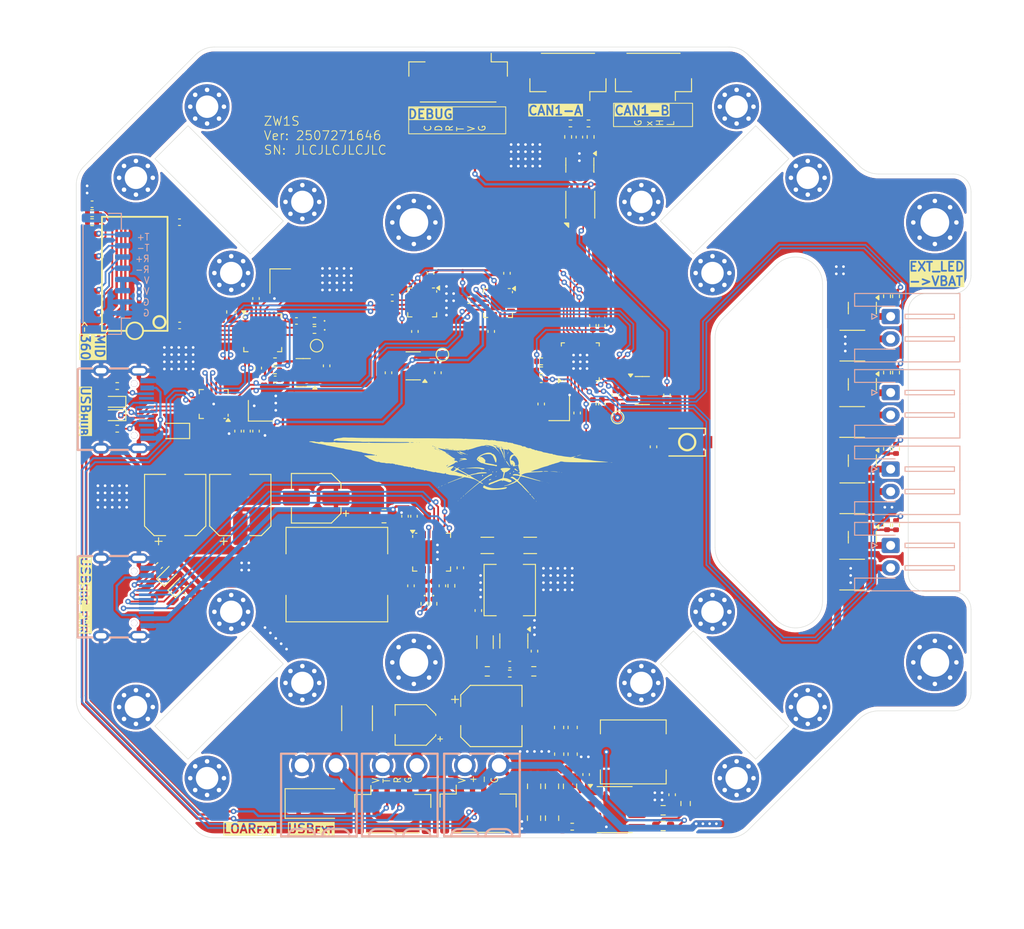
<source format=kicad_pcb>
(kicad_pcb (version 20240108) (generator "pcbnew") (generator_version "8.0")
  (layers (0 "F.Cu" signal) (31 "B.Cu" signal) (34 "B.Paste" user) (35 "F.Paste" user) (36 "B.SilkS" user "B.Silkscreen") (37 "F.SilkS" user "F.Silkscreen") (38 "B.Mask" user) (39 "F.Mask" user) (44 "Edge.Cuts" user))
  (net 0 "")
  (net 1 "5V0_{assist}")
  (net 2 "GND")
  (net 3 "/mcu/3V3")
  (net 4 "/mcu/NRST")
  (net 5 "/mcu/OSC_IN")
  (net 6 "/mcu/OSC_OUT")
  (net 7 "5V0_{device}")
  (net 8 "V_{power}")
  (net 9 "Net-(U4-BOOT)")
  (net 10 "Net-(U4-SW)")
  (net 11 "Net-(U5-SW)")
  (net 12 "Net-(U5-BOOT)")
  (net 13 "Net-(U4-FB)")
  (net 14 "/usb/3V3_CH397A")
  (net 15 "/usb/VBUS")
  (net 16 "/usb/AVDDK")
  (net 17 "/usb/DVDDK")
  (net 18 "/usb/3V3")
  (net 19 "Net-(U9-V3)")
  (net 20 "Net-(U11-V3)")
  (net 21 "/power/VIN-5V0-SBC/CSP")
  (net 22 "Net-(U12-BST)")
  (net 23 "/power/VIN-5V0-SBC/VDRV")
  (net 24 "/power/VIN-5V0-SBC/CSN")
  (net 25 "/power/VIN-5V0-SBC/CC1")
  (net 26 "/power/VIN-5V0-SBC/CC2")
  (net 27 "/mcu/CANL_IN")
  (net 28 "/mcu/CANH_IN")
  (net 29 "Net-(D2-K)")
  (net 30 "Net-(D3-K)")
  (net 31 "/usb/VBUS_IN")
  (net 32 "Net-(D7-K)")
  (net 33 "Net-(D8-K)")
  (net 34 "/power/VIN-5V0-SBC/USB_DN")
  (net 35 "/power/VIN-5V0-SBC/USB_DP")
  (net 36 "Net-(J2-Pin_2)")
  (net 37 "Net-(J3-Pin_2)")
  (net 38 "Net-(J4-Pin_2)")
  (net 39 "Net-(J5-Pin_2)")
  (net 220 "/mcu/UART1_TX")
  (net 221 "/mcu/SWCLK")
  (net 222 "/mcu/SWDIO")
  (net 223 "/mcu/UART1_RX")
  (net 224 "Net-(J2-Pin_1)")
  (net 225 "Net-(J3-Pin_1)")
  (net 226 "Net-(J4-Pin_1)")
  (net 227 "Net-(J5-Pin_1)")
  (net 228 "Lora_RX")
  (net 229 "Lora_TX")
  (net 230 "USB_4_DP")
  (net 231 "USB_4_DN")
  (net 232 "CANH")
  (net 234 "CANL")
  (net 237 "/usb/MDI_TXP")
  (net 238 "/usb/MDI_TXN")
  (net 239 "Net-(L3-Pad10)")
  (net 240 "/usb/MDI_RXN")
  (net 243 "/usb/MDI_RXP")
  (net 245 "Net-(L3-Pad15)")
  (net 246 "Net-(Q1-G)")
  (net 247 "Net-(Q2-G)")
  (net 248 "Net-(Q3-G)")
  (net 249 "Net-(Q4-G)")
  (net 250 "/mcu/BOOT0")
  (net 251 "Net-(U5-COMP)")
  (net 252 "Net-(U5-RT{slash}CLK)")
  (net 253 "Net-(U5-FB)")
  (net 254 "/usb/V5_CH397A")
  (net 255 "/usb/LED0")
  (net 256 "/usb/LED1")
  (net 257 "/usb/CC1")
  (net 258 "/usb/CC2")
  (net 259 "Net-(U12-PSET)")
  (net 260 "/power/VIN-5V0-SBC/FLED")
  (net 261 "EXT_LED_1")
  (net 262 "EXT_LED_3")
  (net 263 "EXT_LED_2")
  (net 264 "EXT_LED_4")
  (net 268 "/mcu/CAN_TX")
  (net 273 "CTRL_TX")
  (net 279 "CTRL_RX")
  (net 280 "/mcu/CAN_RX")
  (net 285 "/usb/USB_3_DP")
  (net 286 "/usb/OSC_IN")
  (net 287 "/usb/USB_3_DN")
  (net 288 "/usb/OSC_OUT")
  (net 298 "/usb/USB_1_DP")
  (net 300 "/usb/USB_1_DN")
  (net 301 "/usb/USB_HUB_DP")
  (net 302 "/usb/USB_2_DN")
  (net 304 "/usb/USB_2_DP")
  (net 305 "/usb/USB_HUB_DN")
  (net 306 "/usb/HUB_OSC_OUT")
  (net 308 "/usb/HUB_OSC_IN")
  (net 325 "Net-(J13-Pin_3)")
  (net 326 "MID360_TXN")
  (net 327 "MID360_RXP")
  (net 328 "MID360_TXP")
  (net 329 "MID360_RXN")
  (net 330 "Net-(C10-Pad1)")
  (net 331 "Net-(C14-Pad1)")
  (net 332 "Net-(C23-Pad2)")
  (net 333 "Net-(C28-Pad1)")
  (net 334 "Net-(C30-Pad1)")
  (net 335 "Net-(C35-Pad1)")
  (net 336 "Net-(C54-Pad2)")
  (footprint "Package_TO_SOT_SMD:SOT-23-3" (layer "F.Cu") (at 166.5 73.25 180)
    (property "Reference" "U8" (hide yes))
    (property "Value" "XC6206PxxxMR")
  )
  (footprint "Resistor_SMD:R_0402_1005Metric" (layer "F.Cu") (at 180.75 72.75)
    (property "Reference" "R1" (hide yes))
    (property "Value" "1K")
  )
  (footprint "Capacitor_SMD:C_0402_1005Metric" (layer "F.Cu") (at 180.75 77.5 90)
    (property "Reference" "C8" (hide yes))
    (property "Value" "22pF")
  )
  (footprint "Capacitor_SMD:C_0402_1005Metric" (layer "F.Cu") (at 151.1325 74.75 180)
    (property "Reference" "C31" (hide yes))
    (property "Value" "1uF")
  )
  (footprint "Diode_SMD:D_SOD-523" (layer "F.Cu") (at 140.494975 97.755025 45)
    (property "Reference" "D9" (hide yes))
    (property "Value" "ESD5Vxx")
  )
  (footprint "Package_DFN_QFN:QFN-24-1EP_4x4mm_P0.5mm_EP2.5x2.5mm" (layer "F.Cu") (at 168.55 94)
    (property "Reference" "U12" (hide yes))
    (property "Value" "SW3526")
  )
  (footprint "Capacitor_SMD:C_0603_1608Metric" (layer "F.Cu") (at 182.74 113.525 90)
    (property "Reference" "C18" (hide yes))
    (property "Value" "4.7uF/10V")
  )
  (footprint "Capacitor_SMD:C_0402_1005Metric" (layer "F.Cu") (at 180 105.025 90)
    (property "Reference" "C20" (hide yes))
    (property "Value" "0.1uF")
  )
  (footprint "Resistor_SMD:R_0402_1005Metric" (layer "F.Cu") (at 151.1125 73.75)
    (property "Reference" "R15" (hide yes))
    (property "Value" "0R")
  )
  (footprint "Capacitor_SMD:C_0402_1005Metric" (layer "F.Cu") (at 187.5 77.5 -90)
    (property "Reference" "C5" (hide yes))
    (property "Value" "0.1uF")
  )
  (footprint "Capacitor_SMD:C_0402_1005Metric" (layer "F.Cu") (at 180.75 74.75 180)
    (property "Reference" "C4" (hide yes))
    (property "Value" "0.1uF")
  )
  (footprint "Resistor_SMD:R_0402_1005Metric" (layer "F.Cu") (at 155.51 69.25 180)
    (property "Reference" "R17" (hide yes))
    (property "Value" "1K")
  )
  (footprint "Capacitor_SMD:C_0402_1005Metric" (layer "F.Cu") (at 169.75 97.75 -90)
    (property "Reference" "C55" (hide yes))
    (property "Value" "1uF")
  )
  (footprint "Capacitor_SMD:C_0402_1005Metric" (layer "F.Cu") (at 176.9375 62.9375 90)
    (property "Reference" "C38" (hide yes))
    (property "Value" "1uF")
  )
  (footprint "Capacitor_SMD:C_0402_1005Metric" (layer "F.Cu") (at 149 80.52 -90)
    (property "Reference" "C42" (hide yes))
    (property "Value" "10uF/10V")
  )
  (footprint "Capacitor_SMD:C_0402_1005Metric" (layer "F.Cu") (at 163.75 74.02 90)
    (property "Reference" "C37" (hide yes))
    (property "Value" "1uF")
  )
  (footprint "Capacitor_SMD:C_0402_1005Metric" (layer "F.Cu") (at 189 76.5 90)
    (property "Reference" "C7" (hide yes))
    (property "Value" "1uF")
  )
  (footprint "MountingHole:MountingHole_2.5mm_Pad_Via" (layer "F.Cu") (at 135.634535 52.304281)
    (property "Reference" "H6" (hide yes))
    (property "Value" "MountingHole_M2.5")
  )
  (footprint "Package_SON:HVSON-8-1EP_3x3mm_P0.65mm_EP1.6x2.4mm" (layer "F.Cu") (at 185.1 55.3 90)
    (property "Reference" "U3" (hide yes))
    (property "Value" "TJA1044GTK/3Z")
  )
  (footprint "Package_TO_SOT_SMD:SOT-23-3" (layer "F.Cu") (at 154.25 74 180)
    (property "Reference" "U6" (hide yes))
    (property "Value" "XC6206PxxxMR")
  )
  (footprint "Inductor_SMD:L_APV_APH0630" (layer "F.Cu") (at 191 116.25 180)
    (property "Reference" "L2" (hide yes))
    (property "Value" "6.8uH")
  )
  (footprint "Capacitor_SMD:C_0805_2012Metric" (layer "F.Cu") (at 183.96 120.08 90)
    (property "Reference" "C27" (hide yes))
    (property "Value" "4.7uF/50V")
  )
  (footprint "Resistor_SMD:R_0402_1005Metric" (layer "F.Cu") (at 219.25 74 90)
    (property "Reference" "R27" (hide yes))
    (property "Value" "10K")
  )
  (footprint "Resistor_SMD:R_0603_1608Metric" (layer "F.Cu") (at 194.325 122.75 180)
    (property "Reference" "R7" (hide yes))
    (property "Value" "33.2K")
  )
  (footprint "Package_TO_SOT_SMD:SOT-23-6" (layer "F.Cu") (at 177.7 103.8875 -90)
    (property "Reference" "U4" (hide yes))
    (property "Value" "TPS54302")
  )
  (footprint "Capacitor_SMD:C_0402_1005Metric" (layer "F.Cu") (at 138.25 95.5 45)
    (property "Reference" "C59" (hide yes))
    (property "Value" "330pF")
  )
  (footprint "Capacitor_SMD:C_1206_3216Metric" (layer "F.Cu") (at 174.5 104.025 -90)
    (property "Reference" "C12" (hide yes))
    (property "Value" "10uF/50V")
  )
  (footprint "easyeda2kicad:XFMR-SMD_HY601680" (layer "F.Cu") (at 135.5 63 180)
    (property "Reference" "L3" (hide yes))
    (property "Value" "HY601680")
  )
  (footprint "Capacitor_SMD:CP_Elec_4x5.4" (layer "F.Cu") (at 166.75 113.25 180)
    (property "Reference" "C50" (hide yes))
    (property "Value" "10uF/35V")
  )
  (footprint "Diode_SMD:D_SOD-523" (layer "F.Cu") (at 133.25 78.75 180)
    (property "Reference" "D5" (hide yes))
    (property "Value" "ESD5Vxx")
  )
  (footprint "Capacitor_SMD:C_0805_2012Metric" (layer "F.Cu") (at 179.96 120.08 90)
    (property "Reference" "C25" (hide yes))
    (property "Value" "4.7uF/50V")
  )
  (footprint "Capacitor_SMD:C_0402_1005Metric" (layer "F.Cu") (at 169.25 74.02 -90)
    (property "Reference" "C41" (hide yes))
    (property "Value" "1uF")
  )
  (footprint "Package_TO_SOT_SMD:SOT-23" (layer "F.Cu") (at 216.5 66.8125 -90)
    (property "Reference" "Q1" (hide yes))
    (property "Value" "SI2306A")
  )
  (footprint "Capacitor_SMD:C_0402_1005Metric" (layer "F.Cu") (at 194.75 76.5 -90)
    (property "Reference" "C1" (hide yes))
    (property "Value" "1uF")
  )
  (footprint "Connector_JST:JST_GH_SM04B-GHS-TB_1x04-1MP_P1.25mm_Horizontal" (layer "F.Cu") (at 193.25 41 180)
    (property "Reference" "J11" (hide yes))
    (property "Value" "Conn_01x04_GH1.25")
  )
  (footprint "Capacitor_SMD:C_0402_1005Metric" (layer "F.Cu") (at 164.1675 65.6875 180)
    (property "Reference" "C44" (hide yes))
    (property "Value" "0.1uF")
  )
  (footprint "Crystal:Crystal_SMD_2016-4Pin_2.0x1.6mm" (layer "F.Cu") (at 151.7 63.8 -90)
    (property "Reference" "Y2" (hide yes))
    (property "Value" "25MHz")
  )
  (footprint "Capacitor_SMD:C_0805_2012Metric" (layer "F.Cu") (at 181.96 123.63 -90)
    (property "Reference" "C22" (hide yes))
    (property "Value" "4.7uF/50V")
  )
  (footprint "MountingHole:MountingHole_2.5mm_Pad_Via" (layer "F.Cu") (at 154.160733 54.991287)
    (property "Reference" "H11" (hide yes))
    (property "Value" "MountingHole_M2.5")
  )
  (footprint "TestPoint:TestPoint_Pad_D1.0mm" (layer "F.Cu") (at 155.75 71)
    (property "Reference" "TP2" (hide yes))
    (property "Value" "TestPoint_Probe")
  )
  (footprint "MountingHole:MountingHole_2.5mm_Pad_Via" (layer "F.Cu") (at 143.554131 44.384685)
    (property "Reference" "H1" (hide yes))
    (property "Value" "MountingHole_M2.5")
  )
  (footprint "Capacitor_SMD:CP_Elec_6.3x7.7" (layer "F.Cu") (at 140 88.75 90)
    (property "Reference" "C49" (hide yes))
    (property "Value" "100uF/35V")
  )
  (footprint "Resistor_SMD:R_0402_1005Metric" (layer "F.Cu") (at 220.25 82.5 90)
    (property "Reference" "R32" (hide yes))
    (property "Value" "100R")
  )
  (footprint "MountingHole:MountingHole_2.5mm_Pad_Via" (layer "F.Cu") (at 143.554131 119.174339)
    (property "Reference" "H18" (hide yes))
    (property "Value" "MountingHole_M2.5")
  )
  (footprint "Capacitor_SMD:C_1206_3216Metric" (layer "F.Cu") (at 179.525 93.25)
    (property "Reference" "C17" (hide yes))
    (property "Value" "22uF/10V")
  )
  (footprint "Capacitor_SMD:C_1206_3216Metric" (layer "F.Cu") (at 174.75 93.25 180)
    (property "Reference" "C13" (hide yes))
    (property "Value" "22uF/10V")
  )
  (footprint "Connector_JST:JST_GH_SM04B-GHS-TB_1x04-1MP_P1.25mm_Horizontal" (layer "F.Cu") (at 173.725 122.65)
    (property "Reference" "J10" (hide yes))
    (property "Value" "Conn_01x04_GH1.25")
  )
  (footprint "Package_DFN_QFN:QFN-32-1EP_4x4mm_P0.4mm_EP2.65x2.65mm" (layer "F.Cu") (at 185.1 72.8 90)
    (property "Reference" "U2" (hide yes))
    (property "Value" "AT32F425K8U7-4")
  )
  (footprint "MountingHole:MountingHole_2.5mm_Pad_Via" (layer "F.Cu") (at 202.504593 119.174339)
    (property "Reference" "H19" (hide yes))
    (property "Value" "MountingHole_M2.5")
  )
  (footprint "Resistor_SMD:R_0603_1608Metric" (layer "F.Cu") (at 196.825 122 -90)
    (property "Reference" "R13" (hide yes))
    (property "Value" "10.2K")
  )
  (footprint "Capacitor_SMD:C_0402_1005Metric" (layer "F.Cu") (at 177.25 106.525)
    (property "Reference" "C23" (hide yes))
    (property "Value" "75pF")
  )
  (footprint "Fuse:Fuse_1812_4532Metric" (layer "F.Cu") (at 215.3625 96.5 180)
    (property "Reference" "F4" (hide yes))
    (property "Value" "24V@0.75A")
  )
  (footprint "Capacitor_SMD:C_0402_1005Metric" (layer "F.Cu") (at 186.5 68.75 90)
    (property "Reference" "C2" (hide yes))
    (property "Value" "0.1uF")
  )
  (footprint "Diode_SMD:D_SOD-323" (layer "F.Cu") (at 140 80.5 180)
    (property "Reference" "D6" (hide yes))
    (property "Value" "1N5819")
  )
  (footprint "Resistor_SMD:R_0402_1005Metric" (layer "F.Cu") (at 167.75 99.75 -90)
    (property "Reference" "R24" (hide yes))
    (property "Value" "2K")
  )
  (footprint "Resistor_SMD:R_0402_1005Metric" (layer "F.Cu") (at 130.75 56.25 180)
    (property "Reference" "R19" (hide yes))
    (property "Value" "75R")
  )
  (footprint "Capacitor_SMD:C_0402_1005Metric" (layer "F.Cu") (at 175.1875 69.4175 -90)
    (property "Reference" "C40" (hide yes))
    (property "Value" "1uF")
  )
  (footprint "Inductor_SMD:L_APV_APH1040" (layer "F.Cu") (at 158 96.5 180)
    (property "Reference" "L4" (hide yes))
    (property "Value" "22uH")
  )
  (footprint "Capacitor_SMD:C_0603_1608Metric" (layer "F.Cu") (at 182.75 116.5 -90)
    (property "Reference" "C11" (hide yes))
    (property "Value" "4.7uF/10V")
  )
  (footprint "MountingHole:MountingHole_3.2mm_M3_Pad_Via" (layer "F.Cu") (at 166.570993 106.279512)
    (property "Reference" "H10" (hide yes))
    (property "Value" "MountingHole_M3")
  )
  (footprint "Capacitor_SMD:C_0402_1005Metric" (layer "F.Cu") (at 140.5 68.75)
    (property "Reference" "C28" (hide yes))
    (property "Value" "1uF")
  )
  (footprint "Resistor_SMD:R_0402_1005Metric" (layer "F.Cu") (at 183.75 47.75 -90)
    (property "Reference" "R6" (hide yes))
    (property "Value" "0R")
  )
  (footprint "Capacitor_SMD:C_0402_1005Metric" (layer "F.Cu") (at 186.5 77.5 -90)
    (property "Reference" "C3" (hide yes))
    (property "Value" "1uF")
  )
  (footprint "Capacitor_SMD:C_0603_1608Metric" (layer "F.Cu") (at 184.25 113.525 90)
    (property "Reference" "C19" (hide yes))
    (property "Value" "4.7uF/10V")
  )
  (footprint "Capacitor_SMD:C_0402_1005Metric" (layer "F.Cu") (at 156.8625 73.25 -90)
    (property "Reference" "C34" (hide yes))
    (property "Value" "1uF")
  )
  (footprint "TestPoint:TestPoint_Pad_D1.0mm" (layer "F.Cu") (at 189.25 79)
    (property "Reference" "TP1" (hide yes))
    (property "Value" "TestPoint_Probe")
  )
  (footprint "MountingHole:MountingHole_2.5mm_Pad_Via" (layer "F.Cu") (at 146.241137 100.648141)
    (property "Reference" "H3" (hide yes))
    (property "Value" "MountingHole_M2.5")
  )
  (footprint "Capacitor_SMD:C_0805_2012Metric" (layer "F.Cu") (at 181.95 120.08 90)
    (property "Reference" "C26" (hide yes))
    (property "Value" "4.7uF/50V")
  )
  (footprint "Capacitor_SMD:C_0402_1005Metric" (layer "F.Cu") (at 168.4375 62.9375 90)
    (property "Reference" "C43" (hide yes))
    (property "Value" "1uF")
  )
  (footprint "Capacitor_SMD:C_0402_1005Metric" (layer "F.Cu") (at 141.339411 98.910589 45)
    (property "Reference" "C58" (hide yes))
    (property "Value" "330pF")
  )
  (footprint "Resistor_SMD:R_0603_1608Metric" (layer "F.Cu") (at 174.75 107.275)
    (property "Reference" "R9" (hide yes))
    (property "Value" "13.3K")
  )
  (footprint "Diode_SMD:D_SOD-523" (layer "F.Cu") (at 133.25 77.25 180)
    (property "Reference" "D4" (hide yes))
    (property "Value" "ESD5Vxx")
  )
  (footprint "Capacitor_SMD:C_0402_1005Metric" (layer "F.Cu") (at 149.25 73.5 -90)
    (property "Reference" "C36" (hide yes))
    (property "Value" "1uF")
  )
  (footprint "Resistor_SMD:R_0402_1005Metric" (layer "F.Cu") (at 180.75 73.75)
    (property "Reference" "R2" (hide yes))
    (property "Value" "10K")
  )
  (footprint "Resistor_SMD:R_0402_1005Metric" (layer "F.Cu") (at 130.75 57.25 180)
    (property "Reference" "R16" (hide yes))
    (property "Value" "75R")
  )
  (footprint "Capacitor_SMD:C_0402_1005Metric" (layer "F.Cu") (at 193.25 82.27 -90)
    (property "Reference" "C6" (hide yes))
    (property "Value" "0.1uF")
  )
  (footprint "Resistor_SMD:R_0402_1005Metric" (layer "F.Cu") (at 219.25 82.5 90)
    (property "Reference" "R30" (hide yes))
    (property "Value" "10K")
  )
  (footprint "Capacitor_SMD:C_0402_1005Metric" (layer "F.Cu") (at 166.5875 90 90)
    (property "Reference" "C57" (hide yes))
    (property "Value" "0.1uF")
  )
  (footprint "Package_SO:HSOP-8-1EP_3.9x4.9mm_P1.27mm_EP2.3x2.3mm" (layer "F.Cu") (at 188.925 122.675)
    (property "Reference" "U5" (hide yes))
    (property "Value" "SCT2450")
  )
  (footprint "Package_DFN_QFN:TQFN-16-1EP_3x3mm_P0.5mm_EP1.6x1.6mm" (layer "F.Cu") (at 167.5 66.1875 -90)
    (property "Reference" "U11" (hide yes))
    (property "Value" "CH343P")
  )
  (footprint "Fuse:Fuse_1812_4532Metric" (layer "F.Cu") (at 160.25 112.5 -90)
    (property "Reference" "F5" (hide yes))
    (property "Value" "24V@1.5A")
  )
  (footprint "Capacitor_SMD:C_0402_1005Metric" (layer "F.Cu") (at 184.75 78.5 90)
    (property "Reference" "C9" (hide yes))
    (property "Value" "22pF")
  )
  (footprint "LOGO" (layer "F.Cu") (at 171.980393 85.387624)
    (property "Reference" "G***" (hide yes))
    (property "Value" "LOGO" (hide yes))
  )
  (footprint "Resistor_SMD:R_0603_1608Metric" (layer "F.Cu") (at 179.925 107.275 180)
    (property "Reference" "R11" (hide yes))
    (property "Value" "49.9R")
  )
  (footprint "Resistor_SMD:R_0402_1005Metric" (layer "F.Cu") (at 184 46.25 180)
    (property "Reference" "R4" (hide yes))
    (property "Value" "60R")
  )
  (footprint "Resistor_SMD:R_0402_1005Metric" (layer "F.Cu") (at 186.25 47.75 -90)
    (property "Reference" "R5" (hide yes))
    (property "Value" "0R")
  )
  (footprint "Capacitor_SMD:C_0402_1005Metric" (layer "F.Cu") (at 173.75 100.505 90)
    (property "Reference" "C15" (hide yes))
    (property "Value" "0.1uF")
  )
  (footprint "Resistor_SMD:R_0402_1005Metric" (layer "F.Cu") (at 155.5 68.24 180)
    (property "Reference" "R18" (hide yes))
    (property "Value" "1K")
  )
  (footprint "Capacitor_SMD:C_0402_1005Metric" (layer "F.Cu") (at 148 80.52 -90)
    (property "Reference" "C47" (hide yes))
    (property "Value" "0.1uF")
  )
  (footprint "Capacitor_SMD:C_0402_1005Metric" (layer "F.Cu") (at 185.75 118.77 -90)
    (property "Reference" "C21" (hide yes))
    (property "Value" "0.1uF")
  )
  (footprint "Resistor_SMD:R_0402_1005Metric" (layer "F.Cu") (at 184.2 124.58)
    (property "Reference" "R8" (hide yes))
    (property "Value" "200K")
  )
  (footprint "Fuse:Fuse_1812_4532Metric" (layer "F.Cu") (at 215.3625 79.5 180)
    (property "Reference" "F2" (hide yes))
    (property "Value" "24V@0.75A")
  )
  (footprint "Resistor_SMD:R_0402_1005Metric" (layer "F.Cu") (at 186.01 46.25 180)
    (property "Reference" "R3" (hide yes))
    (property "Value" "60R")
  )
  (footprint "Fuse:Fuse_1812_4532Metric" (layer "F.Cu") (at 215.3875 71 180)
    (property "Reference" "F1" (hide yes))
    (property "Value" "24V@0.75A")
  )
  (footprint "Capacitor_SMD:CP_Elec_5x5.4" (layer "F.Cu") (at 155.7 88 180)
    (property "Reference" "C53" (hide yes))
    (property "Value" "22uF/35V")
  )
  (footprint "Capacitor_SMD:C_0402_1005Metric" (layer "F.Cu") (at 187.5 68.75 90)
    (property "Reference" "C5" (hide yes))
    (property "Value" "0.1uF")
  )
  (footprint "Capacitor_SMD:C_0402_1005Metric" (layer "F.Cu") (at 147 80.52 -90)
    (property "Reference" "C45" (hide yes))
    (property "Value" "0.1uF")
  )
  (footprint "Connector_JST:JST_GH_BM06B-GHS-TBT_1x06-1MP_P1.25mm_Vertical" (layer "F.Cu") (at 171.5 41.25 180)
    (property "Reference" "J1" (hide yes))
    (property "Value" "Conn_01x06_GH1.25")
  )
  (footprint "Resistor_SMD:R_0402_1005Metric" (layer "F.Cu") (at 177.25 107.525)
    (property "Reference" "R10" (hide yes))
    (property "Value" "100K")
  )
  (footprint "Connector_JST:JST_GH_SM04B-GHS-TB_1x04-1MP_P1.25mm_Horizontal" (layer "F.Cu") (at 164.225 122.7)
    (property "Reference" "J7" (hide yes))
    (property "Value" "Conn_01x04_GH1.25")
  )
  (footprint "Capacitor_SMD:C_0402_1005Metric" (layer "F.Cu") (at 166.25 97.75 -90)
    (property "Reference" "C54" (hide yes))
    (property "Value" "0.1uF")
  )
  (footprint "Resistor_SMD:R_0402_1005Metric" (layer "F.Cu") (at 220.25 74 90)
    (property "Reference" "R29" (hide yes))
    (property "Value" "100R")
  )
  (footprint "MountingHole:MountingHole_2.5mm_Pad_Via" (layer "F.Cu") (at 191.897991 54.991287)
    (property "Reference" "H12" (hide yes))
    (property "Value" "MountingHole_M2.5")
  )
  (footprint "Package_TO_SOT_SMD:SOT-23-3" (layer "F.Cu") (at 185.05 50.8875 -90)
    (property "Reference" "D1" (hide yes))
    (property "Value" "PESD1CAN")
  )
  (footprint "Capacitor_SMD:C_0402_1005Metric" (layer "F.Cu") (at 149 65.75 90)
    (property "Reference" "C33" (hide yes))
    (property "Value" "1uF")
  )
  (footprint "Capacitor_SMD:CP_Elec_6.3x7.7" (layer "F.Cu") (at 147.25 88.75 90)
    (property "Reference" "C51" (hide yes))
    (property "Value" "100uF/35V")
  )
  (footprint "Fuse:Fuse_1812_4532Metric" (layer "F.Cu") (at 215.3875 88 180)
    (property "Reference" "F3" (hide yes))
    (property "Value" "24V@0.75A")
  )
  (footprint "Diode_SMD:D_SOD-523" (layer "F.Cu") (at 139.25 96.5 45)
    (property "Reference" "D10" (hide yes))
    (property "Value" "ESD5Vxx")
  )
  (footprint "LED_SMD:LED_0402_1005Metric" (layer "F.Cu") (at 167.76 97.75 90)
    (property "Reference" "D7" (hide yes))
    (property "Value" "LED_CHG_B")
  )
  (footprint "Resistor_SMD:R_0402_1005Metric" (layer "F.Cu") (at 219.25 90.99 90)
    (property "Reference" "R31" (hide yes))
    (property "Value" "10K")
  )
  (footprint "LED_SMD:LED_0402_1005Metric" (layer "F.Cu") (at 157.735 69.24)
    (property "Reference" "D2" (hide yes))
    (property "Value" "LED_NET_Y")
  )
  (footprint "Package_TO_SOT_SMD:SOT-23" (layer "F.Cu") (at 216.5 92.3375 -90)
    (property "Reference" "Q4" (hide yes))
    (property "Value" "SI2306A")
  )
  (footprint "Capacitor_SMD:C_0402_1005Metric" (layer "F.Cu") (at 172.6875 65.9375 180)
    (property "Reference" "C39" (hide yes))
    (property "Value" "0.1uF")
  )
  (footprint "Capacitor_SMD:C_0805_2012Metric" (layer "F.Cu") (at 179.95 123.63 -90)
    (property "Reference" "C24" (hide yes))
    (property "Value" "4.7uF/50V")
  )
  (footprint "Capacitor_SMD:C_0402_1005Metric" (layer "F.Cu") (at 195.325 121.02 90)
    (property "Reference" "C14" (hide yes))
    (property "Value" "3.3nF")
  )
  (footprint "Resistor_SMD:R_0402_1005Metric" (layer "F.Cu") (at 133.55 75.5)
    (property "Reference" "R21" (hide yes))
    (property "Value" "5.1K")
  )
  (footprint "Crystal:Crystal_SMD_2016-4Pin_2.0x1.6mm" (layer "F.Cu") (at 182.75 78 90)
    (property "Reference" "Y1" (hide yes))
    (property "Value" "16MHz")
  )
  (footprint "MountingHole:MountingHole_3.2mm_M3_Pad_Via" (layer "F.Cu") (at 224.570993 106.279512)
    (property "Reference" "H20" (hide yes))
    (property "Value" "MountingHole_M3")
  )
  (footprint "Capacitor_SMD:C_0603_1608Metric" (layer "F.Cu") (at 184.25 116.5 -90)
    (property "Reference" "C16" (hide yes))
    (property "Value" "4.7uF/10V")
  )
  (footprint "MountingHole:MountingHole_3.2mm_M3_Pad_Via" (layer "F.Cu") (at 224.570993 57.279512)
    (property "Reference" "H15" (hide yes))
    (property "Value" "MountingHole_M3")
  )
  (footprint "easyeda2kicad:SW-SMD_L3.9-W3.0-P4.45" (layer "F.Cu") (at 197 81.75 180)
    (property "Reference" "SW1" (hide yes))
    (property "Value" "RST")
  )
  (footprint "LED_SMD:LED_0402_1005Metric" (layer "F.Cu") (at 157.72 68.24)
    (property "Reference" "D3" (hide yes))
    (property "Value" "LED_NET_G")
  )
  (footprint "TestPoint:TestPoint_Pad_D1.0mm" (layer "F.Cu") (at 169.75 72)
    (property "Reference" "TP3" (hide yes))
    (property "Value" "TestPoint_Probe")
  )
  (footprint "Capacitor_SMD:C_0603_1608Metric" (layer "F.Cu") (at 146.25 67.25 90)
    (property "Reference" "C32" (hide yes))
    (property "Value" "10uF/6.3V")
  )
  (footprint "Capacitor_SMD:C_0402_1005Metric" (layer "F.Cu") (at 165.5875 90 90)
    (property "Reference" "C56" (hide yes))
    (property "Value" "0.1uF")
  )
  (footprint "Resistor_SMD:R_0402_1005Metric" (layer "F.Cu") (at 170.75 97.75 -90)
    (property "Reference" "R22" (hide yes))
    (property "Value" "33K/1%")
  )
  (footprint "Inductor_SMD:L_APV_APH0530" (layer "F.Cu") (at 177.25 98.225 90)
    (property "Reference" "L1" (hide yes))
    (property "Value" "10uH")
  )
  (footprint "MountingHole:MountingHole_2.5mm_Pad_Via" (layer "F.Cu") (at 146.241137 62.910883)
    (property "Reference" "H16" (hide yes))
    (property "Value" "MountingHole_M2.5")
  )
  (footprint "Package_TO_SOT_SMD:SOT-23" (layer "F.Cu") (at 216.5 75.3125 -90)
    (property "Reference" "Q2" (hide yes))
    (property "Value" "SI2306A")
  )
  (footprint "Resistor_SMD:R_0805_2012Metric" (layer "F.Cu") (at 163.25 90)
    (property "Reference" "R23" (hide yes))
    (property "Value" "10mR")
  )
  (footprint "MountingHole:MountingHole_3.2mm_M3_Pad_Via" (layer "F.Cu") (at 166.570993 57.279512)
    (property "Reference" "H5" (hide yes))
    (property "Value" "MountingHole_M3")
  )
  (footprint "Capacitor_SMD:C_0402_1005Metric" (layer "F.Cu") (at 171.75 95.75 -90)
    (property "Reference" "C52" (hide yes))
    (property "Value" "0.1uF")
  )
  (footprint "Resistor_SMD:R_0402_1005Metric" (layer "F.Cu") (at 220.25 91 90)
    (property "Reference" "R33" (hide yes))
    (property "Value" "100R")
  )
  (footprint "LED_SMD:LED_0402_1005Metric" (layer "F.Cu") (at 168.75 97.75 90)
    (property "Reference" "D8" (hide yes))
    (property "Value" "LED_PWR_R")
  )
  (footprint "MountingHole:MountingHole_2.5mm_Pad_Via" (layer "F.Cu") (at 135.634535 111.254743)
    (property "Reference" "H8" (hide yes))
    (property "Value" "MountingHole_M2.5")
  )
  (footprint "MountingHole:MountingHole_2.5mm_Pad_Via" (layer "F.Cu") (at 202.504593 44.384685)
    (property "Reference" "H2" (hide yes))
    (property "Value" "MountingHole_M2.5")
  )
  (footprint "Package_DFN_QFN:QFN-24-1EP_4x4mm_P0.5mm_EP2.6x2.6mm" (layer "F.Cu") (at 149.75 69.5625)
    (property "Reference" "U7" (hide yes))
    (property "Value" "CH397A")
  )
  (footprint "Resistor_SMD:R_0402_1005Metric" (layer "F.Cu") (at 168.75 99.75 -90)
    (property "Reference" "R25" (hide yes))
    (property "Value" "2K")
  )
  (footprint "Connector_JST:JST_GH_SM04B-GHS-TB_1x04-1MP_P1.25mm_Horizontal" (layer "F.Cu") (at 183.724998 41 180)
    (property "Reference" "J12" (hide yes))
    (property "Value" "Conn_01x04_GH1.25")
  )
  (footprint "Capacitor_SMD:C_0402_1005Metric" (layer "F.Cu") (at 185 47.77 -90)
    (property "Reference" "C10" (hide yes))
    (property "Value" "NC")
  )
  (footprint "Resistor_SMD:R_0402_1005Metric" (layer "F.Cu") (at 219.25 65.5 90)
    (property "Reference" "R26" (hide yes))
    (property "Value" "10K")
  )
  (footprint "MountingHole:MountingHole_2.5mm_Pad_Via" (layer "F.Cu") (at 210.424189 111.254743)
    (property "Reference" "H14" (hide yes))
    (property "Value" "MountingHole_M2.5")
  )
  (footprint "Crystal:Crystal_SMD_2016-4Pin_2.0x1.6mm" (layer "F.Cu") (at 149.5 78.25)
    (property "Reference" "Y3" (hide yes))
    (property "Value" "12MHz")
  )
  (footprint "Resistor_SMD:R_0402_1005Metric" (layer "F.Cu") (at 220.25 65.5 90)
    (property "Reference" "R28" (hide yes))
    (property "Value" "100R")
  )
  (footprint "Capacitor_SMD:C_0402_1005Metric" (layer "F.Cu") (at 166.6875 69.4175 -90)
    (property "Reference" "C46" (hide yes))
    (property "Value" "1uF")
  )
  (footprint "Capacitor_SMD:CP_Elec_6.3x7.7" (layer "F.Cu") (at 175.2 112.25)
    (property "Reference" "C48" (hide yes))
    (property "Value" "100uF/35V")
  )
  (footprint "MountingHole:MountingHole_2.5mm_Pad_Via" (layer "F.Cu") (at 154.160733 108.567737)
    (property "Reference" "H13" (hide yes))
    (property "Value" "MountingHole_M2.5")
  )
  (footprint "Package_DFN_QFN:TQFN-16-1EP_3x3mm_P0.5mm_EP1.6x1.6mm" (layer "F.Cu") (at 175.9375 66.25 -90)
    (property "Reference" "U9" (hide yes))
    (property "Value" "CH343P")
  )
  (footprint "Package_TO_SOT_SMD:SOT-23-3" (layer "F.Cu") (at 192 76)
    (property "Reference" "U1" (hide yes))
    (property "Value" "XC6206PxxxMR")
  )
  (footprint "Capacitor_SMD:C_0402_1005Metric" (layer "F.Cu") (at 130.75 55.25)
    (property "Reference" "C35" (hide yes))
    (property "Value" "1nF")
  )
  (footprint "MountingHole:MountingHole_2.5mm_Pad_Via" (layer "F.Cu") (at 210.424189 52.304281)
    (property "Reference" "H7" (hide yes))
    (property "Value" "MountingHole_M2.5")
  )
  (footprint "Resistor_SMD:R_0402_1005Metric" (layer "F.Cu") (at 133.55 80.25)
    (property "Reference" "R20" (hide yes))
    (property "Value" "5.1K")
  )
  (footprint "Diode_SMD:D_SMA" (layer "F.Cu") (at 155.75 122)
    (property "Reference" "D11" (hide yes))
    (property "Value" "SMAJ28CA")
  )
  (footprint "Resistor_SMD:R_0402_1005Metric" (layer "F.Cu") (at 151.1125 72.75)
    (property "Reference" "R14" (hide yes))
    (property "Value" "0R")
  )
  (footprint "Package_TO_SOT_SMD:SOT-23" (layer "F.Cu") (at 216.5 83.8125 -90)
    (property "Reference" "Q3" (hide yes))
    (property "Value" "SI2306A")
  )
  (footprint "MountingHole:MountingHole_2.5mm_Pad_Via" (layer "F.Cu") (at 199.817587 62.910883)
    (property "Reference" "H17" (hide yes))
    (property "Value" "MountingHole_M2.5")
  )
  (footprint "Resistor_SMD:R_0603_1608Metric" (layer "F.Cu") (at 194.325 124.5)
    (property "Reference" "R12" (hide yes))
    (property "Value" "53.6K")
  )
  (footprint "MountingHole:MountingHole_2.5mm_Pad_Via" (layer "F.Cu") (at 199.817587 100.648141)
    (property "Reference" "H9" (hide yes))
    (property "Value" "MountingHole_M2.5")
  )
  (footprint "Capacitor_SMD:C_0402_1005Metric" (layer "F.Cu") (at 153.5 68.25)
    (property "Reference" "C29" (hide yes))
    (property "Value" "0.1uF")
  )
  (footprint "MountingHole:MountingHole_2.5mm_Pad_Via" (layer "F.Cu") (at 191.897991 108.567737)
    (property "Reference" "H4" (hide yes))
    (property "Value" "MountingHole_M2.5")
  )
  (footprint "Package_DFN_QFN:QFN-16-1EP_3x3mm_P0.5mm_EP1.7x1.7mm" (layer "F.Cu") (at 144.2875 77.5 180)
    (property "Reference" "U10" (hide yes))
    (property "Value" "CH334P")
  )
  (footprint "Capacitor_SMD:C_0402_1005Metric" (layer "F.Cu") (at 140.48 57.25)
    (property "Reference" "C30" (hide yes))
    (property "Value" "1uF")
  )
  (footprint "Connector_JST:JST_GH_SM08B-GHS-TB_1x08-1MP_P1.25mm_Horizontal" (layer "B.Cu") (at 132.3 63 90)
    (property "Reference" "J13" (hide yes))
    (property "Value" "Conn_01x08_GH1.25")
  )
  (footprint "easyeda2kicad:CONN-TH_2P-P3.81_KF2EDGR-3.81-2P" (layer "B.Cu") (at 174.15 117.75 180)
    (property "Reference" "J6" (hide yes))
    (property "Value" "KF2EDGR-3.81-2P")
  )
  (footprint "easyeda2kicad:CONN-TH_2P-P3.81_KF2EDGR-3.81-2P" (layer "B.Cu") (at 156 117.75 180)
    (property "Reference" "J9" (hide yes))
    (property "Value" "KF2EDGR-3.81-2P")
  )
  (footprint "easyeda2kicad:USB-C-SMD_TYPE-C-6PIN-2MD-073" (layer "B.Cu") (at 134.13 78.11 90)
    (property "Reference" "USB1" (hide yes))
    (property "Value" "TYPE-C 16PIN 2MD(073)")
  )
  (footprint "easyeda2kicad:USB-C-SMD_TYPE-C-6PIN-2MD-073" (layer "B.Cu") (at 134.13 99 90)
    (property "Reference" "USB2" (hide yes))
    (property "Value" "TYPE-C 16PIN 2MD(073)")
  )
  (footprint "easyeda2kicad:CONN-TH_2P-P3.81_KF2EDGR-3.81-2P" (layer "B.Cu") (at 165 117.75 180)
    (property "Reference" "J8" (hide yes))
    (property "Value" "KF2EDGR-3.81-2P")
  )
  (footprint "Connector_JST:JST_XH_S2B-XH-A-1_1x02_P2.50mm_Horizontal" (layer "B.Cu") (at 219.65 67.75 -90)
    (property "Reference" "J2" (hide yes))
    (property "Value" "Conn_01x02_XH2.54")
  )
  (footprint "Connector_JST:JST_XH_S2B-XH-A-1_1x02_P2.50mm_Horizontal" (layer "B.Cu") (at 219.65 84.75 -90)
    (property "Reference" "J4" (hide yes))
    (property "Value" "Conn_01x02_XH2.54")
  )
  (footprint "Connector_JST:JST_XH_S2B-XH-A-1_1x02_P2.50mm_Horizontal" (layer "B.Cu") (at 219.65 93.25 -90)
    (property "Reference" "J5" (hide yes))
    (property "Value" "Conn_01x02_XH2.54")
  )
  (footprint "Connector_JST:JST_XH_S2B-XH-A-1_1x02_P2.50mm_Horizontal" (layer "B.Cu") (at 219.65 76.2275 -90)
    (property "Reference" "J3" (hide yes))
    (property "Value" "Conn_01x02_XH2.54")
  )
  (gr_poly (pts (xy 154.076065 42.107219) (xy 154.050552 42.138132) (xy 154.021734 42.170781) (xy 153.989797 42.20454) (xy 153.972718 42.22164) (xy 153.954929 42.238782) (xy 153.936454 42.255888) (xy 153.917315 42.27288) (xy 153.897537 42.289679) (xy 153.877142 42.306207) (xy 153.856155 42.322386) (xy 153.834597 42.338137) (xy 153.809309 42.352886) (xy 153.783453 42.367244) (xy 153.757188 42.381186) (xy 153.730673 42.394686) (xy 153.677536 42.420262) (xy 153.62532 42.443768) (xy 153.575304 42.465001) (xy 153.528765 42.48376) (xy 153.486982 42.499842) (xy 153.451234 42.513044) (xy 153.381637 42.534873) (xy 153.281009 42.561993) (xy 153.158162 42.592336) (xy 153.021908 42.623834) (xy 152.881058 42.654419) (xy 152.744424 42.682024) (xy 152.620819 42.70458) (xy 152.519054 42.720019) (xy 152.393319 42.735048) (xy 152.257077 42.750212) (xy 152.101224 42.766833) (xy 152.06069 42.77103) (xy 152.178235 43.246505) (xy 151.799846 43.310569) (xy 151.421421 43.246505) (xy 151.539037 42.771031) (xy 151.498468 42.766833) (xy 151.342615 42.750212) (xy 151.206373 42.735048) (xy 151.080638 42.720019) (xy 150.978872 42.70458) (xy 150.855268 42.682024) (xy 150.718635 42.654419) (xy 150.577788 42.623834) (xy 150.441538 42.592336) (xy 150.318697 42.561993) (xy 150.218078 42.534873) (xy 150.148493 42.513044) (xy 150.070941 42.48376) (xy 150.024396 42.465001) (xy 149.974375 42.443768) (xy 149.922157 42.420262) (xy 149.869019 42.394686) (xy 149.816238 42.367244) (xy 149.790382 42.352886) (xy 149.765094 42.338137) (xy 149.743543 42.322386) (xy 149.72256 42.306207) (xy 149.70217 42.289679) (xy 149.682396 42.27288) (xy 149.66326 42.255888) (xy 149.644787 42.238782) (xy 149.626999 42.22164) (xy 149.60992 42.20454) (xy 149.593574 42.187561) (xy 149.577982 42.170781) (xy 149.56317 42.154279) (xy 149.549159 42.138132) (xy 149.523638 42.107219) (xy 149.501604 42.078669) (xy 149.561339 42.088534) (xy 149.594789 42.093382) (xy 149.629918 42.097904) (xy 149.666195 42.1019) (xy 149.703088 42.10517) (xy 149.740065 42.107512) (xy 149.776595 42.108726) (xy 149.828303 42.109123) (xy 149.885493 42.108862) (xy 150.01479 42.107173) (xy 150.145455 42.105356) (xy 150.215574 42.104732) (xy 150.288158 42.104492) (xy 150.378749 42.104905) (xy 150.47883 42.106499) (xy 150.586682 42.109805) (xy 150.70059 42.115358) (xy 150.751264 42.130253) (xy 150.803237 42.14455) (xy 150.856575 42.158265) (xy 150.911344 42.171414) (xy 150.967609 42.184014) (xy 151.025437 42.196082) (xy 151.084893 42.207634) (xy 151.146042 42.218686) (xy 151.185559 42.224649) (xy 151.227508 42.229423) (xy 151.270656 42.233136) (xy 151.313766 42.23592) (xy 151.355605 42.237902) (xy 151.394938 42.239215) (xy 151.461143 42.240347) (xy 151.354605 42.692432) (xy 151.791943 42.744325) (xy 151.796847 42.744925) (xy 151.799846 42.744431) (xy 151.802844 42.744925) (xy 152.245086 42.692432) (xy 152.138548 42.240347) (xy 152.204753 42.239215) (xy 152.244086 42.237902) (xy 152.285925 42.23592) (xy 152.329035 42.233136) (xy 152.372183 42.229423) (xy 152.414132 42.224649) (xy 152.453648 42.218686) (xy 152.514798 42.207634) (xy 152.574254 42.196082) (xy 152.632082 42.184014) (xy 152.688347 42.171414) (xy 152.743116 42.158265) (xy 152.796454 42.14455) (xy 152.848427 42.130253) (xy 152.899101 42.115358) (xy 152.956705 42.112268) (xy 153.013009 42.109805) (xy 153.120861 42.106499) (xy 153.220942 42.104905) (xy 153.311533 42.104492) (xy 153.384122 42.104732) (xy 153.45425 42.105356) (xy 153.584901 42.107173) (xy 153.714185 42.108849) (xy 153.771373 42.109108) (xy 153.823096 42.108726) (xy 153.859636 42.107512) (xy 153.896618 42.10517) (xy 153.933511 42.1019) (xy 153.969786 42.097904) (xy 154.004911 42.093382) (xy 154.038357 42.088534) (xy 154.069592 42.083563) (xy 154.098087 42.078669)) (stroke (width -0.000001)) (fill solid) (layer "F.Cu"))
  (gr_poly (pts (xy 151.813918 39.57625) (xy 151.824576 39.577404) (xy 151.8347 39.579276) (xy 151.844305 39.581824) (xy 151.853406 39.585006) (xy 151.862016 39.588781) (xy 151.870151 39.593106) (xy 151.877824 39.59794) (xy 151.885049 39.603241) (xy 151.891841 39.608967) (xy 151.898215 39.615076) (xy 151.904184 39.621526) (xy 151.909762 39.628275) (xy 151.914965 39.635282) (xy 151.919806 39.642504) (xy 151.924299 39.6499) (xy 151.9323 39.665045) (xy 151.939083 39.680382) (xy 151.944761 39.695576) (xy 151.949449 39.710292) (xy 151.95326 39.724196) (xy 151.95631 39.736951) (xy 151.960582 39.757678) (xy 151.961711 39.763463) (xy 152.030644 40.118428) (xy 152.159435 40.116556) (xy 152.283682 40.111423) (xy 152.403102 40.103415) (xy 152.517413 40.092918) (xy 152.626331 40.080321) (xy 152.729576 40.066008) (xy 152.826863 40.050366) (xy 152.917911 40.033783) (xy 153.002436 40.016645) (xy 153.080156 39.999338) (xy 153.214051 39.965765) (xy 153.317334 39.936157) (xy 153.387745 39.913605) (xy 153.434382 39.897836) (xy 153.434523 39.947084) (xy 153.433637 39.980136) (xy 153.432278 39.999013) (xy 153.430146 40.019295) (xy 153.427121 40.040859) (xy 153.42308 40.063582) (xy 153.417904 40.087344) (xy 153.411469 40.112021) (xy 153.403655 40.137491) (xy 153.394341 40.163633) (xy 153.383404 40.190323) (xy 153.370725 40.21744) (xy 153.356181 40.244862) (xy 153.339652 40.272465) (xy 153.321015 40.300129) (xy 153.30015 40.327731) (xy 153.289203 40.34101) (xy 153.278036 40.35378) (xy 153.266675 40.36605) (xy 153.255144 40.377829) (xy 153.231675 40.39995) (xy 153.207833 40.420216) (xy 153.183822 40.438699) (xy 153.159843 40.455473) (xy 153.136101 40.470608) (xy 153.112798 40.484179) (xy 153.090138 40.496258) (xy 153.068323 40.506916) (xy 153.047557 40.516227) (xy 153.028042 40.524264) (xy 153.009983 40.531098) (xy 152.993581 40.536802) (xy 152.966563 40.545113) (xy 152.96214 40.568313) (xy 152.958988 40.58198) (xy 152.955117 40.596801) (xy 152.950457 40.612609) (xy 152.94494 40.629235) (xy 152.938496 40.646512) (xy 152.931056 40.664272) (xy 152.922551 40.682347) (xy 152.912913 40.700569) (xy 152.902071 40.718771) (xy 152.889956 40.736784) (xy 152.8765 40.75444) (xy 152.861634 40.771572) (xy 152.845288 40.788013) (xy 152.836538 40.795921) (xy 152.827392 40.803593) (xy 152.819582 40.809716) (xy 152.811686 40.815573) (xy 152.803714 40.821169) (xy 152.795673 40.82651) (xy 152.787571 40.831602) (xy 152.779415 40.836449) (xy 152.771214 40.841058) (xy 152.762975 40.845432) (xy 152.872719 40.83231) (xy 152.975121 40.818696) (xy 153.069624 40.804964) (xy 153.15567 40.791484) (xy 153.300155 40.766772) (xy 153.404113 40.747537) (xy 153.432547 40.742183) (xy 153.454631 40.738153) (xy 153.490966 40.731432) (xy 153.526659 40.724258) (xy 153.560726 40.716905) (xy 153.592179 40.709648) (xy 153.574427 40.742561) (xy 153.553425 40.779013) (xy 153.529531 40.818132) (xy 153.503103 40.859041) (xy 153.474498 40.900866) (xy 153.444075 40.942733) (xy 153.412192 40.983766) (xy 153.395815 41.003697) (xy 153.379207 41.023091) (xy 153.349809 41.056062) (xy 153.320409 41.087759) (xy 153.290952 41.118228) (xy 153.261384 41.14751) (xy 153.231648 41.175652) (xy 153.20169 41.202696) (xy 153.171455 41.228686) (xy 153.140888 41.253667) (xy 153.109934 41.277682) (xy 153.078539 41.300775) (xy 153.046646 41.32299) (xy 153.014201 41.344372) (xy 152.98115 41.364963) (xy 152.947437 41.384808) (xy 152.913006 41.403951) (xy 152.877804 41.422436) (xy 152.815189 41.452721) (xy 152.750769 41.480636) (xy 152.684782 41.506104) (xy 152.617463 41.52905) (xy 152.54905 41.549397) (xy 152.479778 41.567072) (xy 152.409885 41.581997) (xy 152.339606 41.594097) (xy 152.329899 41.595438) (xy 152.319755 41.596603) (xy 152.309182 41.597591) (xy 152.29819 41.598401) (xy 152.286788 41.599033) (xy 152.274985 41.599485) (xy 152.26279 41.599757) (xy 152.250212 41.599848) (xy 152.234615 41.599716) (xy 152.219222 41.599343) (xy 152.204142 41.598763) (xy 152.189486 41.59801) (xy 152.161881 41.596125) (xy 152.13728 41.593961) (xy 152.116558 41.591791) (xy 152.100591 41.589891) (xy 152.086418 41.587994) (xy 152.034418 41.580163) (xy 152.135242 42.000779) (xy 151.799821 42.021946) (xy 151.464435 42.000779) (xy 151.565259 41.580198) (xy 151.513295 41.587994) (xy 151.499117 41.589891) (xy 151.462416 41.593961) (xy 151.437808 41.596125) (xy 151.410197 41.59801) (xy 151.380457 41.599343) (xy 151.349465 41.599848) (xy 151.336899 41.599757) (xy 151.324713 41.599485) (xy 151.312916 41.599033) (xy 151.301518 41.598401) (xy 151.290529 41.597591) (xy 151.279957 41.596603) (xy 151.269813 41.595438) (xy 151.260106 41.594097) (xy 151.224928 41.588405) (xy 151.189818 41.581997) (xy 151.154805 41.574883) (xy 151.119919 41.567072) (xy 151.08519 41.558574) (xy 151.050646 41.549397) (xy 151.016317 41.539553) (xy 150.982232 41.52905) (xy 150.948421 41.517897) (xy 150.914913 41.506104) (xy 150.881738 41.49368) (xy 150.848924 41.480636) (xy 150.816501 41.46698) (xy 150.784499 41.452721) (xy 150.752947 41.43787) (xy 150.721873 41.422436) (xy 150.686671 41.403951) (xy 150.65224 41.384807) (xy 150.618525 41.36496) (xy 150.585471 41.344367) (xy 150.553025 41.322984) (xy 150.52113 41.300768) (xy 150.489732 41.277673) (xy 150.458776 41.253658) (xy 150.428208 41.228678) (xy 150.397972 41.202689) (xy 150.368014 41.175648) (xy 150.338279 41.14751) (xy 150.308712 41.118233) (xy 150.279258 41.087773) (xy 150.249862 41.056085) (xy 150.22047 41.023127) (xy 150.203869 41.003726) (xy 150.187497 40.98379) (xy 150.1714 40.963427) (xy 150.155623 40.942748) (xy 150.125206 40.900875) (xy 150.096606 40.859045) (xy 150.07018 40.818133) (xy 150.046287 40.779014) (xy 150.025286 40.742561) (xy 150.007534 40.709648) (xy 150.038967 40.716905) (xy 150.073023 40.724258) (xy 150.108712 40.731432) (xy 150.145047 40.738153) (xy 150.167148 40.742183) (xy 150.1956 40.747537) (xy 150.299481 40.766761) (xy 150.443876 40.791449) (xy 150.624373 40.818637) (xy 150.726782 40.832242) (xy 150.836562 40.845362) (xy 150.828348 40.840989) (xy 150.820169 40.836385) (xy 150.812034 40.831544) (xy 150.803952 40.826462) (xy 150.79593 40.821131) (xy 150.787979 40.815547) (xy 150.780106 40.809703) (xy 150.772321 40.803593) (xy 150.763172 40.795921) (xy 150.75442 40.788013) (xy 150.746056 40.77989) (xy 150.73807 40.771572) (xy 150.730456 40.763082) (xy 150.723202 40.75444) (xy 150.709747 40.736784) (xy 150.697634 40.718771) (xy 150.686794 40.700569) (xy 150.677158 40.682347) (xy 150.668657 40.664272) (xy 150.661221 40.646512) (xy 150.65478 40.629235) (xy 150.649265 40.612609) (xy 150.644606 40.596801) (xy 150.640735 40.58198) (xy 150.637582 40.568313) (xy 150.63315 40.545113) (xy 150.606132 40.536802) (xy 150.57167 40.524264) (xy 150.552155 40.516227) (xy 150.531388 40.506916) (xy 150.509572 40.496258) (xy 150.48691 40.484179) (xy 150.463606 40.470608) (xy 150.439861 40.455473) (xy 150.41588 40.438699) (xy 150.391865 40.420216) (xy 150.368019 40.39995) (xy 150.344546 40.377829) (xy 150.321648 40.35378) (xy 150.299528 40.327731) (xy 150.288809 40.313946) (xy 150.278663 40.300129) (xy 150.260027 40.272465) (xy 150.243499 40.244862) (xy 150.228958 40.21744) (xy 150.21628 40.190323) (xy 150.205346 40.163633) (xy 150.196034 40.137491) (xy 150.188222 40.112021) (xy 150.181789 40.087344) (xy 150.176613 40.063582) (xy 150.172573 40.040859) (xy 150.169546 40.019295) (xy 150.167413 39.999013) (xy 150.167248 39.99672) (xy 150.238392 39.99672) (xy 150.242037 40.026275) (xy 150.244672 40.042082) (xy 150.247921 40.058503) (xy 150.25184 40.075483) (xy 150.256484 40.092966) (xy 150.261908 40.110897) (xy 150.268166 40.129223) (xy 150.275314 40.147888) (xy 150.283407 40.166836) (xy 150.292499 40.186014) (xy 150.302646 40.205367) (xy 150.313902 40.224839) (xy 150.326323 40.244375) (xy 150.339964 40.263921) (xy 150.354879 40.283422) (xy 150.366957 40.297955) (xy 150.37935 40.311802) (xy 150.392011 40.32498) (xy 150.404895 40.337503) (xy 150.417958 40.349385) (xy 150.431153 40.360642) (xy 150.444435 40.371287) (xy 150.457759 40.381336) (xy 150.47108 40.390804) (xy 150.484351 40.399704) (xy 150.497529 40.408053) (xy 150.510566 40.415864) (xy 150.53604 40.429932) (xy 150.560412 40.442027) (xy 150.583316 40.452266) (xy 150.604392 40.460766) (xy 150.623274 40.467647) (xy 150.639602 40.473024) (xy 150.663138 40.479742) (xy 150.672097 40.48186) (xy 150.698449 40.487151) (xy 150.700495 40.513927) (xy 150.704229 40.539479) (xy 150.710186 40.566824) (xy 150.714581 40.583036) (xy 150.72007 40.600521) (xy 150.726766 40.618964) (xy 150.734781 40.638049) (xy 150.744228 40.657463) (xy 150.755219 40.676889) (xy 150.767867 40.696013) (xy 150.774848 40.705363) (xy 150.782284 40.714519) (xy 150.790192 40.723442) (xy 150.798583 40.732093) (xy 150.807474 40.740431) (xy 150.816877 40.748419) (xy 150.8248 40.754601) (xy 150.832839 40.760455) (xy 150.849212 40.771209) (xy 150.865888 40.780752) (xy 150.882762 40.789153) (xy 150.899728 40.796482) (xy 150.916681 40.802808) (xy 150.933516 40.808201) (xy 150.950125 40.81273) (xy 150.966404 40.816466) (xy 150.982248 40.819477) (xy 150.997549 40.821834) (xy 151.012204 40.823607) (xy 151.026105 40.824864) (xy 151.039147 40.825676) (xy 151.062234 40.826241) (xy 151.065958 40.826226) (xy 151.069494 40.826181) (xy 151.072834 40.826111) (xy 151.075971 40.826021) (xy 151.081612 40.825795) (xy 151.086359 40.825536) (xy 151.090159 40.825277) (xy 151.092957 40.825051) (xy 151.095324 40.82483) (xy 151.122735 40.821691) (xy 151.132577 40.847514) (xy 151.135167 40.853338) (xy 151.142183 40.866533) (xy 151.147569 40.87533) (xy 151.154322 40.885291) (xy 151.162529 40.896191) (xy 151.172278 40.907804) (xy 151.183655 40.919902) (xy 151.196748 40.93226) (xy 151.211643 40.944653) (xy 151.228428 40.956853) (xy 151.237556 40.96281) (xy 151.247188 40.968635) (xy 151.257337 40.974298) (xy 151.268012 40.979772) (xy 151.279225 40.985028) (xy 151.290987 40.990038) (xy 151.303307 40.994775) (xy 151.316198 40.999208) (xy 151.327321 41.00256) (xy 151.338641 41.00547) (xy 151.350151 41.007937) (xy 151.361839 41.009959) (xy 151.373695 41.011535) (xy 151.385711 41.012662) (xy 151.397875 41.01334) (xy 151.410178 41.013566) (xy 151.416584 41.013506) (xy 151.422885 41.013328) (xy 151.429075 41.013042) (xy 151.435148 41.012655) (xy 151.446916 41.011608) (xy 151.458138 41.01025) (xy 151.468764 41.008642) (xy 151.478741 41.006847) (xy 151.488019 41.004925) (xy 151.496547 41.002939) (xy 151.504274 41.00095) (xy 151.511148 40.999021) (xy 151.51712 40.997213) (xy 151.522137 40.995588) (xy 151.529103 40.993134) (xy 151.531639 40.992153) (xy 151.596233 40.965483) (xy 151.501301 41.353503) (xy 152.098412 41.353503) (xy 152.003268 40.964918) (xy 152.068179 40.992188) (xy 152.077636 40.995603) (xy 152.088608 40.99903) (xy 152.103197 41.002943) (xy 152.120996 41.006849) (xy 152.130971 41.008644) (xy 152.141596 41.010251) (xy 152.152819 41.011609) (xy 152.16459 41.012655) (xy 152.176857 41.013328) (xy 152.18957 41.013566) (xy 152.201861 41.01334) (xy 152.214017 41.012662) (xy 152.226026 41.011535) (xy 152.237878 41.009959) (xy 152.249564 41.007937) (xy 152.261072 41.00547) (xy 152.272392 41.00256) (xy 152.283515 40.999208) (xy 152.296558 40.994716) (xy 152.309019 40.989912) (xy 152.320907 40.984825) (xy 152.332236 40.979485) (xy 152.343015 40.973922) (xy 152.353256 40.968165) (xy 152.36297 40.962244) (xy 152.372168 40.956188) (xy 152.380862 40.950027) (xy 152.389062 40.943792) (xy 152.396779 40.93751) (xy 152.404025 40.931212) (xy 152.410811 40.924928) (xy 152.417148 40.918688) (xy 152.423047 40.91252) (xy 152.42852 40.906454) (xy 152.438229 40.894749) (xy 152.446365 40.883809) (xy 152.453017 40.873872) (xy 152.458274 40.865174) (xy 152.462225 40.857952) (xy 152.46496 40.852443) (xy 152.467136 40.847514) (xy 152.476943 40.821549) (xy 152.504494 40.82483) (xy 152.506781 40.825051) (xy 152.513341 40.825536) (xy 152.518082 40.825795) (xy 152.523723 40.826021) (xy 152.530208 40.826181) (xy 152.537479 40.826241) (xy 152.560556 40.825676) (xy 152.587495 40.823607) (xy 152.602148 40.821834) (xy 152.61745 40.819477) (xy 152.633294 40.816466) (xy 152.649575 40.81273) (xy 152.666186 40.808201) (xy 152.683022 40.802808) (xy 152.699978 40.796482) (xy 152.716946 40.789153) (xy 152.733822 40.780752) (xy 152.7505 40.771209) (xy 152.766873 40.760455) (xy 152.782836 40.748419) (xy 152.792239 40.740431) (xy 152.801129 40.732093) (xy 152.809521 40.723442) (xy 152.817428 40.714519) (xy 152.824865 40.705362) (xy 152.831846 40.696012) (xy 152.838384 40.686508) (xy 152.844494 40.676888) (xy 152.85019 40.667193) (xy 152.855486 40.657461) (xy 152.860396 40.647732) (xy 152.864934 40.638046) (xy 152.87295 40.618958) (xy 152.879647 40.600512) (xy 152.885138 40.583023) (xy 152.889536 40.566807) (xy 152.892952 40.552177) (xy 152.895499 40.539449) (xy 152.898438 40.520959) (xy 152.899253 40.513857) (xy 152.901405 40.487187) (xy 152.927616 40.48186) (xy 152.96019 40.47291) (xy 152.995483 40.460553) (xy 153.016599 40.452004) (xy 153.03954 40.441722) (xy 153.063939 40.429595) (xy 153.089432 40.415507) (xy 153.115652 40.399345) (xy 153.142231 40.380994) (xy 153.168806 40.36034) (xy 153.195008 40.33727) (xy 153.220473 40.311669) (xy 153.232815 40.297883) (xy 153.244834 40.283422) (xy 153.259743 40.263921) (xy 153.27338 40.244375) (xy 153.285798 40.224839) (xy 153.297052 40.205367) (xy 153.307199 40.186014) (xy 153.316291 40.166836) (xy 153.324384 40.147888) (xy 153.331534 40.129223) (xy 153.337794 40.110897) (xy 153.34322 40.092966) (xy 153.347866 40.075483) (xy 153.351787 40.058503) (xy 153.355038 40.042082) (xy 153.357675 40.026275) (xy 153.359751 40.011136) (xy 153.361321 39.99672) (xy 153.274884 40.022458) (xy 153.161971 40.052474) (xy 153.024332 40.084392) (xy 152.86372 40.115835) (xy 152.681884 40.144428) (xy 152.480576 40.167793) (xy 152.373168 40.176773) (xy 152.261549 40.183554) (xy 152.145937 40.187841) (xy 152.026551 40.189336) (xy 151.972153 40.18909) (xy 151.966615 40.16055) (xy 151.892178 39.777363) (xy 151.890979 39.771224) (xy 151.888637 39.759676) (xy 151.886068 39.74819) (xy 151.883229 39.736863) (xy 151.88008 39.725786) (xy 151.876577 39.715056) (xy 151.872679 39.704765) (xy 151.870568 39.699814) (xy 151.868343 39.695008) (xy 151.865998 39.690359) (xy 151.863528 39.685879) (xy 151.860928 39.681579) (xy 151.858192 39.677471) (xy 151.855316 39.673567) (xy 151.852293 39.669879) (xy 151.849119 39.666419) (xy 151.845788 39.663197) (xy 151.842296 39.660227) (xy 151.838636 39.65752) (xy 151.834804 39.655087) (xy 151.830795 39.65294) (xy 151.826602 39.651091) (xy 151.822222 39.649552) (xy 151.817648 39.648335) (xy 151.812876 39.64745) (xy 151.807899 39.646911) (xy 151.802714 39.646729) (xy 151.796999 39.646729) (xy 151.791817 39.646911) (xy 151.786843 39.647451) (xy 151.782073 39.648335) (xy 151.777501 39.649554) (xy 151.773123 39.651093) (xy 151.768932 39.652943) (xy 151.764923 39.655091) (xy 151.761092 39.657525) (xy 151.757433 39.660233) (xy 151.753941 39.663205) (xy 151.750611 39.666427) (xy 151.747437 39.669889) (xy 151.741538 39.677482) (xy 151.736202 39.685892) (xy 151.731387 39.695023) (xy 151.727052 39.704781) (xy 151.723155 39.715072) (xy 151.719653 39.725801) (xy 151.716505 39.736876) (xy 151.71367 39.7482) (xy 151.708769 39.771224) (xy 151.707534 39.777363) (xy 151.633098 40.16055) (xy 151.62756 40.18909) (xy 151.573126 40.189336) (xy 151.453747 40.187841) (xy 151.338141 40.183554) (xy 151.226526 40.176773) (xy 151.119122 40.167793) (xy 151.016147 40.156912) (xy 150.91782 40.144428) (xy 150.824362 40.130636) (xy 150.735989 40.115835) (xy 150.652922 40.100321) (xy 150.575379 40.084392) (xy 150.437741 40.052474) (xy 150.324828 40.022458) (xy 150.238392 39.99672) (xy 150.167248 39.99672) (xy 150.166051 39.980136) (xy 150.165339 39.962786) (xy 150.165155 39.947084) (xy 150.165296 39.897836) (xy 150.211969 39.913605) (xy 150.282379 39.936157) (xy 150.385662 39.965765) (xy 150.519555 39.999338) (xy 150.681798 40.033783) (xy 150.870128 40.066008) (xy 151.082286 40.092918) (xy 151.196592 40.103415) (xy 151.316008 40.111423) (xy 151.440249 40.116556) (xy 151.569034 40.118428) (xy 151.638037 39.763428) (xy 151.639166 39.757678) (xy 151.643438 39.736951) (xy 151.646488 39.724196) (xy 151.650299 39.710292) (xy 151.654986 39.695576) (xy 151.660664 39.680382) (xy 151.667445 39.665045) (xy 151.671286 39.657427) (xy 151.675445 39.6499) (xy 151.679937 39.642504) (xy 151.684777 39.635282) (xy 151.689979 39.628275) (xy 151.695556 39.621526) (xy 151.701523 39.615076) (xy 151.707895 39.608967) (xy 151.714686 39.603241) (xy 151.72191 39.59794) (xy 151.729581 39.593106) (xy 151.737713 39.588781) (xy 151.746321 39.585006) (xy 151.75542 39.581824) (xy 151.765022 39.579276) (xy 151.775144 39.577404) (xy 151.785798 39.57625) (xy 151.796999 39.575856) (xy 151.802714 39.575856)) (stroke (width -0.000001)) (fill solid) (layer "F.Cu"))
  (gr_poly (pts (xy 152.433455 39.622216) (xy 152.450704 39.624062) (xy 152.468413 39.627201) (xy 152.486468 39.631792) (xy 152.495496 39.634631) (xy 152.504384 39.637761) (xy 152.513123 39.641157) (xy 152.521702 39.644793) (xy 152.530112 39.648645) (xy 152.538344 39.652688) (xy 152.546388 39.656896) (xy 152.554234 39.661246) (xy 152.561873 39.665711) (xy 152.569295 39.670267) (xy 152.583449 39.679552) (xy 152.59662 39.688901) (xy 152.608732 39.698114) (xy 152.619706 39.706992) (xy 152.629467 39.715334) (xy 152.637937 39.72294) (xy 152.645039 39.729612) (xy 152.654834 39.739351) (xy 152.658235 39.742952) (xy 152.641962 39.746377) (xy 152.622943 39.749635) (xy 152.597844 39.753015) (xy 152.567548 39.755837) (xy 152.550727 39.756825) (xy 152.532937 39.757419) (xy 152.514288 39.757531) (xy 152.494892 39.757078) (xy 152.474857 39.755975) (xy 152.454295 39.754136) (xy 152.446438 39.75302) (xy 152.438688 39.751397) (xy 152.431056 39.749301) (xy 152.42355 39.74677) (xy 152.416179 39.743837) (xy 152.408954 39.74054) (xy 152.401882 39.736913) (xy 152.394974 39.732991) (xy 152.388239 39.728812) (xy 152.381686 39.72441) (xy 152.375324 39.719821) (xy 152.369163 39.71508) (xy 152.35748 39.705286) (xy 152.346711 39.695314) (xy 152.33693 39.685448) (xy 152.328212 39.675974) (xy 152.320631 39.667175) (xy 152.314262 39.659337) (xy 152.305456 39.647684) (xy 152.302388 39.643293) (xy 152.317508 39.637468) (xy 152.335052 39.632101) (xy 152.345925 39.629363) (xy 152.358048 39.6268) (xy 152.371307 39.624574) (xy 152.385591 39.622843) (xy 152.400785 39.621766) (xy 152.416778 39.621504)) (stroke (width -0.000001)) (fill solid) (layer "F.Cu"))
  (gr_poly (pts (xy 152.78905 39.038446) (xy 152.787765 39.058793) (xy 152.785299 39.084825) (xy 152.781267 39.115127) (xy 152.778543 39.131437) (xy 152.775284 39.148283) (xy 152.77144 39.165489) (xy 152.766965 39.182878) (xy 152.76181 39.200273) (xy 152.755926 39.217496) (xy 152.753301 39.224327) (xy 152.750547 39.230875) (xy 152.747673 39.237146) (xy 152.744687 39.243145) (xy 152.741599 39.248878) (xy 152.738417 39.254351) (xy 152.735151 39.259571) (xy 152.73181 39.264543) (xy 152.728403 39.269274) (xy 152.724939 39.273768) (xy 152.721427 39.278032) (xy 152.717876 39.282073) (xy 152.714296 39.285895) (xy 152.710695 39.289505) (xy 152.703468 39.296113) (xy 152.696266 39.301943) (xy 152.689164 39.307044) (xy 152.682234 39.311462) (xy 152.675548 39.315246) (xy 152.66918 39.318443) (xy 152.663201 39.321101) (xy 152.657684 39.323266) (xy 152.652703 39.324987) (xy 152.650014 39.331943) (xy 152.648453 39.335582) (xy 152.646741 39.339323) (xy 152.644873 39.343164) (xy 152.642845 39.347101) (xy 152.640653 39.35113) (xy 152.638292 39.355247) (xy 152.635757 39.359449) (xy 152.633044 39.363734) (xy 152.630148 39.368096) (xy 152.627065 39.372533) (xy 152.62379 39.377041) (xy 152.620319 39.381617) (xy 152.616646 39.386257) (xy 152.612769 39.390957) (xy 152.59183 39.414772) (xy 152.568936 39.438766) (xy 152.544175 39.46286) (xy 152.51764 39.486975) (xy 152.489421 39.511032) (xy 152.459609 39.534952) (xy 152.428294 39.558658) (xy 152.395568 39.58207) (xy 152.36152 39.605109) (xy 152.326243 39.627697) (xy 152.289826 39.649755) (xy 152.252361 39.671205) (xy 152.213939 39.691968) (xy 152.174649 39.711964) (xy 152.134583 39.731116) (xy 152.093832 39.749344) (xy 152.105799 39.746158) (xy 152.112778 39.74464) (xy 152.120376 39.743256) (xy 152.128557 39.742068) (xy 152.137289 39.741138) (xy 152.146536 39.740529) (xy 152.156265 39.740304) (xy 152.166441 39.740524) (xy 152.177031 39.741252) (xy 152.187999 39.742551) (xy 152.199312 39.744482) (xy 152.210935 39.747109) (xy 152.222835 39.750494) (xy 152.234976 39.754698) (xy 152.247326 39.759786) (xy 152.25595 39.763765) (xy 152.264466 39.76795) (xy 152.272863 39.772317) (xy 152.28113 39.776846) (xy 152.289256 39.781515) (xy 152.297229 39.786303) (xy 152.312679 39.796144) (xy 152.32739 39.806197) (xy 152.341278 39.816289) (xy 152.354255 39.826244) (xy 152.366234 39.835889) (xy 152.377129 39.845051) (xy 152.386853 39.853555) (xy 152.395319 39.861227) (xy 152.40244 39.867895) (xy 152.412301 39.877519) (xy 152.415742 39.881036) (xy 152.403637 39.885826) (xy 152.388387 39.890098) (xy 152.378428 39.892201) (xy 152.3669 39.894093) (xy 152.353792 39.89563) (xy 152.339096 39.896668) (xy 152.3228 39.897065) (xy 152.304895 39.896678) (xy 152.285371 39.895363) (xy 152.264218 39.892977) (xy 152.241427 39.889378) (xy 152.216987 39.884422) (xy 152.207847 39.88211) (xy 152.199064 39.879394) (xy 152.190632 39.876303) (xy 152.182548 39.872866) (xy 152.174805 39.869114) (xy 152.167398 39.865076) (xy 152.160323 39.860782) (xy 152.153575 39.856261) (xy 152.147149 39.851542) (xy 152.141039 39.846656) (xy 152.135241 39.841632) (xy 152.129749 39.836499) (xy 152.124559 39.831286) (xy 152.119665 39.826025) (xy 152.115063 39.820744) (xy 152.110748 39.815472) (xy 152.102957 39.805076) (xy 152.096252 39.795074) (xy 152.090592 39.785702) (xy 152.085939 39.777197) (xy 152.082251 39.769795) (xy 152.079489 39.763733) (xy 152.076581 39.756576) (xy 152.059087 39.763804) (xy 152.041505 39.770851) (xy 152.023841 39.777708) (xy 152.006101 39.784366) (xy 151.98829 39.790815) (xy 151.970412 39.797047) (xy 151.952475 39.803052) (xy 151.934483 39.808822) (xy 151.926933 39.770405) (xy 151.925496 39.76308) (xy 151.923793 39.754565) (xy 151.940775 39.749139) (xy 151.957819 39.743448) (xy 151.974918 39.737499) (xy 151.99206 39.731299) (xy 152.009238 39.724854) (xy 152.02644 39.718171) (xy 152.043658 39.711257) (xy 152.060883 39.704118) (xy 152.056542 39.697014) (xy 152.049306 39.683782) (xy 152.040473 39.66515) (xy 152.035864 39.654035) (xy 152.031342 39.641844) (xy 152.027071 39.628666) (xy 152.023212 39.614592) (xy 152.019928 39.599714) (xy 152.01738 39.584123) (xy 152.015733 39.567908) (xy 152.015147 39.551163) (xy 152.015784 39.533976) (xy 152.016613 39.525246) (xy 152.017809 39.51644) (xy 152.019492 39.507066) (xy 152.021573 39.497824) (xy 152.024021 39.488723) (xy 152.026807 39.479776) (xy 152.029901 39.470992) (xy 152.033275 39.462384) (xy 152.036898 39.453961) (xy 152.04074 39.445735) (xy 152.044773 39.437716) (xy 152.048967 39.429916) (xy 152.053292 39.422346) (xy 152.057718 39.415015) (xy 152.062217 39.407936) (xy 152.066758 39.401119) (xy 152.075849 39.388315) (xy 152.084757 39.376691) (xy 152.093243 39.366333) (xy 152.101073 39.35733) (xy 152.108008 39.349767) (xy 152.118254 39.339316) (xy 152.12209 39.335677) (xy 152.12677 39.351579) (xy 152.131648 39.370244) (xy 152.137356 39.394974) (xy 152.143246 39.424961) (xy 152.148671 39.459397) (xy 152.151006 39.478031) (xy 152.152982 39.497474) (xy 152.154518 39.517625) (xy 152.155533 39.538383) (xy 152.155545 39.545585) (xy 152.155108 39.552758) (xy 152.154249 39.559891) (xy 152.152994 39.566974) (xy 152.151369 39.573997) (xy 152.149402 39.580948) (xy 152.147118 39.587819) (xy 152.144544 39.594598) (xy 152.141706 39.601275) (xy 152.13863 39.607839) (xy 152.135344 39.61428) (xy 152.131873 39.620588) (xy 152.128243 39.626752) (xy 152.124482 39.632762) (xy 152.11667 39.644278) (xy 152.108648 39.655052) (xy 152.100626 39.665001) (xy 152.092817 39.674042) (xy 152.08543 39.682091) (xy 152.078678 39.689066) (xy 152.072772 39.694882) (xy 152.06434 39.702707) (xy 152.119242 39.678341) (xy 152.173751 39.651911) (xy 152.227554 39.623602) (xy 152.280337 39.593601) (xy 152.331788 39.562096) (xy 152.381592 39.529272) (xy 152.429437 39.495318) (xy 152.452527 39.477975) (xy 152.475009 39.460419) (xy 152.4662 39.444368) (xy 152.458112 39.426979) (xy 152.453727 39.41629) (xy 152.449335 39.404402) (xy 152.445103 39.391415) (xy 152.441197 39.377428) (xy 152.437782 39.362539) (xy 152.435023 39.346848) (xy 152.433088 39.330453) (xy 152.432141 39.313453) (xy 152.432348 39.295946) (xy 152.433875 39.278033) (xy 152.435196 39.268895) (xy 152.436866 39.259879) (xy 152.438861 39.250996) (xy 152.441153 39.242255) (xy 152.443718 39.233669) (xy 152.44653 39.225249) (xy 152.449563 39.217005) (xy 152.452791 39.208949) (xy 152.45619 39.201092) (xy 152.459732 39.193444) (xy 152.463393 39.186017) (xy 152.467146 39.178823) (xy 152.470967 39.171871) (xy 152.474829 39.165173) (xy 152.482576 39.152585) (xy 152.49018 39.141146) (xy 152.497436 39.130944) (xy 152.504139 39.122069) (xy 152.510085 39.11461) (xy 152.518878 39.104289) (xy 152.522175 39.100691) (xy 152.526522 39.116069) (xy 152.531088 39.134127) (xy 152.536476 39.158066) (xy 152.542107 39.18711) (xy 152.547401 39.220483) (xy 152.551781 39.257411) (xy 152.553446 39.276965) (xy 152.554666 39.297118) (xy 152.554797 39.304205) (xy 152.554525 39.31127) (xy 152.553873 39.318302) (xy 152.552866 39.32529) (xy 152.551528 39.332224) (xy 152.549881 39.339091) (xy 152.54795 39.345883) (xy 152.545759 39.352586) (xy 152.543332 39.359191) (xy 152.540692 39.365687) (xy 152.537864 39.372062) (xy 152.534871 39.378306) (xy 152.531736 39.384407) (xy 152.528485 39.390355) (xy 152.521725 39.401747) (xy 152.514783 39.412395) (xy 152.507849 39.422211) (xy 152.501114 39.431107) (xy 152.494768 39.438996) (xy 152.489001 39.44579) (xy 152.484006 39.451401) (xy 152.47709 39.458726) (xy 152.494677 39.444447) (xy 152.511836 39.43006) (xy 152.528541 39.415578) (xy 152.544766 39.401011) (xy 152.560487 39.386372) (xy 152.575679 39.371671) (xy 152.590316 39.356921) (xy 152.604372 39.342132) (xy 152.608062 39.338069) (xy 152.611842 39.333767) (xy 152.615656 39.329311) (xy 152.619445 39.324789) (xy 152.626716 39.315884) (xy 152.633194 39.307737) (xy 152.6311 39.294121) (xy 152.630229 39.286303) (xy 152.629552 39.277885) (xy 152.629131 39.268922) (xy 152.629024 39.259469) (xy 152.62929 39.249582) (xy 152.629988 39.239315) (xy 152.631178 39.228725) (xy 152.632919 39.217865) (xy 152.635269 39.206792) (xy 152.638289 39.19556) (xy 152.642037 39.184225) (xy 152.646572 39.172841) (xy 152.651954 39.161465) (xy 152.658241 39.150151) (xy 152.664034 39.140753) (xy 152.669861 39.131788) (xy 152.675708 39.123249) (xy 152.681561 39.115125) (xy 152.687404 39.107407) (xy 152.693225 39.100088) (xy 152.699008 39.093158) (xy 152.704739 39.086609) (xy 152.710405 39.080431) (xy 152.71599 39.074615) (xy 152.72148 39.069153) (xy 152.726862 39.064036) (xy 152.73212 39.059255) (xy 152.737241 39.054801) (xy 152.747013 39.04684) (xy 152.756064 39.04008) (xy 152.76428 39.034452) (xy 152.771545 39.029884) (xy 152.777745 39.026306) (xy 152.782767 39.023646) (xy 152.786496 39.021834) (xy 152.789616 39.02047)) (stroke (width -0.000001)) (fill solid) (layer "F.Cu"))
  (gr_poly (pts (xy 152.33784 39.232589) (xy 152.34275 39.251389) (xy 152.348543 39.27631) (xy 152.354594 39.306544) (xy 152.360279 39.341283) (xy 152.362789 39.36009) (xy 152.364973 39.379721) (xy 152.366753 39.400075) (xy 152.368052 39.42105) (xy 152.368172 39.429125) (xy 152.367774 39.437172) (xy 152.366891 39.445177) (xy 152.365558 39.453126) (xy 152.363807 39.461002) (xy 152.361674 39.468791) (xy 152.35919 39.476478) (xy 152.356392 39.484047) (xy 152.353311 39.491485) (xy 152.349981 39.498774) (xy 152.346437 39.505902) (xy 152.342713 39.512852) (xy 152.338841 39.51961) (xy 152.334856 39.52616) (xy 152.32668 39.538578) (xy 152.318455 39.549985) (xy 152.310452 39.560262) (xy 152.302939 39.569288) (xy 152.296188 39.576943) (xy 152.286046 39.587656) (xy 152.282186 39.591442) (xy 152.273391 39.576088) (xy 152.264654 39.558197) (xy 152.259859 39.547078) (xy 152.255031 39.534653) (xy 152.250357 39.521032) (xy 152.246026 39.506324) (xy 152.242226 39.490635) (xy 152.239145 39.474076) (xy 152.23697 39.456754) (xy 152.235891 39.438777) (xy 152.236096 39.420254) (xy 152.236738 39.410822) (xy 152.237771 39.401294) (xy 152.239206 39.391782) (xy 152.241017 39.382395) (xy 152.243177 39.373146) (xy 152.245658 39.364045) (xy 152.248433 39.355105) (xy 152.251474 39.346337) (xy 152.254753 39.337752) (xy 152.258242 39.329362) (xy 152.261914 39.321179) (xy 152.265742 39.313214) (xy 152.269697 39.305478) (xy 152.273751 39.297984) (xy 152.277878 39.290743) (xy 152.282049 39.283766) (xy 152.290414 39.270652) (xy 152.298625 39.258734) (xy 152.306459 39.248106) (xy 152.313695 39.238858) (xy 152.320113 39.231085) (xy 152.329604 39.22033) (xy 152.333162 39.21658)) (stroke (width -0.000001)) (fill solid) (layer "F.Cu"))
  (gr_poly (pts (xy 152.675211 39.435792) (xy 152.69242 39.436726) (xy 152.709289 39.437988) (xy 152.725711 39.439522) (xy 152.74158 39.441275) (xy 152.75679 39.443195) (xy 152.771235 39.445227) (xy 152.797405 39.449418) (xy 152.819238 39.453419) (xy 152.835886 39.456806) (xy 152.850224 39.460027) (xy 152.83859 39.47173) (xy 152.824503 39.48418) (xy 152.815525 39.49142) (xy 152.805307 39.499093) (xy 152.793888 39.507019) (xy 152.781305 39.515016) (xy 152.767597 39.522903) (xy 152.752801 39.530497) (xy 152.736956 39.537619) (xy 152.720099 39.544084) (xy 152.702268 39.549714) (xy 152.683501 39.554325) (xy 152.676131 39.555603) (xy 152.668654 39.556388) (xy 152.661093 39.55671) (xy 152.653468 39.556598) (xy 152.645804 39.556082) (xy 152.638123 39.555191) (xy 152.630446 39.553956) (xy 152.622796 39.552406) (xy 152.615196 39.55057) (xy 152.607668 39.548479) (xy 152.600234 39.546161) (xy 152.592916 39.543648) (xy 152.57872 39.53815) (xy 152.565259 39.532223) (xy 152.552712 39.526105) (xy 152.541257 39.520032) (xy 152.531074 39.514242) (xy 152.522341 39.508972) (xy 152.509941 39.500943) (xy 152.50549 39.497845) (xy 152.51852 39.487564) (xy 152.5339 39.477113) (xy 152.54354 39.471261) (xy 152.554381 39.465257) (xy 152.566345 39.459302) (xy 152.579358 39.453596) (xy 152.593344 39.448339) (xy 152.608226 39.443731) (xy 152.62393 39.439972) (xy 152.640379 39.437263) (xy 152.64886 39.436364) (xy 152.657498 39.435802) (xy 152.666285 39.435603)) (stroke (width -0.000001)) (fill solid) (layer "F.Cu"))
  (gr_poly (pts (xy 154.361344 42.731496) (xy 154.331889 42.773111) (xy 154.293171 42.824219) (xy 154.270792 42.852042) (xy 154.246642 42.880691) (xy 154.220903 42.909649) (xy 154.193756 42.9384) (xy 154.165383 42.966428) (xy 154.135966 42.993218) (xy 154.105687 43.018253) (xy 154.074726 43.041018) (xy 153.927935 43.083489) (xy 153.753496 43.129076) (xy 153.519736 43.184229) (xy 153.23269 43.243945) (xy 152.898389 43.303224) (xy 152.522866 43.357064) (xy 152.321531 43.380382) (xy 152.112153 43.400464) (xy 152.238412 43.904795) (xy 151.799839 43.999763) (xy 151.361301 43.904795) (xy 151.487525 43.400464) (xy 151.278153 43.380382) (xy 151.076824 43.357064) (xy 150.884291 43.331136) (xy 150.701309 43.303224) (xy 150.528632 43.273952) (xy 150.367014 43.243945) (xy 150.21721 43.213829) (xy 150.079972 43.184229) (xy 149.846215 43.129076) (xy 149.671777 43.083489) (xy 149.524987 43.041018) (xy 149.509433 43.029952) (xy 149.494026 43.018253) (xy 149.47879 43.005987) (xy 149.463746 42.993218) (xy 149.434329 42.966428) (xy 149.405957 42.9384) (xy 149.37881 42.909649) (xy 149.353071 42.880691) (xy 149.328921 42.852042) (xy 149.306542 42.824219) (xy 149.286116 42.797737) (xy 149.267824 42.773111) (xy 149.238368 42.731496) (xy 149.21306 42.69325) (xy 149.260695 42.704319) (xy 149.381388 42.729304) (xy 149.45872 42.743163) (xy 149.541822 42.755877) (xy 149.62653 42.765906) (xy 149.668184 42.769431) (xy 149.708678 42.771708) (xy 149.834891 42.774773) (xy 149.971553 42.774929) (xy 150.268206 42.769904) (xy 150.582592 42.763418) (xy 150.741422 42.761747) (xy 150.898668 42.762254) (xy 150.947245 42.771002) (xy 150.992644 42.778693) (xy 151.034305 42.785193) (xy 151.071671 42.79037) (xy 151.166358 42.801818) (xy 151.272277 42.813821) (xy 151.45066 42.833091) (xy 151.334278 43.303661) (xy 151.799839 43.382472) (xy 152.2654 43.303661) (xy 152.149018 42.833091) (xy 152.327414 42.813821) (xy 152.433325 42.801818) (xy 152.528008 42.79037) (xy 152.565378 42.785193) (xy 152.607047 42.778693) (xy 152.652447 42.771002) (xy 152.701009 42.762254) (xy 152.858266 42.761747) (xy 153.017101 42.763418) (xy 153.33149 42.769904) (xy 153.628144 42.774929) (xy 153.764812 42.774773) (xy 153.891035 42.771708) (xy 153.931523 42.769431) (xy 153.973173 42.765906) (xy 154.015464 42.761323) (xy 154.057876 42.755877) (xy 154.099887 42.749759) (xy 154.140977 42.743163) (xy 154.218311 42.729304) (xy 154.285711 42.715842) (xy 154.339012 42.704319) (xy 154.386652 42.69325)) (stroke (width -0.000001)) (fill solid) (layer "F.Cu"))
  (gr_poly (pts (xy 149.8 41.4) (xy 149.840219 41.405274) (xy 149.920896 41.414784) (xy 149.990122 41.421893) (xy 150.01603 41.424166) (xy 150.03378 41.42538) (xy 150.139049 41.430249) (xy 150.359125 41.440643) (xy 150.489921 41.447528) (xy 150.634314 41.455931) (xy 150.647983 41.463483) (xy 150.661751 41.470946) (xy 150.675639 41.47831) (xy 150.689665 41.485564) (xy 150.754829 41.517085) (xy 150.82186 41.546136) (xy 150.890513 41.572639) (xy 150.960541 41.596517) (xy 151.031698 41.617692) (xy 151.103739 41.636084) (xy 151.176418 41.651617) (xy 151.249488 41.664211) (xy 151.260508 41.665737) (xy 151.27197 41.667061) (xy 151.283865 41.668183) (xy 151.296182 41.669101) (xy 151.308911 41.669817) (xy 151.322042 41.670328) (xy 151.335563 41.670635) (xy 151.349465 41.670737) (xy 151.36666 41.670592) (xy 151.38356 41.67018) (xy 151.400048 41.669541) (xy 151.416008 41.668713) (xy 151.431323 41.667735) (xy 151.445876 41.666645) (xy 151.472232 41.664282) (xy 151.375888 42.066237) (xy 151.799821 42.092977) (xy 152.223825 42.066237) (xy 152.127481 41.664282) (xy 152.153837 41.666645) (xy 152.183701 41.668713) (xy 152.199656 41.669541) (xy 152.216138 41.67018) (xy 152.233029 41.670592) (xy 152.250213 41.670737) (xy 152.264116 41.670635) (xy 152.277642 41.670328) (xy 152.290778 41.669817) (xy 152.303513 41.669101) (xy 152.315836 41.668183) (xy 152.327737 41.667061) (xy 152.339204 41.665737) (xy 152.350225 41.664211) (xy 152.386793 41.658286) (xy 152.423294 41.651617) (xy 152.459695 41.644213) (xy 152.495968 41.636084) (xy 152.532081 41.627241) (xy 152.568004 41.617692) (xy 152.639155 41.596517) (xy 152.674322 41.584911) (xy 152.709176 41.572639) (xy 152.743687 41.559711) (xy 152.777823 41.546136) (xy 152.811555 41.531924) (xy 152.844851 41.517085) (xy 152.87768 41.501628) (xy 152.910013 41.485564) (xy 152.924055 41.47831) (xy 152.937944 41.470946) (xy 152.951714 41.463483) (xy 152.965399 41.455931) (xy 153.109791 41.447528) (xy 153.240588 41.440643) (xy 153.460664 41.430249) (xy 153.565932 41.42538) (xy 153.609585 41.421893) (xy 153.678804 41.414784) (xy 153.759478 41.405274) (xy 153.8375 41.394583) (xy 153.816456 41.42522) (xy 153.792043 41.458337) (xy 153.764321 41.493409) (xy 153.749237 41.511515) (xy 153.733347 41.529913) (xy 153.716659 41.548538) (xy 153.69918 41.567325) (xy 153.680917 41.586207) (xy 153.661878 41.60512) (xy 153.64207 41.623998) (xy 153.6215 41.642776) (xy 153.600175 41.661388) (xy 153.578103 41.679769) (xy 153.535451 41.7151) (xy 153.490482 41.749713) (xy 153.443616 41.783336) (xy 153.395271 41.815698) (xy 153.345867 41.846527) (xy 153.29582 41.875552) (xy 153.245552 41.9025) (xy 153.19548 41.927101) (xy 153.115491 41.962615) (xy 153.032251 41.995658) (xy 152.945348 42.026353) (xy 152.854371 42.05482) (xy 152.758905 42.081182) (xy 152.658538 42.105561) (xy 152.552858 42.128079) (xy 152.441453 42.148857) (xy 152.420837 42.152159) (xy 152.39928 42.155093) (xy 152.35418 42.159945) (xy 152.30783 42.163584) (xy 152.261907 42.166179) (xy 152.218087 42.1679) (xy 152.178047 42.168919) (xy 152.116015 42.16953) (xy 152.106819 42.169513) (xy 152.099968 42.169477) (xy 152.094214 42.169424) (xy 152.048846 42.168824) (xy 152.157855 42.631387) (xy 151.804301 42.673332) (xy 151.799821 42.672626) (xy 151.795376 42.673332) (xy 151.441857 42.631387) (xy 151.55083 42.168824) (xy 151.505322 42.169424) (xy 151.499625 42.169477) (xy 151.483661 42.16953) (xy 151.42165 42.168919) (xy 151.381615 42.1679) (xy 151.337797 42.166178) (xy 151.291872 42.163584) (xy 151.245517 42.159945) (xy 151.200409 42.155093) (xy 151.158224 42.148857) (xy 151.04683 42.128079) (xy 150.941159 42.105561) (xy 150.840797 42.081182) (xy 150.745333 42.05482) (xy 150.654353 42.026353) (xy 150.567446 41.995658) (xy 150.484198 41.962615) (xy 150.404197 41.927101) (xy 150.379211 41.915111) (xy 150.354123 41.902499) (xy 150.303845 41.875541) (xy 150.253771 41.846492) (xy 150.204313 41.815614) (xy 150.15588 41.783173) (xy 150.108882 41.74943) (xy 150.06373 41.714651) (xy 150.041974 41.696955) (xy 150.020834 41.679098) (xy 149.998869 41.660818) (xy 149.977642 41.642297) (xy 149.957161 41.6236) (xy 149.937432 41.604793) (xy 149.918465 41.585942) (xy 149.900265 41.567114) (xy 149.882842 41.548375) (xy 149.866202 41.529789) (xy 149.850353 41.511425) (xy 149.835304 41.493346) (xy 149.821061 41.47562) (xy 149.807632 41.458312) (xy 149.783248 41.425215) (xy 149.762212 41.394583)) (stroke (width -0.000001)) (fill solid) (layer "F.Cu"))
  (gr_rect (start 188.8 44) (end 197.6 46.6) (stroke (width 0.1)) (fill none) (layer "F.SilkS"))
  (gr_rect (start 166 44.4) (end 176.8 47.4) (stroke (width 0.1)) (fill none) (layer "F.SilkS"))
  (gr_line (start 203.807675 124.942325) (end 216.192325 112.557675) (stroke (width 0.05)) (layer "Edge.Cuts"))
  (gr_line (start 197.696267 102.769461) (end 194.019311 106.446417) (stroke (width 0.05)) (layer "Edge.Cuts"))
  (gr_line (start 142.251187 38.616561) (end 129.866411 51.001337) (stroke (width 0.05)) (layer "Edge.Cuts"))
  (gr_line (start 228.6 63.2) (end 228.6 53.880017) (stroke (width 0.05)) (layer "Edge.Cuts"))
  (gr_arc (start 129.866413 112.557689) (mid 129.216093 111.584417) (end 128.987731 110.436364) (stroke (width 0.05)) (layer "Edge.Cuts"))
  (gr_line (start 216.18653 50.995554) (end 203.79899 38.608014) (stroke (width 0.05)) (layer "Edge.Cuts"))
  (gr_line (start 129.866413 112.557689) (end 142.251185 124.942461) (stroke (width 0.05)) (layer "Edge.Cuts"))
  (gr_line (start 128.987731 53.122662) (end 128.987731 110.436364) (stroke (width 0.05)) (layer "Edge.Cuts"))
  (gr_line (start 152.039413 106.446417) (end 148.362457 102.769461) (stroke (width 0.05)) (layer "Edge.Cuts"))
  (gr_arc (start 221.6 67.2) (mid 222.185786 65.785786) (end 223.6 65.2) (stroke (width 0.05)) (layer "Edge.Cuts"))
  (gr_line (start 201.67057 125.821143) (end 144.372512 125.821143) (stroke (width 0.05)) (layer "Edge.Cuts"))
  (gr_line (start 137.755856 50.182961) (end 148.362457 60.789563) (stroke (width 0.05)) (layer "Edge.Cuts"))
  (gr_arc (start 203.807675 124.942325) (mid 202.827114 125.59571) (end 201.67057 125.821143) (stroke (width 0.05)) (layer "Edge.Cuts"))
  (gr_arc (start 128.987731 53.122662) (mid 129.216093 51.974608) (end 129.866413 51.001335) (stroke (width 0.05)) (layer "Edge.Cuts"))
  (gr_arc (start 228.6 109.679007) (mid 228.014211 111.093216) (end 226.6 111.679007) (stroke (width 0.05)) (layer "Edge.Cuts"))
  (gr_arc (start 216.192325 112.557675) (mid 217.165587 111.907354) (end 218.313633 111.679007) (stroke (width 0.05)) (layer "Edge.Cuts"))
  (gr_arc (start 200.10043 70.093212) (mid 200.328788 68.945164) (end 200.979109 67.9719) (stroke (width 0.05)) (layer "Edge.Cuts"))
  (gr_arc (start 144.372512 125.821143) (mid 143.224458 125.592781) (end 142.251185 124.942461) (stroke (width 0.05)) (layer "Edge.Cuts"))
  (gr_line (start 208.302868 50.182961) (end 197.696267 60.789563) (stroke (width 0.05)) (layer "Edge.Cuts"))
  (gr_line (start 200.10043 70.093212) (end 200.10043 93.478202) (stroke (width 0.05)) (layer "Edge.Cuts"))
  (gr_arc (start 228.6 63.2) (mid 228.014214 64.614214) (end 226.6 65.2) (stroke (width 0.05)) (layer "Edge.Cuts"))
  (gr_line (start 204.625913 46.506006) (end 194.019311 57.112607) (stroke (width 0.05)) (layer "Edge.Cuts"))
  (gr_line (start 212.070993 64.122662) (end 212.070993 99.436362) (stroke (width 0.05)) (layer "Edge.Cuts"))
  (gr_line (start 141.432811 46.506006) (end 152.039413 57.112607) (stroke (width 0.05)) (layer "Edge.Cuts"))
  (gr_line (start 221.6 67.2) (end 221.6 96.4) (stroke (width 0.05)) (layer "Edge.Cuts"))
  (gr_line (start 144.37251 37.737881) (end 201.686262 37.737881) (stroke (width 0.05)) (layer "Edge.Cuts"))
  (gr_arc (start 201.686262 37.737881) (mid 202.828712 37.963927) (end 203.79899 38.608014) (stroke (width 0.05)) (layer "Edge.Cuts"))
  (gr_line (start 194.019311 57.112607) (end 197.696267 60.789563) (stroke (width 0.05)) (layer "Edge.Cuts"))
  (gr_line (start 206.949669 101.557684) (end 200.979129 95.587144) (stroke (width 0.05)) (layer "Edge.Cuts"))
  (gr_line (start 137.755856 113.376063) (end 148.362457 102.769461) (stroke (width 0.05)) (layer "Edge.Cuts"))
  (gr_line (start 223.6 65.2) (end 226.6 65.2) (stroke (width 0.05)) (layer "Edge.Cuts"))
  (gr_line (start 208.302868 113.376063) (end 197.696267 102.769461) (stroke (width 0.05)) (layer "Edge.Cuts"))
  (gr_arc (start 218.313662 51.880017) (mid 217.161821 51.650085) (end 216.18653 50.995554) (stroke (width 0.05)) (layer "Edge.Cuts"))
  (gr_line (start 228.6 100.4) (end 228.6 109.679007) (stroke (width 0.05)) (layer "Edge.Cuts"))
  (gr_arc (start 200.979129 95.587144) (mid 200.331182 94.619586) (end 200.10043 93.478202) (stroke (width 0.05)) (layer "Edge.Cuts"))
  (gr_arc (start 212.070993 99.436362) (mid 210.219042 102.208002) (end 206.949669 101.557684) (stroke (width 0.05)) (layer "Edge.Cuts"))
  (gr_arc (start 206.949669 62.00134) (mid 210.219043 61.35102) (end 212.070993 64.122662) (stroke (width 0.05)) (layer "Edge.Cuts"))
  (gr_line (start 208.302868 113.376063) (end 204.625913 117.053018) (stroke (width 0.05)) (layer "Edge.Cuts"))
  (gr_arc (start 226.6 51.880017) (mid 228.014214 52.465803) (end 228.6 53.880017) (stroke (width 0.05)) (layer "Edge.Cuts"))
  (gr_line (start 226.6 111.679007) (end 218.313633 111.679007) (stroke (width 0.05)) (layer "Edge.Cuts"))
  (gr_arc (start 142.251185 38.616563) (mid 143.224457 37.966243) (end 144.37251 37.737881) (stroke (width 0.05)) (layer "Edge.Cuts"))
  (gr_arc (start 223.6 98.4) (mid 222.185786 97.814214) (end 221.6 96.4) (stroke (width 0.05)) (layer "Edge.Cuts"))
  (gr_line (start 204.625913 117.053018) (end 194.019311 106.446417) (stroke (width 0.05)) (layer "Edge.Cuts"))
  (gr_line (start 223.6 98.4) (end 226.6 98.4) (stroke (width 0.05)) (layer "Edge.Cuts"))
  (gr_line (start 141.432811 117.053018) (end 137.755856 113.376063) (stroke (width 0.05)) (layer "Edge.Cuts"))
  (gr_line (start 137.755856 50.182961) (end 141.432811 46.506006) (stroke (width 0.05)) (layer "Edge.Cuts"))
  (gr_line (start 204.625913 46.506006) (end 208.302868 50.182961) (stroke (width 0.05)) (layer "Edge.Cuts"))
  (gr_line (start 148.362457 60.789563) (end 152.039413 57.112607) (stroke (width 0.05)) (layer "Edge.Cuts"))
  (gr_line (start 218.313662 51.880017) (end 226.6 51.880017) (stroke (width 0.05)) (layer "Edge.Cuts"))
  (gr_arc (start 226.6 98.4) (mid 228.014214 98.985786) (end 228.6 100.4) (stroke (width 0.05)) (layer "Edge.Cuts"))
  (gr_line (start 141.432811 117.053018) (end 152.039413 106.446417) (stroke (width 0.05)) (layer "Edge.Cuts"))
  (gr_line (start 206.949669 62.00134) (end 200.979109 67.9719) (stroke (width 0.05)) (layer "Edge.Cuts"))
  (gr_text "T+\nT-\nR+\nR-\nV\nV\nG\nG" (at 137.2 67.8 0) (layer "B.SilkS") (effects (font (size 0.75 0.7) (thickness 0.1)) (justify left bottom mirror)))
  (gr_text "USB_{SBC_PWR}" (at 129.4 94.4 270) (layer "F.SilkS" knockout) (effects (font (size 1 1) (thickness 0.2) (bold yes)) (justify left bottom)))
  (gr_text "C\nD\nR\nT\nV\nG" (at 174.6 47.2 90) (layer "F.SilkS") (effects (font (size 0.75 0.7) (thickness 0.1)) (justify left bottom)))
  (gr_text "G\nx\nH\nL" (at 195.6 46.6 90) (layer "F.SilkS") (effects (font (size 0.75 0.7) (thickness 0.1)) (justify left bottom)))
  (gr_text "USB_{EXT}" (at 152.4 125.4 0) (layer "F.SilkS" knockout) (effects (font (size 1 1) (thickness 0.2) (bold yes)) (justify left bottom)))
  (gr_text "MID\n360" (at 129.4 69.6 -90) (layer "F.SilkS" knockout) (effects (font (size 1 1) (thickness 0.2) (bold yes)) (justify left bottom)))
  (gr_text "CAN1-A" (at 179.2 45.4 0) (layer "F.SilkS" knockout) (effects (font (size 1 1) (thickness 0.2) (bold yes)) (justify left bottom)))
  (gr_text "ZW1S\nVer: 2507271646\nSN:" (at 149.8 49.8 0) (layer "F.SilkS") (effects (font (size 1 1) (thickness 0.1)) (justify left bottom)))
  (gr_text "V\n+\n-\nG" (at 176 119.8 90) (layer "F.SilkS") (effects (font (size 0.75 0.7) (thickness 0.1)) (justify left bottom)))
  (gr_text "USB_{HUB}" (at 129.4 75.4 270) (layer "F.SilkS" knockout) (effects (font (size 1 1) (thickness 0.2) (bold yes)) (justify left bottom)))
  (gr_text "<-" (at 129.4 68.2 270) (layer "F.SilkS") (effects (font (size 1 0.5) (thickness 0.125) (bold yes)) (justify left bottom)))
  (gr_text "JLCJLCJLCJLC" (at 153.2 49.8 0) (layer "F.SilkS") (effects (font (size 1 1) (thickness 0.1)) (justify left bottom)))
  (gr_text "V\nT\nR\nG" (at 166.4 119.8 90) (layer "F.SilkS") (effects (font (size 0.75 0.7) (thickness 0.1)) (justify left bottom)))
  (gr_text "LOAR_{EXT}" (at 145.2 125.4 0) (layer "F.SilkS" knockout) (effects (font (size 1 1) (thickness 0.2) (bold yes)) (justify left bottom)))
  (gr_text "DEBUG" (at 165.8 45.8 0) (layer "F.SilkS" knockout) (effects (font (size 1 1) (thickness 0.2) (bold yes)) (justify left bottom)))
  (gr_text "CAN1-B" (at 188.8 45.4 0) (layer "F.SilkS" knockout) (effects (font (size 1 1) (thickness 0.2) (bold yes)) (justify left bottom)))
  (gr_text "EXT_LED\n->VBAT" (at 221.6 64.4 0) (layer "F.SilkS" knockout) (effects (font (size 1 1) (thickness 0.2) (bold yes)) (justify left bottom)))
  (segment (start 179.25 90.5) (end 193.5 90.5) (width 0.254) (layer "F.Cu") (net 1))
  (segment (start 185.425 56.75) (end 185.425 57.992168) (width 0.1778) (layer "F.Cu") (net 1))
  (segment (start 178.05 93.25) (end 178.05 91.7) (width 0.254) (layer "F.Cu") (net 1))
  (segment (start 180.75 100.25) (end 177.25 96.75) (width 0.254) (layer "F.Cu") (net 1))
  (segment (start 194.75 75) (end 194.75 76.02) (width 0.1778) (layer "F.Cu") (net 1))
  (segment (start 193.1375 76) (end 194.73 76) (width 0.1778) (layer "F.Cu") (net 1))
  (segment (start 194.75 76.02) (end 196.27 76.02) (width 0.254) (layer "F.Cu") (net 1))
  (segment (start 196.75 87.25) (end 196.75 76.5) (width 0.254) (layer "F.Cu") (net 1))
  (segment (start 177.25 93.25) (end 178.05 93.25) (width 0.762) (layer "F.Cu") (net 1))
  (segment (start 185.425 57.992168) (end 185.208584 58.208584) (width 0.1778) (layer "F.Cu") (net 1))
  (segment (start 176.225 93.25) (end 177.25 93.25) (width 0.762) (layer "F.Cu") (net 1))
  (segment (start 180.75 107.275) (end 180.75 100.25) (width 0.254) (layer "F.Cu") (net 1))
  (segment (start 194.73 76) (end 194.75 76.02) (width 0.1778) (layer "F.Cu") (net 1))
  (segment (start 177.25 96.75) (end 177.25 96.175) (width 0.254) (layer "F.Cu") (net 1))
  (segment (start 196.27 76.02) (end 196.75 76.5) (width 0.254) (layer "F.Cu") (net 1))
  (segment (start 178.05 91.7) (end 179.25 90.5) (width 0.254) (layer "F.Cu") (net 1))
  (segment (start 177.25 96.175) (end 177.25 93.25) (width 0.762) (layer "F.Cu") (net 1))
  (segment (start 193.5 90.5) (end 196.75 87.25) (width 0.254) (layer "F.Cu") (net 1))
  (via (at 194.75 75) (size 0.6) (drill 0.3) (layers "F.Cu" "B.Cu") (net 1))
  (via (at 185.208584 58.208584) (size 0.6) (drill 0.3) (layers "F.Cu" "B.Cu") (net 1))
  (segment (start 194.75 69.35) (end 194.75 75) (width 0.1778) (layer "B.Cu") (net 1))
  (segment (start 185.208584 58.208584) (end 185 58.417168) (width 0.1778) (layer "B.Cu") (net 1))
  (segment (start 185 59.6) (end 194.75 69.35) (width 0.1778) (layer "B.Cu") (net 1))
  (segment (start 185 58.417168) (end 185 59.6) (width 0.1778) (layer "B.Cu") (net 1))
  (segment (start 172.824265 64.024265) (end 173.69853 63.15) (width 0.2) (layer "F.Cu") (net 2))
  (segment (start 167.75 63.145) (end 168.4375 62.4575) (width 0.1778) (layer "F.Cu") (net 2))
  (segment (start 147.8125 70.8125) (end 148.224999 70.8125) (width 0.254) (layer "F.Cu") (net 2))
  (segment (start 147.8 71.6) (end 147.8 71.4) (width 0.2) (layer "F.Cu") (net 2))
  (segment (start 148.552 68.3645) (end 149.75 69.5625) (width 0.254) (layer "F.Cu") (net 2))
  (segment (start 147.8 71.4) (end 147.8125 71.3875) (width 0.2) (layer "F.Cu") (net 2))
  (segment (start 183.3 77.1111) (end 183.9111 76.5) (width 0.2) (layer "F.Cu") (net 2))
  (segment (start 186.5 77.98) (end 185.5 78.98) (width 0.1778) (layer "F.Cu") (net 2))
  (segment (start 148.83 74.4) (end 147.2 74.4) (width 0.2) (layer "F.Cu") (net 2))
  (segment (start 185.5 78.98) (end 184.75 78.98) (width 0.1778) (layer "F.Cu") (net 2))
  (segment (start 147.2 74.4) (end 146.8 74) (width 0.2) (layer "F.Cu") (net 2))
  (segment (start 172.2075 64.641029) (end 172.824265 64.024265) (width 0.2) (layer "F.Cu") (net 2))
  (segment (start 148.276999 70.7605) (end 148.552 70.7605) (width 0.254) (layer "F.Cu") (net 2))
  (segment (start 176.1875 63.588971) (end 176.1875 64.8125) (width 0.2) (layer "F.Cu") (net 2))
  (segment (start 184.775 55.625) (end 185.1 55.3) (width 0.1778) (layer "F.Cu") (net 2))
  (segment (start 183.3 77.3) (end 183.3 77.1111) (width 0.2) (layer "F.Cu") (net 2))
  (segment (start 167.75 64.75) (end 167.75 63.145) (width 0.1778) (layer "F.Cu") (net 2))
  (segment (start 148.5 68.037499) (end 148.552 68.089499) (width 0.254) (layer "F.Cu") (net 2))
  (segment (start 148.552 70.7605) (end 149.75 69.5625) (width 0.254) (layer "F.Cu") (net 2))
  (segment (start 146.8 74) (end 146.8 72.6) (width 0.2) (layer "F.Cu") (net 2))
  (segment (start 180.27 73.78) (end 180.24 73.75) (width 0.1778) (layer "F.Cu") (net 2))
  (segment (start 172.2075 65.9375) (end 172.2075 64.641029) (width 0.2) (layer "F.Cu") (net 2))
  (segment (start 167.75 64.75) (end 167.75 65.9375) (width 0.1778) (layer "F.Cu") (net 2))
  (segment (start 147.8125 71.3875) (end 147.8125 70.8125) (width 0.2) (layer "F.Cu") (net 2))
  (segment (start 167.75 65.9375) (end 167.5 66.1875) (width 0.1778) (layer "F.Cu") (net 2))
  (segment (start 189.8925 76.02) (end 190.8625 75.05) (width 0.1778) (layer "F.Cu") (net 2))
  (segment (start 148.224999 70.8125) (end 148.276999 70.7605) (width 0.254) (layer "F.Cu") (net 2))
  (segment (start 148.552 68.089499) (end 148.552 68.3645) (width 0.254) (layer "F.Cu") (net 2))
  (segment (start 182.2 78.7) (end 181.47 78.7) (width 0.1778) (layer "F.Cu") (net 2))
  (segment (start 180.27 74.75) (end 180.27 73.78) (width 0.1778) (layer "F.Cu") (net 2))
  (segment (start 189 76.02) (end 189.8925 76.02) (width 0.1778) (layer "F.Cu") (net 2))
  (segment (start 173.69853 63.15) (end 175.748529 63.15) (width 0.2) (layer "F.Cu") (net 2))
  (segment (start 181.47 78.7) (end 180.75 77.98) (width 0.1778) (layer "F.Cu") (net 2))
  (segment (start 175.748529 63.15) (end 176.1875 63.588971) (width 0.2) (layer "F.Cu") (net 2))
  (segment (start 184.775 56.75) (end 184.775 55.625) (width 0.1778) (layer "F.Cu") (net 2))
  (segment (start 149.25 73.98) (end 148.83 74.4) (width 0.2) (layer "F.Cu") (net 2))
  (segment (start 186.5 77.98) (end 187.5 77.98) (width 0.1778) (layer "F.Cu") (net 2))
  (segment (start 148.5 67.625) (end 148.5 68.037499) (width 0.254) (layer "F.Cu") (net 2))
  (segment (start 146.8 72.6) (end 147.8 71.6) (width 0.2) (layer "F.Cu") (net 2))
  (via (at 214.4 62.2) (size 0.6) (drill 0.3) (layers "F.Cu" "B.Cu") (net 2))
  (via (at 134.6 88.2) (size 0.6) (drill 0.3) (layers "F.Cu" "B.Cu") (net 2))
  (via (at 131.4 88.2) (size 0.6) (drill 0.3) (layers "F.Cu" "B.Cu") (net 2))
  (via (at 182.6 98.2) (size 0.6) (drill 0.3) (layers "F.Cu" "B.Cu") (net 2))
  (via (at 179.8 50.2) (size 0.6) (drill 0.3) (layers "F.Cu" "B.Cu") (net 2))
  (via (at 131.4 86.6) (size 0.6) (drill 0.3) (layers "F.Cu" "B.Cu") (net 2))
  (via (at 156.4 62.4) (size 0.6) (drill 0.3) (layers "F.Cu" "B.Cu") (net 2))
  (via (at 151.2 103.6) (size 0.6) (drill 0.3) (layers "F.Cu" "B.Cu") (net 2))
  (via (at 180 116.2) (size 0.6) (drill 0.3) (layers "F.Cu" "B.Cu") (net 2))
  (via (at 177.4 49.4) (size 0.6) (drill 0.3) (layers "F.Cu" "B.Cu") (net 2))
  (via (at 138.8 73.6) (size 0.6) (drill 0.3) (layers "F.Cu" "B.Cu") (net 2))
  (via (at 156.4 63.2) (size 0.6) (drill 0.3) (layers "F.Cu" "B.Cu") (net 2))
  (via (at 151.2 76.6) (size 0.6) (drill 0.3) (layers "F.Cu" "B.Cu") (net 2))
  (via (at 184.35 72.8) (size 0.6) (drill 0.3) (layers "F.Cu" "B.Cu") (net 2))
  (via (at 174 96.6) (size 0.6) (drill 0.3) (layers "F.Cu" "B.Cu") (net 2))
  (via (at 159.6 64) (size 0.6) (drill 0.3) (layers "F.Cu" "B.Cu") (net 2))
  (via (at 213.6 63) (size 0.6) (drill 0.3) (layers "F.Cu" "B.Cu") (net 2))
  (via (at 158.8 64.8) (size 0.6) (drill 0.3) (layers "F.Cu" "B.Cu") (net 2))
  (via (at 158 64.8) (size 0.6) (drill 0.3) (layers "F.Cu" "B.Cu") (net 2))
  (via (at 156.4 64.8) (size 0.6) (drill 0.3) (layers "F.Cu" "B.Cu") (net 2))
  (via (at 134.6 86.6) (size 0.6) (drill 0.3) (layers "F.Cu" "B.Cu") (net 2))
  (via (at 142 72) (size 0.6) (drill 0.3) (layers "F.Cu" "B.Cu") (net 2))
  (via (at 193.4 120.8) (size 0.6) (drill 0.3) (layers "F.Cu" "B.Cu") (net 2))
  (via (at 169.2 94.8) (size 0.6) (drill 0.3) (layers "F.Cu" "B.Cu") (net 2))
  (via (at 146 80.8) (size 0.6) (drill 0.3) (layers "F.Cu" "B.Cu") (net 2))
  (via (at 180.6 48.6) (size 0.6) (drill 0.3) (layers "F.Cu" "B.Cu") (net 2))
  (via (at 181.8 98.2) (size 0.6) (drill 0.3) (layers "F.Cu" "B.Cu") (net 2))
  (via (at 158.8 63.2) (size 0.6) (drill 0.3) (layers "F.Cu" "B.Cu") (net 2))
  (via (at 134.6 89) (size 0.6) (drill 0.3) (layers "F.Cu" "B.Cu") (net 2))
  (via (at 177.4 51) (size 0.6) (drill 0.3) (layers "F.Cu" "B.Cu") (net 2))
  (via (at 181 96.6) (size 0.6) (drill 0.3) (layers "F.Cu" "B.Cu") (net 2))
  (via (at 179.8 51) (size 0.6) (drill 0.3) (layers "F.Cu" "B.Cu") (net 2))
  (via (at 185.2 116.8) (size 0.6) (drill 0.3) (layers "F.Cu" "B.Cu") (net 2))
  (via (at 139.6 73.6) (size 0.6) (drill 0.3) (layers "F.Cu" "B.Cu") (net 2))
  (via (at 147.4 96) (size 0.6) (drill 0.3) (layers "F.Cu" "B.Cu") (net 2))
  (via (at 194.2 121.6) (size 0.6) (drill 0.3) (layers "F.Cu" "B.Cu") (net 2))
  (via (at 171 66) (size 0.6) (drill 0.3) (layers "F.Cu" "B.Cu") (net 2))
  (via (at 214.6 70) (size 0.6) (drill 0.3) (layers "F.Cu" "B.Cu") (net 2))
  (via (at 157.2 63.2) (size 0.6) (drill 0.3) (layers "F.Cu" "B.Cu") (net 2))
  (via (at 182.6 96.6) (size 0.6) (drill 0.3) (layers "F.Cu" "B.Cu") (net 2))
  (via (at 184.2 97.4) (size 0.6) (drill 0.3) (layers "F.Cu" "B.Cu") (net 2))
  (via (at 158 64) (size 0.6) (drill 0.3) (layers "F.Cu" "B.Cu") (net 2))
  (via (at 185 50.4) (size 0.6) (drill 0.3) (layers "F.Cu" "B.Cu") (net 2))
  (via (at 133 87.4) (size 0.6) (drill 0.3) (layers "F.Cu" "B.Cu") (net 2))
  (via (at 178.4 116.2) (size 0.6) (drill 0.3) (layers "F.Cu" "B.Cu") (net 2))
  (via (at 180.6 51) (size 0.6) (drill 0.3) (layers "F.Cu" "B.Cu") (net 2))
  (via (at 180.6 49.4) (size 0.6) (drill 0.3) (layers "F.Cu" "B.Cu") (net 2))
  (via (at 152.4 104.8) (size 0.6) (drill 0.3) (layers "F.Cu" "B.Cu") (net 2))
  (via (at 213.6 62.2) (size 0.6) (drill 0.3) (layers "F.Cu" "B.Cu") (net 2))
  (via (at 181.8 96.6) (size 0.6) (drill 0.3) (layers "F.Cu" "B.Cu") (net 2))
  (via (at 185.85 72.8) (size 0.6) (drill 0.3) (layers "F.Cu" "B.Cu") (net 2))
  (via (at 180.8 116.2) (size 0.6) (drill 0.3) (layers "F.Cu" "B.Cu") (net 2))
  (via (at 159.6 64.8) (size 0.6) (drill 0.3) (layers "F.Cu" "B.Cu") (net 2))
  (via (at 133 86.6) (size 0.6) (drill 0.3) (layers "F.Cu" "B.Cu") (net 2))
  (via (at 165.2 89.6) (size 0.6) (drill 0.3) (layers "F.Cu" "B.Cu") (net 2))
  (via (at 181.8 95.8) (size 0.6) (drill 0.3) (layers "F.Cu" "B.Cu") (net 2))
  (via (at 138.8 71.2) (size 0.6) (drill 0.3) (layers "F.Cu" "B.Cu") (net 2))
  (via (at 157.2 62.4) (size 0.6) (drill 0.3) (layers "F.Cu" "B.Cu") (net 2))
  (via (at 170.2 64.4) (size 0.6) (drill 0.3) (layers "F.Cu" "B.Cu") (net 2))
  (via (at 134.6 87.4) (size 0.6) (drill 0.3) (layers "F.Cu" "B.Cu") (net 2))
  (via (at 158.8 62.4) (size 0.6) (drill 0.3) (layers "F.Cu" "B.Cu") (net 2))
  (via (at 132.2 87.4) (size 0.6) (drill 0.3) (layers "F.Cu" "B.Cu") (net 2))
  (via (at 179 49.4) (size 0.6) (drill 0.3) (layers "F.Cu" "B.Cu") (net 2))
  (via (at 132.2 89) (size 0.6) (drill 0.3) (layers "F.Cu" "B.Cu") (net 2))
  (via (at 148.2 95.2) (size 0.6) (drill 0.3) (layers "F.Cu" "B.Cu") (net 2))
  (via (at 141.2 71.2) (size 0.6) (drill 0.3) (layers "F.Cu" "B.Cu") (net 2))
  (via (at 158.8 64) (size 0.6) (drill 0.3) (layers "F.Cu" "B.Cu") (net 2))
  (via (at 169.2 94) (size 0.6) (drill 0.3) (layers "F.Cu" "B.Cu") (net 2))
  (via (at 150.6 103) (size 0.6) (drill 0.3) (layers "F.Cu" "B.Cu") (net 2))
  (via (at 183.9111 76.5) (size 0.6) (drill 0.3) (layers "F.Cu" "B.Cu") (net 2))
  (via (at 159.6 62.4) (size 0.6) (drill 0.3) (layers "F.Cu" "B.Cu") (net 2))
  (via (at 138.8 72) (size 0.6) (drill 0.3) (layers "F.Cu" "B.Cu") (net 2))
  (via (at 148.2 96) (size 0.6) (drill 0.3) (layers "F.Cu" "B.Cu") (net 2))
  (via (at 180 103.2) (size 0.6) (drill 0.3) (layers "F.Cu" "B.Cu") (net 2))
  (via (at 170.2 67.6) (size 0.6) (drill 0.3) (layers "F.Cu" "B.Cu") (net 2))
  (via (at 179.8 49.4) (size 0.6) (drill 0.3) (layers "F.Cu" "B.Cu") (net 2))
  (via (at 214.6 70.8) (size 0.6) (drill 0.3) (layers "F.Cu" "B.Cu") (net 2))
  (via (at 184.2 98.2) (size 0.6) (drill 0.3) (layers "F.Cu" "B.Cu") (net 2))
  (via (at 174 97.4) (size 0.6) (drill 0.3) (layers "F.Cu" "B.Cu") (net 2))
  (via (at 178.2 50.2) (size 0.6) (drill 0.3) (layers "F.Cu" "B.Cu") (net 2))
  (via (at 151.2 77.4) (size 0.6) (drill 0.3) (layers "F.Cu" "B.Cu") (net 2))
  (via (at 142 71.2) (size 0.6) (drill 0.3) (layers "F.Cu" "B.Cu") (net 2))
  (via (at 150 102.4) (size 0.6) (drill 0.3) (layers "F.Cu" "B.Cu") (net 2))
  (via (at 178.2 49.4) (size 0.6) (drill 0.3) (layers "F.Cu" "B.Cu") (net 2))
  (via (at 188 124.6) (size 0.6) (drill 0.3) (layers "F.Cu" "B.Cu") (net 2))
  (via (at 185.85 73.55) (size 0.6) (drill 0.3) (layers "F.Cu" "B.Cu") (net 2))
  (via (at 133 89) (size 0.6) (drill 0.3) (layers "F.Cu" "B.Cu") (net 2))
  (via (at 139.6 72) (size 0.6) (drill 0.3) (layers "F.Cu" "B.Cu") (net 2))
  (via (at 142 72.8) (size 0.6) (drill 0.3) (layers "F.Cu" "B.Cu") (net 2))
  (via (at 151.2 78.2) (size 0.6) (drill 0.3) (layers "F.Cu" "B.Cu") (net 2))
  (via (at 140.4 71.2) (size 0.6) (drill 0.3) (layers "F.Cu" "B.Cu") (net 2))
  (via (at 141.2 72.8) (size 0.6) (drill 0.3) (layers "F.Cu" "B.Cu") (net 2))
  (via (at 140.4 73.6) (size 0.6) (drill 0.3) (layers "F.Cu" "B.Cu") (net 2))
  (via (at 133.8 86.6) (size 0.6) (drill 0.3) (layers "F.Cu" "B.Cu") (net 2))
  (via (at 185.1 72.05) (size 0.6) (drill 0.3) (layers "F.Cu" "B.Cu") (net 2))
  (via (at 159.6 63.2) (size 0.6) (drill 0.3) (layers "F.Cu" "B.Cu") (net 2))
  (via (at 133.8 89) (size 0.6) (drill 0.3) (layers "F.Cu" "B.Cu") (net 2))
  (via (at 147.4 95.2) (size 0.6) (drill 0.3) (layers "F.Cu" "B.Cu") (net 2))
  (via (at 178.6 124.8) (size 0.6) (drill 0.3) (layers "F.Cu" "B.Cu") (net 2))
  (via (at 214.4 63) (size 0.6) (drill 0.3) (layers "F.Cu" "B.Cu") (net 2))
  (via (at 148.8 77.7) (size 0.6) (drill 0.3) (layers "F.Cu" "B.Cu") (net 2))
  (via (at 181 97.4) (size 0.6) (drill 0.3) (layers "F.Cu" "B.Cu") (net 2))
  (via (at 139.6 72.8) (size 0.6) (drill 0.3) (layers "F.Cu" "B.Cu") (net 2))
  (via (at 157.2 64.8) (size 0.6) (drill 0.3) (layers "F.Cu" "B.Cu") (net 2))
  (via (at 215.2 95.8) (size 0.6) (drill 0.3) (layers "F.Cu" "B.Cu") (net 2))
  (via (at 181 95.8) (size 0.6) (drill 0.3) (layers "F.Cu" "B.Cu") (net 2))
  (via (at 194.2 120.8) (size 0.6) (drill 0.3) (layers "F.Cu" "B.Cu") (net 2))
  (via (at 219 89) (size 0.6) (drill 0.3) (layers "F.Cu" "B.Cu") (net 2))
  (via (at 132.2 88.2) (size 0.6) (drill 0.3) (layers "F.Cu" "B.Cu") (net 2))
  (via (at 184.35 73.55) (size 0.6) (drill 0.3) (layers "F.Cu" "B.Cu") (net 2))
  (via (at 179.2 116.2) (size 0.6) (drill 0.3) (layers "F.Cu" "B.Cu") (net 2))
  (via (at 171 65.2) (size 0.6) (drill 0.3) (layers "F.Cu" "B.Cu") (net 2))
  (via (at 157.2 64) (size 0.6) (drill 0.3) (layers "F.Cu" "B.Cu") (net 2))
  (via (at 180 102.4) (size 0.6) (drill 0.3) (layers "F.Cu" "B.Cu") (net 2))
  (via (at 140.4 72) (size 0.6) (drill 0.3) (layers "F.Cu" "B.Cu") (net 2))
  (via (at 130.2 54) (size 0.6) (drill 0.3) (layers "F.Cu" "B.Cu") (net 2))
  (via (at 151.8 104.2) (size 0.6) (drill 0.3) (layers "F.Cu" "B.Cu") (net 2))
  (via (at 185 49.6) (size 0.6) (drill 0.3) (layers "F.Cu" "B.Cu") (net 2))
  (via (at 169.2 93.2) (size 0.6) (drill 0.3) (layers "F.Cu" "B.Cu") (net 2))
  (via (at 185.85 72.05) (size 0.6) (drill 0.3) (layers "F.Cu" "B.Cu") (net 2))
  (via (at 141.2 73.6) (size 0.6) (drill 0.3) (layers "F.Cu" "B.Cu") (net 2))
  (via (at 131.4 89) (size 0.6) (drill 0.3) (layers "F.Cu" "B.Cu") (net 2))
  (via (at 180 101.6) (size 0.6) (drill 0.3) (layers "F.Cu" "B.Cu") (net 2))
  (via (at 193.4 121.6) (size 0.6) (drill 0.3) (layers "F.Cu" "B.Cu") (net 2))
  (via (at 184.2 95.8) (size 0.6) (drill 0.3) (layers "F.Cu" "B.Cu") (net 2))
  (via (at 183.4 97.4) (size 0.6) (drill 0.3) (layers "F.Cu" "B.Cu") (net 2))
  (via (at 182.6 95.8) (size 0.6) (drill 0.3) (layers "F.Cu" "B.Cu") (net 2))
  (via (at 177.4 48.6) (size 0.6) (drill 0.3) (layers "F.Cu" "B.Cu") (net 2))
  (via (at 214.6 71.6) (size 0.6) (drill 0.3) (layers "F.Cu" "B.Cu") (net 2))
  (via (at 133 88.2) (size 0.6) (drill 0.3) (layers "F.Cu" "B.Cu") (net 2))
  (via (at 141.2 72) (size 0.6) (drill 0.3) (layers "F.Cu" "B.Cu") (net 2))
  (via (at 215.2 97.4) (size 0.6) (drill 0.3) (layers "F.Cu" "B.Cu") (net 2))
  (via (at 170.2 66) (size 0.6) (drill 0.3) (layers "F.Cu" "B.Cu") (net 2))
  (via (at 184.2 96.6) (size 0.6) (drill 0.3) (layers "F.Cu" "B.Cu") (net 2))
  (via (at 179 50.2) (size 0.6) (drill 0.3) (layers "F.Cu" "B.Cu") (net 2))
  (via (at 170.2 66.8) (size 0.6) (drill 0.3) (layers "F.Cu" "B.Cu") (net 2))
  (via (at 178.2 48.6) (size 0.6) (drill 0.3) (layers "F.Cu" "B.Cu") (net 2))
  (via (at 140.4 72.8) (size 0.6) (drill 0.3) (layers "F.Cu" "B.Cu") (net 2))
  (via (at 142 73.6) (size 0.6) (drill 0.3) (layers "F.Cu" "B.Cu") (net 2))
  (via (at 170.2 65.2) (size 0.6) (drill 0.3) (layers "F.Cu" "B.Cu") (net 2))
  (via (at 130.2 53.2) (size 0.6) (drill 0.3) (layers "F.Cu" "B.Cu") (net 2))
  (via (at 215.2 96.6) (size 0.6) (drill 0.3) (layers "F.Cu" "B.Cu") (net 2))
  (via (at 181.8 97.4) (size 0.6) (drill 0.3) (layers "F.Cu" "B.Cu") (net 2))
  (via (at 150 81) (size 0.6) (drill 0.3) (layers "F.Cu" "B.Cu") (net 2))
  (via (at 185.1 73.55) (size 0.6) (drill 0.3) (layers "F.Cu" "B.Cu") (net 2))
  (via (at 133.8 87.4) (size 0.6) (drill 0.3) (layers "F.Cu" "B.Cu") (net 2))
  (via (at 156.4 64) (size 0.6) (drill 0.3) (layers "F.Cu" "B.Cu") (net 2))
  (via (at 177.4 50.2) (size 0.6) (drill 0.3) (layers "F.Cu" "B.Cu") (net 2))
  (via (at 158 62.4) (size 0.6) (drill 0.3) (layers "F.Cu" "B.Cu") (net 2))
  (via (at 186 116.8) (size 0.6) (drill 0.3) (layers "F.Cu" "B.Cu") (net 2))
  (via (at 183.4 95.8) (size 0.6) (drill 0.3) (layers "F.Cu" "B.Cu") (net 2))
  (via (at 139.6 71.2) (size 0.6) (drill 0.3) (layers "F.Cu" "B.Cu") (net 2))
  (via (at 180.6 50.2) (size 0.6) (drill 0.3) (layers "F.Cu" "B.Cu") (net 2))
  (via (at 183.4 96.6) (size 0.6) (drill 0.3) (layers "F.Cu" "B.Cu") (net 2))
  (via (at 138.8 72.8) (size 0.6) (drill 0.3) (layers "F.Cu" "B.Cu") (net 2))
  (via (at 179 48.6) (size 0.6) (drill 0.3) (layers "F.Cu" "B.Cu") (net 2))
  (via (at 183.4 98.2) (size 0.6) (drill 0.3) (layers "F.Cu" "B.Cu") (net 2))
  (via (at 131.4 87.4) (size 0.6) (drill 0.3) (layers "F.Cu" "B.Cu") (net 2))
  (via (at 144.2875 77.5) (size 0.6) (drill 0.3) (layers "F.Cu" "B.Cu") (net 2))
  (via (at 132.2 86.6) (size 0.6) (drill 0.3) (layers "F.Cu" "B.Cu") (net 2))
  (via (at 178.2 51) (size 0.6) (drill 0.3) (layers "F.Cu" "B.Cu") (net 2))
  (via (at 178.6 124) (size 0.6) (drill 0.3) (layers "F.Cu" "B.Cu") (net 2))
  (via (at 184.35 72.05) (size 0.6) (drill 0.3) (layers "F.Cu" "B.Cu") (net 2))
  (via (at 133.8 88.2) (size 0.6) (drill 0.3) (layers "F.Cu" "B.Cu") (net 2))
  (via (at 151.048866 65.753009) (size 0.6) (drill 0.3) (layers "F.Cu" "B.Cu") (net 2))
  (via (at 185.1 72.8) (size 0.6) (drill 0.3) (layers "F.Cu" "B.Cu") (net 2))
  (via (at 219.8 89) (size 0.6) (drill 0.3) (layers "F.Cu" "B.Cu") (net 2))
  (via (at 182.6 97.4) (size 0.6) (drill 0.3) (layers "F.Cu" "B.Cu") (net 2))
  (via (at 179 51) (size 0.6) (drill 0.3) (layers "F.Cu" "B.Cu") (net 2))
  (via (at 181 98.2) (size 0.6) (drill 0.3) (layers "F.Cu" "B.Cu") (net 2))
  (via (at 181.6 116.2) (size 0.6) (drill 0.3) (layers "F.Cu" "B.Cu") (net 2))
  (via (at 174 99) (size 0.6) (drill 0.3) (layers "F.Cu" "B.Cu") (net 2))
  (via (at 158 63.2) (size 0.6) (drill 0.3) (layers "F.Cu" "B.Cu") (net 2))
  (via (at 174 98.2) (size 0.6) (drill 0.3) (layers "F.Cu" "B.Cu") (net 2))
  (via (at 179.8 48.6) (size 0.6) (drill 0.3) (layers "F.Cu" "B.Cu") (net 2))
  (segment (start 187.5 69.23) (end 186.5 69.23) (width 0.1778) (layer "F.Cu") (net 3))
  (segment (start 187.5 77.02) (end 190.7925 77.02) (width 0.1778) (layer "F.Cu") (net 3))
  (segment (start 186.5 77.02) (end 186.158485 77.02) (width 0.1778) (layer "F.Cu") (net 3))
  (segment (start 187.276474 53.026474) (end 188.5 54.25) (width 0.254) (layer "F.Cu") (net 3))
  (segment (start 189.25 79) (end 189.25 77.23) (width 0.1778) (layer "F.Cu") (net 3))
  (segment (start 173.375 51.875) (end 173.375 39.3) (width 0.254) (layer "F.Cu") (net 3))
  (segment (start 186.158485 77.02) (end 185.3 76.161515) (width 0.1778) (layer "F.Cu") (net 3))
  (segment (start 189.25 77.23) (end 189 76.98) (width 0.1778) (layer "F.Cu") (net 3))
  (segment (start 187.5 77.02) (end 186.5 77.02) (width 0.1778) (layer "F.Cu") (net 3))
  (segment (start 186.276474 53.026474) (end 187.276474 53.026474) (width 0.254) (layer "F.Cu") (net 3))
  (segment (start 186.075 53.227948) (end 186.276474 53.026474) (width 0.254) (layer "F.Cu") (net 3))
  (segment (start 188.5 54.25) (end 188.5 69.25) (width 0.254) (layer "F.Cu") (net 3))
  (segment (start 180.25 72) (end 180.25 72.74) (width 0.1778) (layer "F.Cu") (net 3))
  (segment (start 186.5 70.85) (end 186.5 69.23) (width 0.1778) (layer "F.Cu") (net 3))
  (segment (start 187.52 69.25) (end 187.5 69.23) (width 0.1778) (layer "F.Cu") (net 3))
  (segment (start 188.5 69.25) (end 187.52 69.25) (width 0.1778) (layer "F.Cu") (net 3))
  (segment (start 183.7 74.75) (end 181.23 74.75) (width 0.1778) (layer "F.Cu") (net 3))
  (segment (start 185.3 76.161515) (end 185.3 74.75) (width 0.1778) (layer "F.Cu") (net 3))
  (segment (start 190.7925 77.02) (end 190.8625 76.95) (width 0.1778) (layer "F.Cu") (net 3))
  (segment (start 186.075 53.85) (end 186.075 53.227948) (width 0.254) (layer "F.Cu") (net 3))
  (segment (start 180.25 72.74) (end 180.24 72.75) (width 0.1778) (layer "F.Cu") (net 3))
  (via (at 173.375 51.875) (size 0.6) (drill 0.3) (layers "F.Cu" "B.Cu") (net 3))
  (via (at 186.276474 53.026474) (size 0.6) (drill 0.3) (layers "F.Cu" "B.Cu") (net 3))
  (via (at 188.5 69.25) (size 0.6) (drill 0.3) (layers "F.Cu" "B.Cu") (net 3))
  (via (at 182 74.75) (size 0.6) (drill 0.3) (layers "F.Cu" "B.Cu") (net 3))
  (via (at 180.25 72) (size 0.6) (drill 0.3) (layers "F.Cu" "B.Cu") (net 3))
  (via (at 189.25 79) (size 0.6) (drill 0.3) (layers "F.Cu" "B.Cu") (net 3))
  (segment (start 185.916415 76.833585) (end 183.832831 74.75) (width 0.1778) (layer "B.Cu") (net 3))
  (segment (start 173.375 51.875) (end 174.526474 53.026474) (width 0.254) (layer "B.Cu") (net 3))
  (segment (start 189.25 79) (end 187.297153 77.047153) (width 0.1778) (layer "B.Cu") (net 3))
  (segment (start 182 74.75) (end 181.25 74.75) (width 0.1778) (layer "B.Cu") (net 3))
  (segment (start 174.526474 53.026474) (end 186.276474 53.026474) (width 0.254) (layer "B.Cu") (net 3))
  (segment (start 187.297153 77.047153) (end 186.129983 77.047153) (width 0.1778) (layer "B.Cu") (net 3))
  (segment (start 186.129983 77.047153) (end 185.916415 76.833585) (width 0.1778) (layer "B.Cu") (net 3))
  (segment (start 180.75 74.25) (end 180.25 73.75) (width 0.1778) (layer "B.Cu") (net 3))
  (segment (start 183.832831 74.75) (end 182 74.75) (width 0.1778) (layer "B.Cu") (net 3))
  (segment (start 181.25 74.75) (end 180.75 74.25) (width 0.1778) (layer "B.Cu") (net 3))
  (segment (start 180.25 72) (end 180.25 70.25) (width 0.1778) (layer "B.Cu") (net 3))
  (segment (start 181.25 69.25) (end 188.5 69.25) (width 0.1778) (layer "B.Cu") (net 3))
  (segment (start 180.25 73.75) (end 180.25 72) (width 0.1778) (layer "B.Cu") (net 3))
  (segment (start 180.25 70.25) (end 180.5 70) (width 0.1778) (layer "B.Cu") (net 3))
  (segment (start 180.5 70) (end 181.25 69.25) (width 0.1778) (layer "B.Cu") (net 3))
  (segment (start 185.75 77.145805) (end 185.75 77.5) (width 0.1778) (layer "F.Cu") (net 4))
  (segment (start 184.9 76.295805) (end 185.677098 77.072903) (width 0.1778) (layer "F.Cu") (net 4))
  (segment (start 185.677098 77.072903) (end 185.75 77.145805) (width 0.1778) (layer "F.Cu") (net 4))
  (segment (start 187.04 81.79) (end 185.75 80.5) (width 0.1778) (layer "F.Cu") (net 4))
  (segment (start 194.78 81.79) (end 194.82 81.75) (width 0.1778) (layer "F.Cu") (net 4))
  (segment (start 184.9 74.75) (end 184.9 76.295805) (width 0.1778) (layer "F.Cu") (net 4))
  (segment (start 193.25 81.79) (end 187.04 81.79) (width 0.1778) (layer "F.Cu") (net 4))
  (segment (start 193.25 81.79) (end 194.78 81.79) (width 0.1778) (layer "F.Cu") (net 4))
  (segment (start 185.75 80.5) (end 185.75 80) (width 0.1778) (layer "F.Cu") (net 4))
  (via (at 185.75 77.5) (size 0.6) (drill 0.3) (layers "F.Cu" "B.Cu") (net 4))
  (via (at 185.75 80) (size 0.6) (drill 0.3) (layers "F.Cu" "B.Cu") (net 4))
  (segment (start 185.75 80) (end 185.75 77.5) (width 0.1778) (layer "B.Cu") (net 4))
  (segment (start 183.017169 76.5611) (end 184.1 75.478269) (width 0.1778) (layer "F.Cu") (net 5))
  (segment (start 182.2 77.3) (end 182.2 77.05) (width 0.1778) (layer "F.Cu") (net 5))
  (segment (start 180.75 77.02) (end 181.92 77.02) (width 0.1778) (layer "F.Cu") (net 5))
  (segment (start 184.1 75.478269) (end 184.1 74.75) (width 0.1778) (layer "F.Cu") (net 5))
  (segment (start 181.92 77.02) (end 182.2 77.3) (width 0.1778) (layer "F.Cu") (net 5))
  (segment (start 182.6889 76.5611) (end 183.017169 76.5611) (width 0.1778) (layer "F.Cu") (net 5))
  (segment (start 182.2 77.05) (end 182.6889 76.5611) (width 0.1778) (layer "F.Cu") (net 5))
  (segment (start 184.5 77.5) (end 184.5 74.75) (width 0.1778) (layer "F.Cu") (net 6))
  (segment (start 184.75 77.75) (end 184.5 77.5) (width 0.1778) (layer "F.Cu") (net 6))
  (segment (start 183.3 78.7) (end 184.5 77.5) (width 0.1778) (layer "F.Cu") (net 6))
  (segment (start 184.75 78.02) (end 184.75 77.75) (width 0.1778) (layer "F.Cu") (net 6))
  (segment (start 162.35 120.85) (end 162.35 123.1) (width 0.762) (layer "F.Cu") (net 7))
  (segment (start 169.75 116.75) (end 171.25 115.25) (width 0.762) (layer "F.Cu") (net 7))
  (segment (start 162.75 123.5) (end 165.967862 123.5) (width 0.762) (layer "F.Cu") (net 7))
  (segment (start 170.767862 119.717862) (end 171.85 120.8) (width 0.762) (layer "F.Cu") (net 7))
  (segment (start 169.75 119.717862) (end 170.767862 119.717862) (width 0.762) (layer "F.Cu") (net 7))
  (segment (start 182.74 115.715) (end 182.75 115.725) (width 0.762) (layer "F.Cu") (net 7))
  (segment (start 162.35 123.1) (end 162.75 123.5) (width 0.762) (layer "F.Cu") (net 7))
  (segment (start 171.25 115.25) (end 182.275 115.25) (width 0.762) (layer "F.Cu") (net 7))
  (segment (start 169.75 119.717862) (end 169.75 116.75) (width 0.762) (layer "F.Cu") (net 7))
  (segment (start 165.967862 123.5) (end 167.483931 121.983931) (width 0.762) (layer "F.Cu") (net 7))
  (segment (start 182.74 114.3) (end 182.74 115.715) (width 0.762) (layer "F.Cu") (net 7))
  (segment (start 167.483931 121.983931) (end 167.483931 120.483931) (width 0.762) (layer "F.Cu") (net 7))
  (segment (start 184.25 114.3) (end 184.25 115.725) (width 0.762) (layer "F.Cu") (net 7))
  (segment (start 168.25 119.717862) (end 169.75 119.717862) (width 0.762) (layer "F.Cu") (net 7))
  (segment (start 196.67784 123.858873) (end 196.036713 124.5) (width 0.254) (layer "F.Cu") (net 7))
  (segment (start 182.75 115.725) (end 187.45 115.725) (width 0.762) (layer "F.Cu") (net 7))
  (segment (start 182.275 115.25) (end 182.75 115.725) (width 0.762) (layer "F.Cu") (net 7))
  (segment (start 187.45 115.725) (end 187.975 116.25) (width 0.762) (layer "F.Cu") (net 7))
  (segment (start 167.483931 120.483931) (end 168.25 119.717862) (width 0.762) (layer "F.Cu") (net 7))
  (segment (start 196.036713 124.5) (end 195.15 124.5) (width 0.254) (layer "F.Cu") (net 7))
  (via (at 196.67784 123.858873) (size 0.6) (drill 0.3) (layers "F.Cu" "B.Cu") (net 7))
  (via (at 188 116.25) (size 0.6) (drill 0.3) (layers "F.Cu" "B.Cu") (net 7))
  (segment (start 188 116.25) (end 188 121.6) (width 0.254) (layer "B.Cu") (net 7))
  (segment (start 188 121.6) (end 190.258873 123.858873) (width 0.254) (layer "B.Cu") (net 7))
  (segment (start 190.258873 123.858873) (end 196.67784 123.858873) (width 0.254) (layer "B.Cu") (net 7))
  (segment (start 213.75 99.5) (end 213.75 113) (width 0.762) (layer "F.Cu") (net 8))
  (segment (start 158.6125 114.6375) (end 160.25 114.6375) (width 1.27) (layer "F.Cu") (net 8))
  (segment (start 202.5 124.25) (end 200.25 124.25) (width 0.762) (layer "F.Cu") (net 8))
  (segment (start 199.5 124.25) (end 198.75 124.25) (width 0.762) (layer "F.Cu") (net 8))
  (segment (start 157.9 115.35) (end 158.6125 114.6375) (width 1.27) (layer "F.Cu") (net 8))
  (segment (start 213.75 113) (end 202.5 124.25) (width 0.762) (layer "F.Cu") (net 8))
  (segment (start 166.9 114.9) (end 168.55 113.25) (width 1.27) (layer "F.Cu") (net 8))
  (segment (start 157.9 117.75) (end 157.9 115.35) (width 1.27) (layer "F.Cu") (net 8))
  (segment (start 213.25 96.475) (end 213.225 96.5) (width 0.762) (layer "F.Cu") (net 8))
  (segment (start 166.9 117.75) (end 166.9 114.9) (width 1.27) (layer "F.Cu") (net 8))
  (segment (start 213.225 96.5) (end 213.225 98.975) (width 0.762) (layer "F.Cu") (net 8))
  (segment (start 157.75 117.9) (end 157.9 117.75) (width 1.27) (layer "F.Cu") (net 8))
  (segment (start 157.75 122) (end 157.75 117.9) (width 1.27) (layer "F.Cu") (net 8))
  (segment (start 213.25 71) (end 213.25 96.475) (width 0.762) (layer "F.Cu") (net 8))
  (segment (start 200.25 124.25) (end 199.5 124.25) (width 0.762) (layer "F.Cu") (net 8))
  (segment (start 213.225 98.975) (end 213.75 99.5) (width 0.762) (layer "F.Cu") (net 8))
  (segment (start 198.75 124.25) (end 198 124.25) (width 0.762) (layer "F.Cu") (net 8))
  (via (at 198.75 124.25) (size 0.6) (drill 0.3) (layers "F.Cu" "B.Cu") (net 8))
  (via (at 199.5 124.25) (size 0.6) (drill 0.3) (layers "F.Cu" "B.Cu") (net 8))
  (via (at 200.25 124.25) (size 0.6) (drill 0.3) (layers "F.Cu" "B.Cu") (net 8))
  (via (at 198 124.25) (size 0.6) (drill 0.3) (layers "F.Cu" "B.Cu") (net 8))
  (segment (start 197.510127 124.739873) (end 198 124.25) (width 0.762) (layer "B.Cu") (net 8))
  (segment (start 198 124.25) (end 200.5 124.25) (width 0.762) (layer "B.Cu") (net 8))
  (segment (start 166.9 117.75) (end 166.9 119.635) (width 1.27) (layer "B.Cu") (net 8))
  (segment (start 166.75 119.785) (end 174.015 119.785) (width 1.27) (layer "B.Cu") (net 8))
  (segment (start 159.935 119.785) (end 166.75 119.785) (width 1.27) (layer "B.Cu") (net 8))
  (segment (start 157.9 117.75) (end 159.935 119.785) (width 1.27) (layer "B.Cu") (net 8))
  (segment (start 176.05 117.75) (end 182.75 117.75) (width 0.762) (layer "B.Cu") (net 8))
  (segment (start 182.75 117.75) (end 189.739873 124.739873) (width 0.762) (layer "B.Cu") (net 8))
  (segment (start 166.9 119.635) (end 166.75 119.785) (width 1.27) (layer "B.Cu") (net 8))
  (segment (start 174.015 119.785) (end 176.05 117.75) (width 1.27) (layer "B.Cu") (net 8))
  (segment (start 189.739873 124.739873) (end 197.510127 124.739873) (width 0.762) (layer "B.Cu") (net 8))
  (segment (start 178.65 105.025) (end 179.13 105.505) (width 0.254) (layer "F.Cu") (net 9))
  (segment (start 179.13 105.505) (end 180 105.505) (width 0.254) (layer "F.Cu") (net 9))
  (segment (start 177.7 103.412499) (end 177.7 102.75) (width 0.254) (layer "F.Cu") (net 10))
  (segment (start 180 104.545) (end 179.205 103.75) (width 0.254) (layer "F.Cu") (net 10))
  (segment (start 177.7 100.725) (end 177.25 100.275) (width 0.762) (layer "F.Cu") (net 10))
  (segment (start 179.205 103.75) (end 178.037501 103.75) (width 0.254) (layer "F.Cu") (net 10))
  (segment (start 178.037501 103.75) (end 177.7 103.412499) (width 0.254) (layer "F.Cu") (net 10))
  (segment (start 177.7 102.75) (end 177.7 100.725) (width 0.762) (layer "F.Cu") (net 10))
  (segment (start 187 120) (end 188 120) (width 0.254) (layer "F.Cu") (net 11))
  (segment (start 186.5 119.5) (end 187 120) (width 0.254) (layer "F.Cu") (net 11))
  (segment (start 188 120) (end 188.77 120.77) (width 0.254) (layer "F.Cu") (net 11))
  (segment (start 188.77 120.77) (end 191.4 120.77) (width 0.254) (layer "F.Cu") (net 11))
  (segment (start 185.75 118.29) (end 186.059999 118.29) (width 0.254) (layer "F.Cu") (net 11))
  (segment (start 186.059999 118.29) (end 186.5 118.730001) (width 0.254) (layer "F.Cu") (net 11))
  (segment (start 186.5 118.730001) (end 186.5 119.5) (width 0.254) (layer "F.Cu") (net 11))
  (segment (start 185.75 119.25) (end 185.75 120.07) (width 0.254) (layer "F.Cu") (net 12))
  (segment (start 185.75 120.07) (end 186.45 120.77) (width 0.254) (layer "F.Cu") (net 12))
  (segment (start 176.77 107.495) (end 176.74 107.525) (width 0.254) (layer "F.Cu") (net 13))
  (segment (start 176.49 107.275) (end 176.74 107.525) (width 0.254) (layer "F.Cu") (net 13))
  (segment (start 176.75 106.505) (end 176.77 106.525) (width 0.254) (layer "F.Cu") (net 13))
  (segment (start 176.75 105.025) (end 176.75 106.505) (width 0.254) (layer "F.Cu") (net 13))
  (segment (start 175.575 107.275) (end 176.49 107.275) (width 0.254) (layer "F.Cu") (net 13))
  (segment (start 176.77 106.525) (end 176.77 107.495) (width 0.254) (layer "F.Cu") (net 13))
  (segment (start 152.9575 68.3125) (end 153.02 68.25) (width 0.2) (layer "F.Cu") (net 14))
  (segment (start 147.8125 68.3125) (end 146.5375 68.3125) (width 0.2) (layer "F.Cu") (net 14))
  (segment (start 158.22 69.559999) (end 156.779999 71) (width 0.254) (layer "F.Cu") (net 14))
  (segment (start 156.8425 72.75) (end 156.8625 72.77) (width 0.254) (layer "F.Cu") (net 14))
  (segment (start 151.6225 72.75) (end 152.5 72.75) (width 0.254) (layer "F.Cu") (net 14))
  (segment (start 146.5375 68.3125) (end 146.25 68.025) (width 0.2) (layer "F.Cu") (net 14))
  (segment (start 150 74.448965) (end 149.8725 74.576465) (width 0.254) (layer "F.Cu") (net 14))
  (segment (start 155.75 72.6875) (end 155.3875 73.05) (width 0.254) (layer "F.Cu") (net 14))
  (segment (start 156.779999 71) (end 155.75 71) (width 0.254) (layer "F.Cu") (net 14))
  (segment (start 151.6875 68.3125) (end 152.25 68.3125) (width 0.2) (layer "F.Cu") (net 14))
  (segment (start 155.75 71) (end 155.75 72.6875) (width 0.254) (layer "F.Cu") (net 14))
  (segment (start 150 71.5) (end 150 74.448965) (width 0.254) (layer "F.Cu") (net 14))
  (segment (start 151.6875 70.8125) (end 151.6875 72.685) (width 0.254) (layer "F.Cu") (net 14))
  (segment (start 152.25 68.3125) (end 152.9575 68.3125) (width 0.2) (layer "F.Cu") (net 14))
  (segment (start 147.8125 67.85423) (end 147.833365 67.833365) (width 0.2) (layer "F.Cu") (net 14))
  (segment (start 158.22 68.255) (end 158.205 68.24) (width 0.254) (layer "F.Cu") (net 14))
  (segment (start 152.496865 73.20787) (end 152.496865 72.753135) (width 0.254) (layer "F.Cu") (net 14))
  (segment (start 152.5 72.75) (end 156.8425 72.75) (width 0.254) (layer "F.Cu") (net 14))
  (segment (start 158.22 69.24) (end 158.22 68.255) (width 0.254) (layer "F.Cu") (net 14))
  (segment (start 147.8125 68.3125) (end 147.8125 67.85423) (width 0.2) (layer "F.Cu") (net 14))
  (segment (start 152.496865 72.753135) (end 152.5 72.75) (width 0.254) (layer "F.Cu") (net 14))
  (segment (start 151.6875 72.685) (end 151.6225 72.75) (width 0.254) (layer "F.Cu") (net 14))
  (segment (start 158.22 69.24) (end 158.22 69.559999) (width 0.254) (layer "F.Cu") (net 14))
  (segment (start 152.25 67.75) (end 152.25 68.3125) (width 0.2) (layer "F.Cu") (net 14))
  (via (at 147.833365 67.833365) (size 0.6) (drill 0.3) (layers "F.Cu" "B.Cu") (net 14))
  (via (at 152.25 67.75) (size 0.6) (drill 0.3) (layers "F.Cu" "B.Cu") (net 14))
  (via (at 152.496865 73.20787) (size 0.6) (drill 0.3) (layers "F.Cu" "B.Cu") (net 14))
  (via (at 149.8725 74.576465) (size 0.6) (drill 0.3) (layers "F.Cu" "B.Cu") (net 14))
  (segment (start 147.75 67.91673) (end 148.291729 67.375001) (width 0.2) (layer "B.Cu") (net 14))
  (segment (start 147.833365 67.833365) (end 147.75 67.91673) (width 0.2) (layer "B.Cu") (net 14))
  (segment (start 152.75 72.954735) (end 152.496865 73.20787) (width 0.2) (layer "B.Cu") (net 14))
  (segment (start 149.8725 74.576465) (end 151.241095 73.20787) (width 0.254) (layer "B.Cu") (net 14))
  (segment (start 152.25 67.75) (end 152.75 68.25) (width 0.2) (layer "B.Cu") (net 14))
  (segment (start 152.75 68.25) (end 152.75 72.954735) (width 0.2) (layer "B.Cu") (net 14))
  (segment (start 151.75 67.375001) (end 151.875001 67.375001) (width 0.2) (layer "B.Cu") (net 14))
  (segment (start 151.875001 67.375001) (end 152.25 67.75) (width 0.2) (layer "B.Cu") (net 14))
  (segment (start 151.241095 73.20787) (end 152.496865 73.20787) (width 0.254) (layer "B.Cu") (net 14))
  (segment (start 148.291729 67.375001) (end 151.75 67.375001) (width 0.2) (layer "B.Cu") (net 14))
  (segment (start 144.5375 80.4625) (end 144.5 80.5) (width 0.254) (layer "F.Cu") (net 15))
  (segment (start 152.5 76) (end 153.25 76) (width 0.254) (layer "F.Cu") (net 15))
  (segment (start 163.75 74.5) (end 164.1125 74.5) (width 0.254) (layer "F.Cu") (net 15))
  (segment (start 141.05 80.5) (end 144.5 80.5) (width 0.254) (layer "F.Cu") (net 15))
  (segment (start 151.6225 74.74) (end 151.6125 74.75) (width 0.254) (layer "F.Cu") (net 15))
  (segment (start 175.6875 63.9375) (end 175.5 63.75) (width 0.1778) (layer "F.Cu") (net 15))
  (segment (start 165.25 68) (end 165.25 68.9375) (width 0.1778) (layer "F.Cu") (net 15))
  (segment (start 167.25 64.75) (end 167.25 63.721235) (width 0.1778) (layer "F.Cu") (net 15))
  (segment (start 162.25 75.25) (end 162.25 74.5) (width 0.254) (layer "F.Cu") (net 15))
  (segment (start 175.1875 67.6875) (end 175.1875 68.9375) (width 0.254) (layer "F.Cu") (net 15))
  (segment (start 153.1125 74) (end 151.8725 74) (width 0.254) (layer "F.Cu") (net 15))
  (segment (start 150.75 81.75) (end 152 80.5) (width 0.254) (layer "F.Cu") (net 15))
  (segment (start 144.5 80.5) (end 144.75 80.5) (width 0.254) (layer "F.Cu") (net 15))
  (segment (start 175.6875 64.8125) (end 175.6875 63.9375) (width 0.1778) (layer "F.Cu") (net 15))
  (segment (start 153.1125 75.8625) (end 153.25 76) (width 0.254) (layer "F.Cu") (net 15))
  (segment (start 151.6225 73.75) (end 151.6225 74.74) (width 0.254) (layer "F.Cu") (net 15))
  (segment (start 165.25 68.9375) (end 175.1875 68.9375) (width 0.254) (layer "F.Cu") (net 15))
  (segment (start 153.1125 74) (end 153.1125 75.8625) (width 0.254) (layer "F.Cu") (net 15))
  (segment (start 167.25 63.721235) (end 167.005564 63.476799) (width 0.1778) (layer "F.Cu") (net 15))
  (segment (start 164.1125 74.5) (end 165.3625 73.25) (width 0.254) (layer "F.Cu") (net 15))
  (segment (start 144.75 80.5) (end 146 81.75) (width 0.254) (layer "F.Cu") (net 15))
  (segment (start 162.25 70.5) (end 163.8125 68.9375) (width 0.254) (layer "F.Cu") (net 15))
  (segment (start 152 80.5) (end 152 76.5) (width 0.254) (layer "F.Cu") (net 15))
  (segment (start 166.75 68.875) (end 166.6875 68.9375) (width 0.254) (layer "F.Cu") (net 15))
  (segment (start 146 81.75) (end 150.75 81.75) (width 0.254) (layer "F.Cu") (net 15))
  (segment (start 144.5375 78.9625) (end 144.5375 80.4625) (width 0.254) (layer "F.Cu") (net 15))
  (segment (start 151.8725 74) (end 151.6225 73.75) (width 0.254) (layer "F.Cu") (net 15))
  (segment (start 152 76.5) (end 152.5 76) (width 0.254) (layer "F.Cu") (net 15))
  (segment (start 161.5 76) (end 162.25 75.25) (width 0.254) (layer "F.Cu") (net 15))
  (segment (start 166.75 67.625) (end 166.75 68.875) (width 0.254) (layer "F.Cu") (net 15))
  (segment (start 163.75 74.5) (end 162.25 74.5) (width 0.254) (layer "F.Cu") (net 15))
  (segment (start 163.8125 68.9375) (end 165.25 68.9375) (width 0.254) (layer "F.Cu") (net 15))
  (segment (start 162.25 74.5) (end 162.25 70.5) (width 0.254) (layer "F.Cu") (net 15))
  (segment (start 153.25 76) (end 161.5 76) (width 0.254) (layer "F.Cu") (net 15))
  (via (at 167.005564 63.476799) (size 0.6) (drill 0.3) (layers "F.Cu" "B.Cu") (net 15))
  (via (at 165.25 68) (size 0.6) (drill 0.3) (layers "F.Cu" "B.Cu") (net 15))
  (via (at 175.5 63.75) (size 0.6) (drill 0.3) (layers "F.Cu" "B.Cu") (net 15))
  (segment (start 167.882363 62.6) (end 174.35 62.6) (width 0.1778) (layer "B.Cu") (net 15))
  (segment (start 174.35 62.6) (end 175.5 63.75) (width 0.1778) (layer "B.Cu") (net 15))
  (segment (start 167.005564 63.476799) (end 167.882363 62.6) (width 0.1778) (layer "B.Cu") (net 15))
  (segment (start 167.005564 63.476799) (end 165.25 65.232363) (width 0.1778) (layer "B.Cu") (net 15))
  (segment (start 165.25 65.232363) (end 165.25 68) (width 0.1778) (layer "B.Cu") (net 15))
  (segment (start 149 66.23) (end 149 67.625) (width 0.2) (layer "F.Cu") (net 16))
  (segment (start 149.25 73.02) (end 149.25 72.740001) (width 0.2) (layer "F.Cu") (net 17))
  (segment (start 149.5 72.490001) (end 149.5 71.5) (width 0.2) (layer "F.Cu") (net 17))
  (segment (start 149.25 72.740001) (end 149.5 72.490001) (width 0.2) (layer "F.Cu") (net 17))
  (segment (start 169.269318 62.6) (end 172 62.6) (width 0.254) (layer "F.Cu") (net 18))
  (segment (start 168.25 63.605) (end 168.4375 63.4175) (width 0.254) (layer "F.Cu") (net 18))
  (segment (start 169.25 72.5) (end 169.75 72) (width 0.254) (layer "F.Cu") (net 18))
  (segment (start 168.804818 63.0645) (end 169.269318 62.6) (width 0.254) (layer "F.Cu") (net 18))
  (segment (start 167.6375 72.3) (end 169.05 72.3) (width 0.254) (layer "F.Cu") (net 18))
  (segment (start 166.7 72.3) (end 167.6375 72.3) (width 0.254) (layer "F.Cu") (net 18))
  (segment (start 168.25 64.75) (end 168.25 63.605) (width 0.254) (layer "F.Cu") (net 18))
  (segment (start 168.7905 63.0645) (end 168.804818 63.0645) (width 0.254) (layer "F.Cu") (net 18))
  (segment (start 169.05 72.3) (end 169.25 72.5) (width 0.254) (layer "F.Cu") (net 18))
  (segment (start 145.0375 79.5375) (end 145.54 80.04) (width 0.254) (layer "F.Cu") (net 18))
  (segment (start 172 64) (end 172 62.6) (width 0.254) (layer "F.Cu") (net 18))
  (segment (start 150.833 80.04) (end 151.373 79.5) (width 0.254) (layer "F.Cu") (net 18))
  (segment (start 176.105682 62.6) (end 176.923182 63.4175) (width 0.254) (layer "F.Cu") (net 18))
  (segment (start 168.4375 63.4175) (end 168.7905 63.0645) (width 0.254) (layer "F.Cu") (net 18))
  (segment (start 145.0375 78.9625) (end 145.0375 79.5375) (width 0.254) (layer "F.Cu") (net 18))
  (segment (start 176.923182 63.4175) (end 176.9375 63.4175) (width 0.254) (layer "F.Cu") (net 18))
  (segment (start 169.25 73.54) (end 169.25 72.5) (width 0.254) (layer "F.Cu") (net 18))
  (segment (start 176.6875 63.6675) (end 176.9375 63.4175) (width 0.254) (layer "F.Cu") (net 18))
  (segment (start 172 62.6) (end 176.105682 62.6) (width 0.254) (layer "F.Cu") (net 18))
  (segment (start 176.6875 64.8125) (end 176.6875 63.6675) (width 0.254) (layer "F.Cu") (net 18))
  (segment (start 166.4 72.6) (end 166.7 72.3) (width 0.254) (layer "F.Cu") (net 18))
  (segment (start 145.54 80.04) (end 150.833 80.04) (width 0.254) (layer "F.Cu") (net 18))
  (via (at 151.373 79.5) (size 0.6) (drill 0.3) (layers "F.Cu" "B.Cu") (net 18))
  (via (at 166.4 72.6) (size 0.6) (drill 0.3) (layers "F.Cu" "B.Cu") (net 18))
  (via (at 172 64) (size 0.6) (drill 0.3) (layers "F.Cu" "B.Cu") (net 18))
  (segment (start 151.373 79.5) (end 163.1 79.5) (width 0.254) (layer "B.Cu") (net 18))
  (segment (start 166.4 72.6) (end 172.6 72.6) (width 0.254) (layer "B.Cu") (net 18))
  (segment (start 174.25 70.95) (end 174.25 67.25) (width 0.254) (layer "B.Cu") (net 18))
  (segment (start 165.2 73.8) (end 166.4 72.6) (width 0.254) (layer "B.Cu") (net 18))
  (segment (start 172 65) (end 172 64) (width 0.254) (layer "B.Cu") (net 18))
  (segment (start 163.1 79.5) (end 165.2 77.4) (width 0.254) (layer "B.Cu") (net 18))
  (segment (start 165.2 77.4) (end 165.2 73.8) (width 0.254) (layer "B.Cu") (net 18))
  (segment (start 172.6 72.6) (end 174.25 70.95) (width 0.254) (layer "B.Cu") (net 18))
  (segment (start 174.25 67.25) (end 172 65) (width 0.254) (layer "B.Cu") (net 18))
  (segment (start 173.23 66) (end 173.1675 65.9375) (width 0.1778) (layer "F.Cu") (net 19))
  (segment (start 174.5 66) (end 173.23 66) (width 0.1778) (layer "F.Cu") (net 19))
  (segment (start 166.0625 65.9375) (end 164.8975 65.9375) (width 0.1778) (layer "F.Cu") (net 20))
  (segment (start 164.8975 65.9375) (end 164.6475 65.6875) (width 0.1778) (layer "F.Cu") (net 20))
  (segment (start 162.3375 90.8375) (end 162.3375 90) (width 0.254) (layer "F.Cu") (net 21))
  (segment (start 165.5875 90.48) (end 166.5875 90.48) (width 0.254) (layer "F.Cu") (net 21))
  (segment (start 166.5875 92.7375) (end 166.6 92.75) (width 0.254) (layer "F.Cu") (net 21))
  (segment (start 162.527 91.027) (end 162.3375 90.8375) (width 0.254) (layer "F.Cu") (net 21))
  (segment (start 165.0405 91.027) (end 162.527 91.027) (width 0.254) (layer "F.Cu") (net 21))
  (segment (start 166.5875 90.48) (end 166.5875 92.7375) (width 0.254) (layer "F.Cu") (net 21))
  (segment (start 165.5875 90.48) (end 165.0405 91.027) (width 0.254) (layer "F.Cu") (net 21))
  (segment (start 167.3 95.95) (end 167.3 96.22) (width 0.254) (layer "F.Cu") (net 22))
  (segment (start 167.3 96.22) (end 166.25 97.27) (width 0.254) (layer "F.Cu") (net 22))
  (segment (start 168.8 97.215) (end 168.75 97.265) (width 0.254) (layer "F.Cu") (net 23))
  (segment (start 169.745 97.265) (end 169.75 97.27) (width 0.254) (layer "F.Cu") (net 23))
  (segment (start 168.8 95.95) (end 168.8 97.215) (width 0.254) (layer "F.Cu") (net 23))
  (segment (start 167.76 97.265) (end 169.745 97.265) (width 0.254) (layer "F.Cu") (net 23))
  (segment (start 166.5875 89.52) (end 165.9805 88.913) (width 0.254) (layer "F.Cu") (net 24))
  (segment (start 164.1625 89.3375) (end 164.1625 90) (width 0.508) (layer "F.Cu") (net 24))
  (segment (start 164.587 88.913) (end 164.25 89.25) (width 0.254) (layer "F.Cu") (net 24))
  (segment (start 164.25 89.25) (end 164.1625 89.3375) (width 0.508) (layer "F.Cu") (net 24))
  (segment (start 167.3 89.922501) (end 166.897499 89.52) (width 0.254) (layer "F.Cu") (net 24))
  (segment (start 165.9805 88.913) (end 164.587 88.913) (width 0.254) (layer "F.Cu") (net 24))
  (segment (start 167.3 92.05) (end 167.3 89.922501) (width 0.254) (layer "F.Cu") (net 24))
  (segment (start 166.897499 89.52) (end 166.5875 89.52) (width 0.254) (layer "F.Cu") (net 24))
  (via (at 164.25 89.25) (size 0.6) (drill 0.3) (layers "F.Cu" "B.Cu") (net 24))
  (segment (start 134.113288 101) (end 133.5 100.386712) (width 0.254) (layer "B.Cu") (net 24))
  (segment (start 135.731133 96.837) (end 135.968133 96.6) (width 0.254) (layer "B.Cu") (net 24))
  (segment (start 133.5 97.75) (end 134.413 96.837) (width 0.254) (layer "B.Cu") (net 24))
  (segment (start 133.5 100.386712) (end 133.5 97.75) (width 0.254) (layer "B.Cu") (net 24))
  (segment (start 136.88 101.4) (end 135.968133 101.4) (width 0.254) (layer "B.Cu") (net 24))
  (segment (start 135.568133 101) (end 134.113288 101) (width 0.254) (layer "B.Cu") (net 24))
  (segment (start 135.968133 96.6) (end 136.88 96.6) (width 0.254) (layer "B.Cu") (net 24))
  (segment (start 164.25 89.25) (end 151.25 89.25) (width 0.508) (layer "B.Cu") (net 24))
  (segment (start 151.25 89.25) (end 139.1 101.4) (width 0.508) (layer "B.Cu") (net 24))
  (segment (start 139.1 101.4) (end 136.88 101.4) (width 0.508) (layer "B.Cu") (net 24))
  (segment (start 134.413 96.837) (end 135.731133 96.837) (width 0.254) (layer "B.Cu") (net 24))
  (segment (start 135.968133 101.4) (end 135.568133 101) (width 0.254) (layer "B.Cu") (net 24))
  (segment (start 134.25 100.25) (end 140 100.25) (width 0.2) (layer "F.Cu") (net 25))
  (segment (start 170.5 91.354985) (end 170.5 92.75) (width 0.2) (layer "F.Cu") (net 25))
  (segment (start 170.536657 91.318328) (end 170.5 91.354985) (width 0.2) (layer "F.Cu") (net 25))
  (segment (start 140 100.25) (end 141 99.25) (width 0.2) (layer "F.Cu") (net 25))
  (via (at 170.536657 91.318328) (size 0.6) (drill 0.3) (layers "F.Cu" "B.Cu") (net 25))
  (via (at 134.25 100.25) (size 0.6) (drill 0.3) (layers "F.Cu" "B.Cu") (net 25))
  (segment (start 169.218329 90) (end 168.25 90) (width 0.2) (layer "B.Cu") (net 25))
  (segment (start 150.75 88.5) (end 139 100.25) (width 0.2) (layer "B.Cu") (net 25))
  (segment (start 170.536657 91.318328) (end 169.218329 90) (width 0.2) (layer "B.Cu") (net 25))
  (segment (start 168.25 90) (end 166.75 88.5) (width 0.2) (layer "B.Cu") (net 25))
  (segment (start 134.25 100.25) (end 136.795 100.25) (width 0.2) (layer "B.Cu") (net 25))
  (segment (start 139 100.25) (end 136.795 100.25) (width 0.2) (layer "B.Cu") (net 25))
  (segment (start 166.75 88.5) (end 150.75 88.5) (width 0.2) (layer "B.Cu") (net 25))
  (segment (start 170 91.05) (end 169.8 91.25) (width 0.2) (layer "F.Cu") (net 26))
  (segment (start 170 89.5) (end 170 91.05) (width 0.2) (layer "F.Cu") (net 26))
  (segment (start 169.8 91.25) (end 169.8 92.05) (width 0.2) (layer "F.Cu") (net 26))
  (segment (start 135.459998 97.65) (end 136.1 97.65) (width 0.2) (layer "F.Cu") (net 26))
  (segment (start 136.1 97.65) (end 137.910589 95.839411) (width 0.2) (layer "F.Cu") (net 26))
  (via (at 135.459998 97.65) (size 0.6) (drill 0.3) (layers "F.Cu" "B.Cu") (net 26))
  (via (at 170 89.5) (size 0.6) (drill 0.3) (layers "F.Cu" "B.Cu") (net 26))
  (segment (start 139.25 97.25) (end 136.795 97.25) (width 0.2) (layer "B.Cu") (net 26))
  (segment (start 170 88.25) (end 168.25 86.5) (width 0.2) (layer "B.Cu") (net 26))
  (segment (start 150 86.5) (end 139.25 97.25) (width 0.2) (layer "B.Cu") (net 26))
  (segment (start 135.459998 97.65) (end 135.859998 97.25) (width 0.2) (layer "B.Cu") (net 26))
  (segment (start 135.859998 97.25) (end 136.795 97.25) (width 0.2) (layer "B.Cu") (net 26))
  (segment (start 168.25 86.5) (end 150 86.5) (width 0.2) (layer "B.Cu") (net 26))
  (segment (start 170 89.5) (end 170 88.25) (width 0.2) (layer "B.Cu") (net 26))
  (segment (start 185.425 52.991236) (end 186 52.416236) (width 0.254) (layer "F.Cu") (net 27))
  (segment (start 186 48.51) (end 186.25 48.26) (width 0.254) (layer "F.Cu") (net 27))
  (segment (start 186 49.75) (end 186 48.51) (width 0.254) (layer "F.Cu") (net 27))
  (segment (start 186 52.416236) (end 186 49.75) (width 0.254) (layer "F.Cu") (net 27))
  (segment (start 185.425 53.85) (end 185.425 52.991236) (width 0.254) (layer "F.Cu") (net 27))
  (segment (start 184.775 53.091236) (end 184.1 52.416236) (width 0.254) (layer "F.Cu") (net 28))
  (segment (start 184.1 52.416236) (end 184.1 49.75) (width 0.254) (layer "F.Cu") (net 28))
  (segment (start 184.1 49.75) (end 184.1 48.61) (width 0.254) (layer "F.Cu") (net 28))
  (segment (start 184.775 53.85) (end 184.775 53.091236) (width 0.254) (layer "F.Cu") (net 28))
  (segment (start 184.1 48.61) (end 183.75 48.26) (width 0.254) (layer "F.Cu") (net 28))
  (segment (start 156.02 69.25) (end 157.24 69.25) (width 0.254) (layer "F.Cu") (net 29))
  (segment (start 157.24 69.25) (end 157.25 69.24) (width 0.254) (layer "F.Cu") (net 29))
  (segment (start 156.01 68.24) (end 157.235 68.24) (width 0.254) (layer "F.Cu") (net 30))
  (segment (start 138.357 79.25) (end 138.357 79.907) (width 0.254) (layer "F.Cu") (net 31))
  (segment (start 138.357 79.907) (end 138.95 80.5) (width 0.254) (layer "F.Cu") (net 31))
  (via (at 138.357 79.25) (size 0.6) (drill 0.3) (layers "F.Cu" "B.Cu") (net 31))
  (segment (start 138.357 76.183) (end 138.357 80.037) (width 0.254) (layer "B.Cu") (net 31))
  (segment (start 137.884 75.71) (end 138.357 76.183) (width 0.254) (layer "B.Cu") (net 31))
  (segment (start 136.88 75.71) (end 137.884 75.71) (width 0.254) (layer "B.Cu") (net 31))
  (segment (start 138.357 80.037) (end 137.884 80.51) (width 0.254) (layer "B.Cu") (net 31))
  (segment (start 137.884 80.51) (end 136.88 80.51) (width 0.254) (layer "B.Cu") (net 31))
  (segment (start 167.76 99.23) (end 167.75 99.24) (width 0.254) (layer "F.Cu") (net 32))
  (segment (start 167.76 98.235) (end 167.76 99.23) (width 0.254) (layer "F.Cu") (net 32))
  (segment (start 168.75 98.235) (end 168.75 99.24) (width 0.254) (layer "F.Cu") (net 33))
  (segment (start 168.704129 89.022328) (end 168.421286 89.022328) (width 0.2) (layer "F.Cu") (net 34))
  (segment (start 168.825 89.143199) (end 168.704129 89.022328) (width 0.2) (layer "F.Cu") (net 34))
  (segment (start 168.8 91.449999) (end 168.825 91.424999) (width 0.2) (layer "F.Cu") (net 34))
  (segment (start 138.75 99.5) (end 140 98.25) (width 0.2) (layer "F.Cu") (net 34))
  (segment (start 134.75 99.5) (end 138.75 99.5) (width 0.2) (layer "F.Cu") (net 34))
  (segment (start 168.8 92.05) (end 168.8 91.449999) (width 0.2) (layer "F.Cu") (net 34))
  (segment (start 168.825 91.424999) (end 168.825 89.143199) (width 0.2) (layer "F.Cu") (net 34))
  (via (at 134.75 99.5) (size 0.6) (drill 0.3) (layers "F.Cu" "B.Cu") (net 34))
  (via (at 168.421286 89.022328) (size 0.6) (drill 0.3) (layers "F.Cu" "B.Cu") (net 34))
  (segment (start 138.047501 98.75) (end 138.072501 98.725) (width 0.2) (layer "B.Cu") (net 34))
  (segment (start 137.75 98.75) (end 138 99) (width 0.2) (layer "B.Cu") (net 34))
  (segment (start 138 99.5) (end 137.75 99.75) (width 0.2) (layer "B.Cu") (net 34))
  (segment (start 168.421286 88.739485) (end 168.421286 89.022328) (width 0.2) (layer "B.Cu") (net 34))
  (segment (start 138.072501 98.725) (end 139.5932 98.725) (width 0.2) (layer "B.Cu") (net 34))
  (segment (start 167.4068 87.725) (end 167.8409 88.1591) (width 0.2) (layer "B.Cu") (net 34))
  (segment (start 137.75 99.75) (end 136.795 99.75) (width 0.2) (layer "B.Cu") (net 34))
  (segment (start 167.840901 88.1591) (end 168.421286 88.739485) (width 0.2) (layer "B.Cu") (net 34))
  (segment (start 150.5932 87.725) (end 167.4068 87.725) (width 0.2) (layer "B.Cu") (net 34))
  (segment (start 136.795 98.75) (end 137.75 98.75) (width 0.2) (layer "B.Cu") (net 34))
  (segment (start 135 99.75) (end 136.795 99.75) (width 0.2) (layer "B.Cu") (net 34))
  (segment (start 139.5932 98.725) (end 150.5932 87.725) (width 0.2) (layer "B.Cu") (net 34))
  (segment (start 167.8409 88.1591) (end 167.840901 88.1591) (width 0.2) (layer "B.Cu") (net 34))
  (segment (start 138 99) (end 138 99.5) (width 0.2) (layer "B.Cu") (net 34))
  (segment (start 134.75 99.5) (end 135 99.75) (width 0.2) (layer "B.Cu") (net 34))
  (segment (start 136.795 98.75) (end 138.047501 98.75) (width 0.2) (layer "B.Cu") (net 34))
  (segment (start 137 98.75) (end 138.755025 96.994975) (width 0.2) (layer "F.Cu") (net 35))
  (segment (start 169.022328 88.704129) (end 169.022328 88.421286) (width 0.2) (layer "F.Cu") (net 35))
  (segment (start 169.275 88.956801) (end 169.022328 88.704129) (width 0.2) (layer "F.Cu") (net 35))
  (segment (start 135.25 98.75) (end 137 98.75) (width 0.2) (layer "F.Cu") (net 35))
  (segment (start 169.3 92.05) (end 169.3 91.449999) (width 0.2) (layer "F.Cu") (net 35))
  (segment (start 169.275 91.424999) (end 169.275 88.956801) (width 0.2) (layer "F.Cu") (net 35))
  (segment (start 169.3 91.449999) (end 169.275 91.424999) (width 0.2) (layer "F.Cu") (net 35))
  (via (at 169.022328 88.421286) (size 0.6) (drill 0.3) (layers "F.Cu" "B.Cu") (net 35))
  (via (at 135.25 98.75) (size 0.6) (drill 0.3) (layers "F.Cu" "B.Cu") (net 35))
  (segment (start 167.5932 87.275) (end 168.1591 87.8409) (width 0.2) (layer "B.Cu") (net 35))
  (segment (start 135.25 98.75) (end 135.25 99) (width 0.2) (layer "B.Cu") (net 35))
  (segment (start 135.5 98.25) (end 135.25 98.5) (width 0.2) (layer "B.Cu") (net 35))
  (segment (start 138.072501 98.275) (end 139.4068 98.275) (width 0.2) (layer "B.Cu") (net 35))
  (segment (start 139.4068 98.275) (end 150.4068 87.275) (width 0.2) (layer "B.Cu") (net 35))
  (segment (start 168.1591 87.840901) (end 168.739485 88.421286) (width 0.2) (layer "B.Cu") (net 35))
  (segment (start 136.795 98.25) (end 138.047501 98.25) (width 0.2) (layer "B.Cu") (net 35))
  (segment (start 150.4068 87.275) (end 167.5932 87.275) (width 0.2) (layer "B.Cu") (net 35))
  (segment (start 138.047501 98.25) (end 138.072501 98.275) (width 0.2) (layer "B.Cu") (net 35))
  (segment (start 168.739485 88.421286) (end 169.022328 88.421286) (width 0.2) (layer "B.Cu") (net 35))
  (segment (start 135.5 99.25) (end 136.795 99.25) (width 0.2) (layer "B.Cu") (net 35))
  (segment (start 135.25 98.5) (end 135.25 98.75) (width 0.2) (layer "B.Cu") (net 35))
  (segment (start 136.795 98.25) (end 135.5 98.25) (width 0.2) (layer "B.Cu") (net 35))
  (segment (start 135.25 99) (end 135.5 99.25) (width 0.2) (layer "B.Cu") (net 35))
  (segment (start 168.1591 87.8409) (end 168.1591 87.840901) (width 0.2) (layer "B.Cu") (net 35))
  (segment (start 219.65 70.25) (end 218.275 70.25) (width 0.762) (layer "F.Cu") (net 36))
  (segment (start 218.275 70.25) (end 217.525 71) (width 0.762) (layer "F.Cu") (net 36))
  (segment (start 219.65 78.7275) (end 218.2725 78.7275) (width 0.762) (layer "F.Cu") (net 37))
  (segment (start 218.2725 78.7275) (end 217.5 79.5) (width 0.762) (layer "F.Cu") (net 37))
  (segment (start 219.65 87.25) (end 218.275 87.25) (width 0.762) (layer "F.Cu") (net 38))
  (segment (start 218.275 87.25) (end 217.525 88) (width 0.762) (layer "F.Cu") (net 38))
  (segment (start 218.25 95.75) (end 217.5 96.5) (width 0.762) (layer "F.Cu") (net 39))
  (segment (start 219.65 95.75) (end 218.25 95.75) (width 0.762) (layer "F.Cu") (net 39))
  (segment (start 185 64.75) (end 185.7 65.45) (width 0.1778) (layer "F.Cu") (net 220))
  (segment (start 183.225 62.975) (end 172.125 51.875) (width 0.1778) (layer "F.Cu") (net 220))
  (segment (start 185.7 65.45) (end 185.7 70.85) (width 0.1778) (layer "F.Cu") (net 220))
  (segment (start 172.125 51.875) (end 172.125 39.3) (width 0.1778) (layer "F.Cu") (net 220))
  (via (at 185 64.75) (size 0.6) (drill 0.3) (layers "F.Cu" "B.Cu") (net 220))
  (via (at 183.225 62.975) (size 0.6) (drill 0.3) (layers "F.Cu" "B.Cu") (net 220))
  (segment (start 183.225 62.975) (end 185 64.75) (width 0.1778) (layer "B.Cu") (net 220))
  (segment (start 183.25 69.5) (end 183.25 65.5) (width 0.1778) (layer "F.Cu") (net 221))
  (segment (start 183.7 69.95) (end 183.25 69.5) (width 0.1778) (layer "F.Cu") (net 221))
  (segment (start 183.7 70.85) (end 183.7 69.95) (width 0.1778) (layer "F.Cu") (net 221))
  (segment (start 168.375 50.625) (end 168.375 39.3) (width 0.1778) (layer "F.Cu") (net 221))
  (segment (start 183.25 65.5) (end 168.375 50.625) (width 0.1778) (layer "F.Cu") (net 221))
  (segment (start 183.6278 65.09351) (end 183.6278 69.34351) (width 0.1778) (layer "F.Cu") (net 222))
  (segment (start 183.6278 69.34351) (end 184.1 69.81571) (width 0.1778) (layer "F.Cu") (net 222))
  (segment (start 184.1 69.81571) (end 184.1 70.85) (width 0.1778) (layer "F.Cu") (net 222))
  (segment (start 169.625 39.3) (end 169.625 51.09071) (width 0.1778) (layer "F.Cu") (net 222))
  (segment (start 169.625 51.09071) (end 183.6278 65.09351) (width 0.1778) (layer "F.Cu") (net 222))
  (segment (start 184.9723 65.605178) (end 185 65.632878) (width 0.1778) (layer "F.Cu") (net 223))
  (segment (start 170.875 51.625) (end 170.875 39.3) (width 0.1778) (layer "F.Cu") (net 223))
  (segment (start 183.191439 63.941439) (end 170.875 51.625) (width 0.1778) (layer "F.Cu") (net 223))
  (segment (start 185 65.632878) (end 185 69.11284) (width 0.1778) (layer "F.Cu") (net 223))
  (segment (start 183.308561 63.941439) (end 183.191439 63.941439) (width 0.1778) (layer "F.Cu") (net 223))
  (segment (start 185.3 69.41284) (end 185.3 70.85) (width 0.1778) (layer "F.Cu") (net 223))
  (segment (start 185 69.11284) (end 185.3 69.41284) (width 0.1778) (layer "F.Cu") (net 223))
  (via (at 184.9723 65.605178) (size 0.6) (drill 0.3) (layers "F.Cu" "B.Cu") (net 223))
  (via (at 183.308561 63.941439) (size 0.6) (drill 0.3) (layers "F.Cu" "B.Cu") (net 223))
  (segment (start 184.9723 65.605178) (end 183.308561 63.941439) (width 0.1778) (layer "B.Cu") (net 223))
  (segment (start 216.5 67.75) (end 219.65 67.75) (width 0.762) (layer "F.Cu") (net 224))
  (segment (start 216.5 76.25) (end 219.6275 76.25) (width 0.762) (layer "F.Cu") (net 225))
  (segment (start 219.6275 76.25) (end 219.65 76.2275) (width 0.762) (layer "F.Cu") (net 225))
  (segment (start 219.65 84.75) (end 216.5 84.75) (width 0.762) (layer "F.Cu") (net 226))
  (segment (start 216.525 93.25) (end 216.5 93.275) (width 0.762) (layer "F.Cu") (net 227))
  (segment (start 219.65 93.25) (end 216.525 93.25) (width 0.762) (layer "F.Cu") (net 227))
  (segment (start 166.75 64.107948) (end 160.954 58.311948) (width 0.254) (layer "F.Cu") (net 228))
  (segment (start 129.651765 110.833273) (end 129.67202 110.92202) (width 0.254) (layer "F.Cu") (net 228))
  (segment (start 129.640599 71.109401) (end 129.640599 110.73416) (width 0.254) (layer "F.Cu") (net 228))
  (segment (start 164.85 120.85) (end 164.85 122.35) (width 0.254) (layer "F.Cu") (net 228))
  (segment (start 145.546 40.796) (end 140.95846 40.796) (width 0.254) (layer "F.Cu") (net 228))
  (segment (start 160.954 58.311948) (end 160.954 56.204) (width 0.254) (layer "F.Cu") (net 228))
  (segment (start 131 50.75446) (end 131 53.75) (width 0.254) (layer "F.Cu") (net 228))
  (segment (start 166.75 64.75) (end 166.75 64.107948) (width 0.254) (layer "F.Cu") (net 228))
  (segment (start 160.954 56.204) (end 145.546 40.796) (width 0.254) (layer "F.Cu") (net 228))
  (segment (start 134 56.75) (end 134 66.75) (width 0.254) (layer "F.Cu") (net 228))
  (segment (start 134 66.75) (end 129.640599 71.109401) (width 0.254) (layer "F.Cu") (net 228))
  (segment (start 129.640599 110.73416) (end 129.651765 110.833273) (width 0.254) (layer "F.Cu") (net 228))
  (segment (start 131 53.75) (end 134 56.75) (width 0.254) (layer "F.Cu") (net 228))
  (segment (start 164.85 122.35) (end 165 122.5) (width 0.254) (layer "F.Cu") (net 228))
  (segment (start 140.95846 40.796) (end 131 50.75446) (width 0.254) (layer "F.Cu") (net 228))
  (segment (start 129.67202 110.92202) (end 142.425 123.675) (width 0.254) (layer "F.Cu") (net 228))
  (segment (start 142.425 123.675) (end 146.5 123.675) (width 0.254) (layer "F.Cu") (net 228))
  (via (at 165 122.5) (size 0.6) (drill 0.3) (layers "F.Cu" "B.Cu") (net 228))
  (via (at 146.5 123.675) (size 0.6) (drill 0.3) (layers "F.Cu" "B.Cu") (net 228))
  (segment (start 148 123.848) (end 146.673 123.848) (width 0.254) (layer "B.Cu") (net 228))
  (segment (start 165 122.5) (end 163.652 123.848) (width 0.254) (layer "B.Cu") (net 228))
  (segment (start 163.652 123.848) (end 148 123.848) (width 0.254) (layer "B.Cu") (net 228))
  (segment (start 146.673 123.848) (end 146.5 123.675) (width 0.254) (layer "B.Cu") (net 228))
  (segment (start 160.5 56.5) (end 145.25 41.25) (width 0.254) (layer "F.Cu") (net 229))
  (segment (start 131.821026 53.928974) (end 131.821027 53.928974) (width 0.254) (layer "F.Cu") (net 229))
  (segment (start 134.454 56.561947) (end 134.454 66.938052) (width 0.254) (layer "F.Cu") (net 229))
  (segment (start 145.25 41.25) (end 141.146512 41.25) (width 0.254) (layer "F.Cu") (net 229))
  (segment (start 163.6 122.4) (end 163.5 122.5) (width 0.254) (layer "F.Cu") (net 229))
  (segment (start 166.25 65.25) (end 166.25 64.25) (width 0.254) (layer "F.Cu") (net 229))
  (segment (start 141.146512 41.25) (end 131.454 50.942512) (width 0.254) (layer "F.Cu") (net 229))
  (segment (start 166.25 64.25) (end 160.5 58.5) (width 0.254) (layer "F.Cu") (net 229))
  (segment (start 163.6 120.85) (end 163.6 122.4) (width 0.254) (layer "F.Cu") (net 229))
  (segment (start 145.5 123.221) (end 145.846003 122.874997) (width 0.254) (layer "F.Cu") (net 229))
  (segment (start 142.613052 123.221) (end 145.5 123.221) (width 0.254) (layer "F.Cu") (net 229))
  (segment (start 130.094599 71.297453) (end 130.094599 110.702547) (width 0.254) (layer "F.Cu") (net 229))
  (segment (start 131.821027 53.928974) (end 134.454 56.561947) (width 0.254) (layer "F.Cu") (net 229))
  (segment (start 130.094599 110.702547) (end 142.613052 123.221) (width 0.254) (layer "F.Cu") (net 229))
  (segment (start 166.0625 65.4375) (end 166.25 65.25) (width 0.254) (layer "F.Cu") (net 229))
  (segment (start 145.846003 122.874997) (end 146.5 122.874997) (width 0.254) (layer "F.Cu") (net 229))
  (segment (start 134.454 66.938052) (end 130.094599 71.297453) (width 0.254) (layer "F.Cu") (net 229))
  (segment (start 131.454 53.561948) (end 131.821026 53.928974) (width 0.254) (layer "F.Cu") (net 229))
  (segment (start 131.454 50.942512) (end 131.454 53.561948) (width 0.254) (layer "F.Cu") (net 229))
  (segment (start 160.5 58.5) (end 160.5 56.5) (width 0.254) (layer "F.Cu") (net 229))
  (via (at 146.5 122.874997) (size 0.6) (drill 0.3) (layers "F.Cu" "B.Cu") (net 229))
  (via (at 163.5 122.5) (size 0.6) (drill 0.3) (layers "F.Cu" "B.Cu") (net 229))
  (segment (start 163.5 122.5) (end 162.75 123.25) (width 0.254) (layer "B.Cu") (net 229))
  (segment (start 162.75 123.25) (end 162.5 123.25) (width 0.254) (layer "B.Cu") (net 229))
  (segment (start 162.356 123.394) (end 149.25 123.394) (width 0.254) (layer "B.Cu") (net 229))
  (segment (start 149.25 123.394) (end 148.730997 122.874997) (width 0.254) (layer "B.Cu") (net 229))
  (segment (start 162.5 123.25) (end 162.356 123.394) (width 0.254) (layer "B.Cu") (net 229))
  (segment (start 148.730997 122.874997) (end 146.5 122.874997) (width 0.254) (layer "B.Cu") (net 229))
  (segment (start 142.825 77.25) (end 142.206249 77.25) (width 0.2) (layer "F.Cu") (net 230))
  (segment (start 141.645139 77.225) (end 141.469822 77.049683) (width 0.2) (layer "F.Cu") (net 230))
  (segment (start 173.1 121.35) (end 173.1 120.8) (width 0.2) (layer "F.Cu") (net 230))
  (segment (start 141.469822 77.049683) (end 141.186979 77.049683) (width 0.2) (layer "F.Cu") (net 230))
  (segment (start 172.699479 122.949479) (end 172.982322 122.949479) (width 0.2) (layer "F.Cu") (net 230))
  (segment (start 173.5 121.75) (end 173.1 121.35) (width 0.2) (layer "F.Cu") (net 230))
  (segment (start 172.982322 122.949479) (end 173.5 122.431801) (width 0.2) (layer "F.Cu") (net 230))
  (segment (start 142.181249 77.225) (end 141.645139 77.225) (width 0.2) (layer "F.Cu") (net 230))
  (segment (start 142.206249 77.25) (end 142.181249 77.225) (width 0.2) (layer "F.Cu") (net 230))
  (segment (start 173.5 122.431801) (end 173.5 121.75) (width 0.2) (layer "F.Cu") (net 230))
  (via (at 141.186979 77.049683) (size 0.6) (drill 0.3) (layers "F.Cu" "B.Cu") (net 230))
  (via (at 172.699479 122.949479) (size 0.6) (drill 0.3) (layers "F.Cu" "B.Cu") (net 230))
  (segment (start 137.0932 83.975) (end 131.0932 83.975) (width 0.2) (layer "B.Cu") (net 230))
  (segment (start 130.037731 85.030469) (end 130.037731 109.989706) (width 0.2) (layer "B.Cu") (net 230))
  (segment (start 140.0932 76.475) (end 139.475 77.0932) (width 0.2) (layer "B.Cu") (net 230))
  (segment (start 130.043335 109.99531) (end 130.043335 110.475135) (width 0.2) (layer "B.Cu") (net 230))
  (segment (start 131.0932 83.975) (end 130.037731 85.030469) (width 0.2) (layer "B.Cu") (net 230))
  (segment (start 143.8432 124.275) (end 171.6568 124.275) (width 0.2) (layer "B.Cu") (net 230))
  (segment (start 141.186979 77.049683) (end 141.186979 76.76684) (width 0.2) (layer "B.Cu") (net 230))
  (segment (start 139.475 77.0932) (end 139.475 81.5932) (width 0.2) (layer "B.Cu") (net 230))
  (segment (start 130.043335 110.475135) (end 143.8432 124.275) (width 0.2) (layer "B.Cu") (net 230))
  (segment (start 172.699479 123.232322) (end 172.699479 122.949479) (width 0.2) (layer "B.Cu") (net 230))
  (segment (start 141.186979 76.76684) (end 140.895139 76.475) (width 0.2) (layer "B.Cu") (net 230))
  (segment (start 139.475 81.5932) (end 137.0932 83.975) (width 0.2) (layer "B.Cu") (net 230))
  (segment (start 172.0909 123.8409) (end 172.090901 123.8409) (width 0.2) (layer "B.Cu") (net 230))
  (segment (start 130.037731 109.989706) (end 130.043335 109.99531) (width 0.2) (layer "B.Cu") (net 230))
  (segment (start 171.6568 124.275) (end 172.0909 123.8409) (width 0.2) (layer "B.Cu") (net 230))
  (segment (start 172.090901 123.8409) (end 172.699479 123.232322) (width 0.2) (layer "B.Cu") (net 230))
  (segment (start 140.895139 76.475) (end 140.0932 76.475) (width 0.2) (layer "B.Cu") (net 230))
  (segment (start 142.206249 76.75) (end 142.181249 76.775) (width 0.2) (layer "F.Cu") (net 231))
  (segment (start 173.95 122.618199) (end 173.95 121.75) (width 0.2) (layer "F.Cu") (net 231))
  (segment (start 141.788021 76.731484) (end 141.788021 76.448641) (width 0.2) (layer "F.Cu") (net 231))
  (segment (start 173.300521 123.550521) (end 173.300521 123.267678) (width 0.2) (layer "F.Cu") (net 231))
  (segment (start 174.35 121.35) (end 174.35 120.8) (width 0.2) (layer "F.Cu") (net 231))
  (segment (start 142.181249 76.775) (end 141.831537 76.775) (width 0.2) (layer "F.Cu") (net 231))
  (segment (start 141.831537 76.775) (end 141.788021 76.731484) (width 0.2) (layer "F.Cu") (net 231))
  (segment (start 142.825 76.75) (end 142.206249 76.75) (width 0.2) (layer "F.Cu") (net 231))
  (segment (start 173.95 121.75) (end 174.35 121.35) (width 0.2) (layer "F.Cu") (net 231))
  (segment (start 173.300521 123.267678) (end 173.95 122.618199) (width 0.2) (layer "F.Cu") (net 231))
  (via (at 173.300521 123.550521) (size 0.6) (drill 0.3) (layers "F.Cu" "B.Cu") (net 231))
  (via (at 141.788021 76.448641) (size 0.6) (drill 0.3) (layers "F.Cu" "B.Cu") (net 231))
  (segment (start 172.4091 124.1591) (end 172.4091 124.159099) (width 0.2) (layer "B.Cu") (net 231))
  (segment (start 139.025 76.9068) (end 139.025 81.4068) (width 0.2) (layer "B.Cu") (net 231))
  (segment (start 171.8432 124.725) (end 172.4091 124.1591) (width 0.2) (layer "B.Cu") (net 231))
  (segment (start 139.025 81.4068) (end 136.9068 83.525) (width 0.2) (layer "B.Cu") (net 231))
  (segment (start 129.606759 110.195102) (end 129.606759 110.674959) (width 0.2) (layer "B.Cu") (net 231))
  (segment (start 172.4091 124.159099) (end 173.017678 123.550521) (width 0.2) (layer "B.Cu") (net 231))
  (segment (start 173.017678 123.550521) (end 173.300521 123.550521) (width 0.2) (layer "B.Cu") (net 231))
  (segment (start 141.081537 76.025) (end 139.9068 76.025) (width 0.2) (layer "B.Cu") (net 231))
  (segment (start 141.788021 76.448641) (end 141.505178 76.448641) (width 0.2) (layer "B.Cu") (net 231))
  (segment (start 136.9068 83.525) (end 130.9068 83.525) (width 0.2) (layer "B.Cu") (net 231))
  (segment (start 129.606759 110.674959) (end 143.6568 124.725) (width 0.2) (layer "B.Cu") (net 231))
  (segment (start 141.505178 76.448641) (end 141.081537 76.025) (width 0.2) (layer "B.Cu") (net 231))
  (segment (start 129.587731 84.844069) (end 129.587731 110.176074) (width 0.2) (layer "B.Cu") (net 231))
  (segment (start 143.6568 124.725) (end 171.8432 124.725) (width 0.2) (layer "B.Cu") (net 231))
  (segment (start 139.9068 76.025) (end 139.025 76.9068) (width 0.2) (layer "B.Cu") (net 231))
  (segment (start 129.587731 110.176074) (end 129.606759 110.195102) (width 0.2) (layer "B.Cu") (net 231))
  (segment (start 130.9068 83.525) (end 129.587731 84.844069) (width 0.2) (layer "B.Cu") (net 231))
  (segment (start 184.349998 41.900002) (end 184.75 41.5) (width 0.254) (layer "F.Cu") (net 232))
  (segment (start 184.75 41.5) (end 187.454 41.5) (width 0.254) (layer "F.Cu") (net 232))
  (segment (start 193.875 43.699999) (end 193.875 42.85) (width 0.254) (layer "F.Cu") (net 232))
  (segment (start 183.49 46.25) (end 184.349998 45.390002) (width 0.254) (layer "F.Cu") (net 232))
  (segment (start 193.324999 44.25) (end 193.875 43.699999) (width 0.254) (layer "F.Cu") (net 232))
  (segment (start 184.349998 42.85) (end 184.349998 41.900002) (width 0.254) (layer "F.Cu") (net 232))
  (segment (start 187.454 41.5) (end 190.204 44.25) (width 0.254) (layer "F.Cu") (net 232))
  (segment (start 190.204 44.25) (end 193.324999 44.25) (width 0.254) (layer "F.Cu") (net 232))
  (segment (start 183.75 46.51) (end 183.49 46.25) (width 0.254) (layer "F.Cu") (net 232))
  (segment (start 184.349998 45.390002) (end 184.349998 42.85) (width 0.254) (layer "F.Cu") (net 232))
  (segment (start 183.75 47.24) (end 183.75 46.51) (width 0.254) (layer "F.Cu") (net 232))
  (segment (start 195.125 43.625) (end 195.125 42.85) (width 0.254) (layer "F.Cu") (net 234))
  (segment (start 189.954 44.704) (end 194.046 44.704) (width 0.254) (layer "F.Cu") (net 234))
  (segment (start 186.25 46.52) (end 186.52 46.25) (width 0.254) (layer "F.Cu") (net 234))
  (segment (start 186.25 47.24) (end 186.25 46.52) (width 0.254) (layer "F.Cu") (net 234))
  (segment (start 185.599998 45.329998) (end 186.52 46.25) (width 0.254) (layer "F.Cu") (net 234))
  (segment (start 185.796 41.954) (end 187.204 41.954) (width 0.254) (layer "F.Cu") (net 234))
  (segment (start 185.599998 42.150002) (end 185.796 41.954) (width 0.254) (layer "F.Cu") (net 234))
  (segment (start 185.599998 42.85) (end 185.599998 45.329998) (width 0.254) (layer "F.Cu") (net 234))
  (segment (start 187.204 41.954) (end 189.954 44.704) (width 0.254) (layer "F.Cu") (net 234))
  (segment (start 194.046 44.704) (end 195.125 43.625) (width 0.254) (layer "F.Cu") (net 234))
  (segment (start 185.599998 42.85) (end 185.599998 42.150002) (width 0.254) (layer "F.Cu") (net 234))
  (segment (start 142.4 66.084314) (end 145.128186 68.8125) (width 0.2) (layer "F.Cu") (net 237))
  (segment (start 141.06 58.56) (end 142.4 59.9) (width 0.2) (layer "F.Cu") (net 237))
  (segment (start 142.4 59.9) (end 142.4 66.084314) (width 0.2) (layer "F.Cu") (net 237))
  (segment (start 140.29 58.56) (end 141.06 58.56) (width 0.2) (layer "F.Cu") (net 237))
  (segment (start 145.128186 68.8125) (end 147.8125 68.8125) (width 0.2) (layer "F.Cu") (net 237))
  (segment (start 142 66.25) (end 145.0625 69.3125) (width 0.2) (layer "F.Cu") (net 238))
  (segment (start 141.19 61.09) (end 142 61.9) (width 0.2) (layer "F.Cu") (net 238))
  (segment (start 142 61.9) (end 142 66.25) (width 0.2) (layer "F.Cu") (net 238))
  (segment (start 145.0625 69.3125) (end 147.8125 69.3125) (width 0.2) (layer "F.Cu") (net 238))
  (segment (start 140.29 61.09) (end 141.19 61.09) (width 0.2) (layer "F.Cu") (net 238))
  (segment (start 131.75 57.25) (end 131.26 57.25) (width 0.2) (layer "F.Cu") (net 239))
  (segment (start 132.25 58.87) (end 132.25 57.75) (width 0.2) (layer "F.Cu") (net 239))
  (segment (start 130.71 59.83) (end 131.29 59.83) (width 0.2) (layer "F.Cu") (net 239))
  (segment (start 131.29 59.83) (end 132.25 58.87) (width 0.2) (layer "F.Cu") (net 239))
  (segment (start 132.25 57.75) (end 131.75 57.25) (width 0.2) (layer "F.Cu") (net 239))
  (segment (start 144.3125 70.3125) (end 147.8125 70.3125) (width 0.2) (layer "F.Cu") (net 240))
  (segment (start 140.29 67.45) (end 141.45 67.45) (width 0.2) (layer "F.Cu") (net 240))
  (segment (start 141.45 67.45) (end 144.3125 70.3125) (width 0.2) (layer "F.Cu") (net 240))
  (segment (start 140.84 64.91) (end 140.29 64.91) (width 0.2) (layer "F.Cu") (net 243))
  (segment (start 141.49 65.56) (end 140.84 64.91) (width 0.2) (layer "F.Cu") (net 243))
  (segment (start 144.378186 69.8125) (end 141.49 66.924314) (width 0.2) (layer "F.Cu") (net 243))
  (segment (start 141.49 66.924314) (end 141.49 65.56) (width 0.2) (layer "F.Cu") (net 243))
  (segment (start 147.8125 69.8125) (end 144.378186 69.8125) (width 0.2) (layer "F.Cu") (net 243))
  (segment (start 131.29 66.18) (end 133 64.47) (width 0.2) (layer "F.Cu") (net 245))
  (segment (start 131.75 56.25) (end 131.26 56.25) (width 0.2) (layer "F.Cu") (net 245))
  (segment (start 133 57.5) (end 131.75 56.25) (width 0.2) (layer "F.Cu") (net 245))
  (segment (start 130.71 66.18) (end 131.29 66.18) (width 0.2) (layer "F.Cu") (net 245))
  (segment (start 133 64.47) (end 133 57.5) (width 0.2) (layer "F.Cu") (net 245))
  (segment (start 217.585 66.01) (end 217.45 65.875) (width 0.254) (layer "F.Cu") (net 246))
  (segment (start 220.25 66.01) (end 217.585 66.01) (width 0.254) (layer "F.Cu") (net 246))
  (segment (start 217.585 74.51) (end 217.45 74.375) (width 0.254) (layer "F.Cu") (net 247))
  (segment (start 220.25 74.51) (end 217.585 74.51) (width 0.254) (layer "F.Cu") (net 247))
  (segment (start 220.25 83.01) (end 217.585 83.01) (width 0.254) (layer "F.Cu") (net 248))
  (segment (start 217.585 83.01) (end 217.45 82.875) (width 0.254) (layer "F.Cu") (net 248))
  (segment (start 220.25 91.51) (end 217.56 91.51) (width 0.254) (layer "F.Cu") (net 249))
  (segment (start 217.56 91.51) (end 217.45 91.4) (width 0.254) (layer "F.Cu") (net 249))
  (segment (start 183.15 73.8) (end 181.31 73.8) (width 0.1778) (layer "F.Cu") (net 250))
  (segment (start 181.31 73.8) (end 181.26 73.75) (width 0.1778) (layer "F.Cu") (net 250))
  (segment (start 181.26 72.75) (end 181.26 73.75) (width 0.2) (layer "F.Cu") (net 250))
  (segment (start 192.94 123.31) (end 193.5 122.75) (width 0.254) (layer "F.Cu") (net 251))
  (segment (start 191.4 123.31) (end 192.94 123.31) (width 0.254) (layer "F.Cu") (net 251))
  (segment (start 184.71 124.58) (end 186.45 124.58) (width 0.254) (layer "F.Cu") (net 252))
  (segment (start 193.42 124.58) (end 193.5 124.5) (width 0.254) (layer "F.Cu") (net 253))
  (segment (start 193.5 124.5) (end 194.302 123.698) (width 0.254) (layer "F.Cu") (net 253))
  (segment (start 191.4 124.58) (end 193.42 124.58) (width 0.254) (layer "F.Cu") (net 253))
  (segment (start 194.302 123.698) (end 195.952 123.698) (width 0.254) (layer "F.Cu") (net 253))
  (segment (start 195.952 123.698) (end 196.825 122.825) (width 0.254) (layer "F.Cu") (net 253))
  (segment (start 150.6025 72.75) (end 150.5 72.6475) (width 0.2) (layer "F.Cu") (net 254))
  (segment (start 150.5 72.6475) (end 150.5 71.5) (width 0.2) (layer "F.Cu") (net 254))
  (segment (start 150.6025 73.75) (end 150.6025 72.75) (width 0.2) (layer "F.Cu") (net 254))
  (segment (start 155 69.25) (end 154.75 69.25) (width 0.2) (layer "F.Cu") (net 255))
  (segment (start 154.75 69.25) (end 154.1875 69.8125) (width 0.2) (layer "F.Cu") (net 255))
  (segment (start 154.1875 69.8125) (end 151.6875 69.8125) (width 0.2) (layer "F.Cu") (net 255))
  (segment (start 152.5 69) (end 154.23 69) (width 0.2) (layer "F.Cu") (net 256))
  (segment (start 151.6875 68.8125) (end 152.3125 68.8125) (width 0.2) (layer "F.Cu") (net 256))
  (segment (start 154.23 69) (end 154.99 68.24) (width 0.2) (layer "F.Cu") (net 256))
  (segment (start 152.3125 68.8125) (end 152.5 69) (width 0.2) (layer "F.Cu") (net 256))
  (segment (start 134.939458 80.25) (end 134.06 80.25) (width 0.2) (layer "F.Cu") (net 257))
  (segment (start 134.952085 80.237373) (end 134.939458 80.25) (width 0.2) (layer "F.Cu") (net 257))
  (via (at 134.952085 80.237373) (size 0.6) (drill 0.3) (layers "F.Cu" "B.Cu") (net 257))
  (segment (start 134.952085 80.237373) (end 135.829458 79.36) (width 0.2) (layer "B.Cu") (net 257))
  (segment (start 135.829458 79.36) (end 136.795 79.36) (width 0.2) (layer "B.Cu") (net 257))
  (segment (start 135.25 76.25) (end 134.81 76.25) (width 0.2) (layer "F.Cu") (net 258))
  (segment (start 134.81 76.25) (end 134.06 75.5) (width 0.2) (layer "F.Cu") (net 258))
  (via (at 135.25 76.25) (size 0.6) (drill 0.3) (layers "F.Cu" "B.Cu") (net 258))
  (segment (start 135.25 76.25) (end 135.36 76.36) (width 0.2) (layer "B.Cu") (net 258))
  (segment (start 135.36 76.36) (end 136.795 76.36) (width 0.2) (layer "B.Cu") (net 258))
  (segment (start 169.8 95.95) (end 169.8 96.29) (width 0.254) (layer "F.Cu") (net 259))
  (segment (start 169.8 96.29) (end 170.75 97.24) (width 0.254) (layer "F.Cu") (net 259))
  (segment (start 167.25 100.75) (end 167.26 100.75) (width 0.254) (layer "F.Cu") (net 260))
  (segment (start 168.3 92.05) (end 168.3 91.319954) (width 0.254) (layer "F.Cu") (net 260))
  (segment (start 167.26 100.75) (end 167.75 100.26) (width 0.254) (layer "F.Cu") (net 260))
  (segment (start 168.3 91.319954) (end 168.225 91.244954) (width 0.254) (layer "F.Cu") (net 260))
  (via (at 167.25 100.75) (size 0.6) (drill 0.3) (layers "F.Cu" "B.Cu") (net 260))
  (via (at 168.225 91.244954) (size 0.6) (drill 0.3) (layers "F.Cu" "B.Cu") (net 260))
  (segment (start 168.225 99.775) (end 167.25 100.75) (width 0.254) (layer "B.Cu") (net 260))
  (segment (start 168.225 91.244954) (end 168.225 99.775) (width 0.254) (layer "B.Cu") (net 260))
  (segment (start 220.25 90.49) (end 220.26 90.49) (width 0.254) (layer "F.Cu") (net 261))
  (segment (start 186.110658 76.139342) (end 185.7 75.728684) (width 0.1778) (layer "F.Cu") (net 261))
  (segment (start 185.7 75.728684) (end 185.7 74.75) (width 0.1778) (layer "F.Cu") (net 261))
  (segment (start 220.26 90.49) (end 220.75 90) (width 0.254) (layer "F.Cu") (net 261))
  (via (at 220.75 90) (size 0.6) (drill 0.3) (layers "F.Cu" "B.Cu") (net 261))
  (via (at 186.110658 76.139342) (size 0.6) (drill 0.3) (layers "F.Cu" "B.Cu") (net 261))
  (segment (start 188.052232 76.669353) (end 189.388479 78.0056) (width 0.1778) (layer "B.Cu") (net 261))
  (segment (start 199.13373 95.41802) (end 207.59351 103.8778) (width 0.1778) (layer "B.Cu") (net 261))
  (segment (start 186.640669 76.669353) (end 188.052232 76.669353) (width 0.1778) (layer "B.Cu") (net 261))
  (segment (start 217.8778 91.65649) (end 219.53429 90) (width 0.1778) (layer "B.Cu") (net 261))
  (segment (start 219.53429 90) (end 220.75 90) (width 0.1778) (layer "B.Cu") (net 261))
  (segment (start 186.110658 76.139342) (end 186.640669 76.669353) (width 0.1778) (layer "B.Cu") (net 261))
  (segment (start 189.388479 78.0056) (end 197.67131 78.0056) (width 0.1778) (layer "B.Cu") (net 261))
  (segment (start 217.8778 97.40649) (end 217.8778 91.65649) (width 0.1778) (layer "B.Cu") (net 261))
  (segment (start 211.40649 103.8778) (end 217.8778 97.40649) (width 0.1778) (layer "B.Cu") (net 261))
  (segment (start 199.13373 79.46802) (end 199.13373 95.41802) (width 0.1778) (layer "B.Cu") (net 261))
  (segment (start 207.59351 103.8778) (end 211.40649 103.8778) (width 0.1778) (layer "B.Cu") (net 261))
  (segment (start 197.67131 78.0056) (end 199.13373 79.46802) (width 0.1778) (layer "B.Cu") (net 261))
  (segment (start 186.5 75.161562) (end 186.5 74.75) (width 0.1778) (layer "F.Cu") (net 262))
  (segment (start 220.25 73.49) (end 220.26 73.49) (width 0.254) (layer "F.Cu") (net 262))
  (segment (start 187.366381 75.349212) (end 186.68765 75.349212) (width 0.1778) (layer "F.Cu") (net 262))
  (segment (start 220.26 73.49) (end 220.75 73) (width 0.254) (layer "F.Cu") (net 262))
  (segment (start 186.68765 75.349212) (end 186.5 75.161562) (width 0.1778) (layer "F.Cu") (net 262))
  (via (at 220.75 73) (size 0.6) (drill 0.3) (layers "F.Cu" "B.Cu") (net 262))
  (via (at 187.366381 75.349212) (size 0.6) (drill 0.3) (layers "F.Cu" "B.Cu") (net 262))
  (segment (start 198.75593 68.293669) (end 207.279412 59.770187) (width 0.1778) (layer "B.Cu") (net 262))
  (segment (start 187.804493 74.9111) (end 188.7111 74.9111) (width 0.1778) (layer "B.Cu") (net 262))
  (segment (start 216.853018 59.770187) (end 221.3389 64.256069) (width 0.1778) (layer "B.Cu") (net 262))
  (segment (start 198.75593 75.95978) (end 198.75593 68.293669) (width 0.1778) (layer "B.Cu") (net 262))
  (segment (start 187.366381 75.349212) (end 187.804493 74.9111) (width 0.1778) (layer "B.Cu") (net 262))
  (segment (start 221.3389 64.256069) (end 221.3389 65.7889) (width 0.1778) (layer "B.Cu") (net 262))
  (segment (start 220.982093 72.767907) (end 220.75 73) (width 0.1778) (layer "B.Cu") (net 262))
  (segment (start 188.7111 74.9111) (end 190.6722 76.8722) (width 0.1778) (layer "B.Cu") (net 262))
  (segment (start 220.982093 66.145707) (end 220.982093 72.767907) (width 0.1778) (layer "B.Cu") (net 262))
  (segment (start 207.279412 59.770187) (end 216.853018 59.770187) (width 0.1778) (layer "B.Cu") (net 262))
  (segment (start 221.3389 65.7889) (end 220.982093 66.145707) (width 0.1778) (layer "B.Cu") (net 262))
  (segment (start 190.6722 76.8722) (end 197.84351 76.8722) (width 0.1778) (layer "B.Cu") (net 262))
  (segment (start 197.84351 76.8722) (end 198.75593 75.95978) (width 0.1778) (layer "B.Cu") (net 262))
  (segment (start 220.26 81.99) (end 220.75 81.5) (width 0.254) (layer "F.Cu") (net 263))
  (segment (start 186.884601 76.080453) (end 186.1 75.295852) (width 0.1778) (layer "F.Cu") (net 263))
  (segment (start 186.1 75.295852) (end 186.1 74.75) (width 0.1778) (layer "F.Cu") (net 263))
  (segment (start 187.690866 76.080453) (end 186.884601 76.080453) (width 0.1778) (layer "F.Cu") (net 263))
  (segment (start 220.25 81.99) (end 220.26 81.99) (width 0.254) (layer "F.Cu") (net 263))
  (via (at 220.75 81.5) (size 0.6) (drill 0.3) (layers "F.Cu" "B.Cu") (net 263))
  (via (at 187.690866 76.080453) (size 0.6) (drill 0.3) (layers "F.Cu" "B.Cu") (net 263))
  (segment (start 207.75 103.5) (end 211.25 103.5) (width 0.1778) (layer "B.Cu") (net 263))
  (segment (start 187.690866 76.080453) (end 187.997622 76.080453) (width 0.1778) (layer "B.Cu") (net 263))
  (segment (start 217.5 84.75) (end 220.75 81.5) (width 0.1778) (layer "B.Cu") (net 263))
  (segment (start 199.51153 79.31153) (end 199.51153 95.26153) (width 0.1778) (layer "B.Cu") (net 263))
  (segment (start 211.25 103.5) (end 217.5 97.25) (width 0.1778) (layer "B.Cu") (net 263))
  (segment (start 197.8278 77.6278) (end 199.51153 79.31153) (width 0.1778) (layer "B.Cu") (net 263))
  (segment (start 217.5 97.25) (end 217.5 84.75) (width 0.1778) (layer "B.Cu") (net 263))
  (segment (start 199.51153 95.26153) (end 207.75 103.5) (width 0.1778) (layer "B.Cu") (net 263))
  (segment (start 187.997622 76.080453) (end 189.544969 77.6278) (width 0.1778) (layer "B.Cu") (net 263))
  (segment (start 189.544969 77.6278) (end 197.8278 77.6278) (width 0.1778) (layer "B.Cu") (net 263))
  (segment (start 188.25 75.5) (end 188.25 75.4) (width 0.1778) (layer "F.Cu") (net 264))
  (segment (start 220.26 64.99) (end 220.75 64.5) (width 0.254) (layer "F.Cu") (net 264))
  (segment (start 220.25 64.99) (end 220.26 64.99) (width 0.254) (layer "F.Cu") (net 264))
  (segment (start 188.25 75.4) (end 187.05 74.2) (width 0.1778) (layer "F.Cu") (net 264))
  (via (at 220.75 64.5) (size 0.6) (drill 0.3) (layers "F.Cu" "B.Cu") (net 264))
  (via (at 188.25 75.5) (size 0.6) (drill 0.3) (layers "F.Cu" "B.Cu") (net 264))
  (segment (start 216.696528 60.147987) (end 218.77427 62.22573) (width 0.1778) (layer "B.Cu") (net 264))
  (segment (start 198 77.25) (end 199.13373 76.11627) (width 0.1778) (layer "B.Cu") (net 264))
  (segment (start 188.25 75.5) (end 188.5 75.5) (width 0.1778) (layer "B.Cu") (net 264))
  (segment (start 207.435902 60.147987) (end 216.696528 60.147987) (width 0.1778) (layer "B.Cu") (net 264))
  (segment (start 220.75 64.20146) (end 218.77427 62.22573) (width 0.1778) (layer "B.Cu") (net 264))
  (segment (start 199.13373 76.11627) (end 199.13373 68.450159) (width 0.1778) (layer "B.Cu") (net 264))
  (segment (start 190.25 77.25) (end 198 77.25) (width 0.1778) (layer "B.Cu") (net 264))
  (segment (start 188.5 75.5) (end 190.25 77.25) (width 0.1778) (layer "B.Cu") (net 264))
  (segment (start 220.75 64.5) (end 220.75 64.20146) (width 0.1778) (layer "B.Cu") (net 264))
  (segment (start 199.13373 68.450159) (end 207.435902 60.147987) (width 0.1778) (layer "B.Cu") (net 264))
  (segment (start 184.125 57.125) (end 184.125 56.75) (width 0.1778) (layer "F.Cu") (net 268))
  (segment (start 184.0056 69.18702) (end 184.0056 57.2556) (width 0.1778) (layer "F.Cu") (net 268))
  (segment (start 184.0056 57.2556) (end 184 57.25) (width 0.1778) (layer "F.Cu") (net 268))
  (segment (start 184.5 70.85) (end 184.5 69.68142) (width 0.1778) (layer "F.Cu") (net 268))
  (segment (start 184 57.25) (end 184.125 57.125) (width 0.1778) (layer "F.Cu") (net 268))
  (segment (start 184.5 69.68142) (end 184.0056 69.18702) (width 0.1778) (layer "F.Cu") (net 268))
  (segment (start 189.458584 72.257126) (end 189.458584 71.958584) (width 0.1778) (layer "F.Cu") (net 273))
  (segment (start 174.5 65.5) (end 174 65.5) (width 0.1778) (layer "F.Cu") (net 273))
  (segment (start 189.11571 72.6) (end 189.232855 72.482855) (width 0.1778) (layer "F.Cu") (net 273))
  (segment (start 189.232855 72.482855) (end 189.458584 72.257126) (width 0.1778) (layer "F.Cu") (net 273))
  (segment (start 173.5 65) (end 173.5 64.75) (width 0.1778) (layer "F.Cu") (net 273))
  (segment (start 187.05 72.6) (end 189.11571 72.6) (width 0.1778) (layer "F.Cu") (net 273))
  (segment (start 174 65.5) (end 173.5 65) (width 0.1778) (layer "F.Cu") (net 273))
  (via (at 189.458584 71.958584) (size 0.6) (drill 0.3) (layers "F.Cu" "B.Cu") (net 273))
  (via (at 173.5 64.75) (size 0.6) (drill 0.3) (layers "F.Cu" "B.Cu") (net 273))
  (segment (start 190.6222 70.8778) (end 190.6222 68.75649) (width 0.1778) (layer "B.Cu") (net 273))
  (segment (start 190.6222 68.75649) (end 189.36571 67.5) (width 0.1778) (layer "B.Cu") (net 273))
  (segment (start 189.541416 71.958584) (end 190.6222 70.8778) (width 0.1778) (layer "B.Cu") (net 273))
  (segment (start 189.36571 67.5) (end 176.25 67.5) (width 0.1778) (layer "B.Cu") (net 273))
  (segment (start 189.458584 71.958584) (end 189.541416 71.958584) (width 0.1778) (layer "B.Cu") (net 273))
  (segment (start 176.25 67.5) (end 173.5 64.75) (width 0.1778) (layer "B.Cu") (net 273))
  (segment (start 190.283584 71.966416) (end 189.25 73) (width 0.1778) (layer "F.Cu") (net 279))
  (segment (start 189.25 73) (end 187.05 73) (width 0.1778) (layer "F.Cu") (net 279))
  (segment (start 174.645331 64.8125) (end 174.299025 64.466194) (width 0.1778) (layer "F.Cu") (net 279))
  (segment (start 175.1875 64.8125) (end 174.645331 64.8125) (width 0.1778) (layer "F.Cu") (net 279))
  (segment (start 190.366416 71.966416) (end 190.283584 71.966416) (width 0.1778) (layer "F.Cu") (net 279))
  (via (at 174.299025 64.466194) (size 0.6) (drill 0.3) (layers "F.Cu" "B.Cu") (net 279))
  (via (at 190.366416 71.966416) (size 0.6) (drill 0.3) (layers "F.Cu" "B.Cu") (net 279))
  (segment (start 174.299025 65.014735) (end 174.299025 64.466194) (width 0.1778) (layer "B.Cu") (net 279))
  (segment (start 191 68.6) (end 189.5222 67.1222) (width 0.1778) (layer "B.Cu") (net 279))
  (segment (start 190.366416 71.966416) (end 191 71.332832) (width 0.1778) (layer "B.Cu") (net 279))
  (segment (start 189.5222 67.1222) (end 176.40649 67.1222) (width 0.1778) (layer "B.Cu") (net 279))
  (segment (start 176.40649 67.1222) (end 174.299025 65.014735) (width 0.1778) (layer "B.Cu") (net 279))
  (segment (start 191 71.332832) (end 191 68.6) (width 0.1778) (layer "B.Cu") (net 279))
  (segment (start 184.3834 69.03053) (end 184.3834 64.533769) (width 0.1778) (layer "F.Cu") (net 280))
  (segment (start 184.9 70.85) (end 184.9 69.54713) (width 0.1778) (layer "F.Cu") (net 280))
  (segment (start 186.075 62.842169) (end 186.075 56.75) (width 0.1778) (layer "F.Cu") (net 280))
  (segment (start 184.9 69.54713) (end 184.3834 69.03053) (width 0.1778) (layer "F.Cu") (net 280))
  (segment (start 184.3834 64.533769) (end 186.075 62.842169) (width 0.1778) (layer "F.Cu") (net 280))
  (segment (start 143.524999 74.712499) (end 143.524999 74.23266) (width 0.2) (layer "F.Cu") (net 285))
  (segment (start 143.5625 75.393749) (end 143.5625 74.75) (width 0.2) (layer "F.Cu") (net 285))
  (segment (start 148.975 72.0932) (end 148.975 71.8125) (width 0.2) (layer "F.Cu") (net 285))
  (segment (start 148.225 72.8432) (end 148.975 72.0932) (width 0.2) (layer "F.Cu") (net 285))
  (segment (start 143.5375 75.418749) (end 143.5625 75.393749) (width 0.2) (layer "F.Cu") (net 285))
  (segment (start 143.5625 74.75) (end 143.524999 74.712499) (width 0.2) (layer "F.Cu") (net 285))
  (segment (start 143.524999 74.23266) (end 143.325 74.032661) (width 0.2) (layer "F.Cu") (net 285))
  (segment (start 148.975 71.8125) (end 149 71.7875) (width 0.2) (layer "F.Cu") (net 285))
  (segment (start 148.225 73.25) (end 148.225 72.8432) (width 0.2) (layer "F.Cu") (net 285))
  (segment (start 148.425 73.50596) (end 148.225001 73.305961) (width 0.2) (layer "F.Cu") (net 285))
  (segment (start 149 71.7875) (end 149 71.5) (width 0.2) (layer "F.Cu") (net 285))
  (segment (start 143.5375 76.0375) (end 143.5375 75.418749) (width 0.2) (layer "F.Cu") (net 285))
  (segment (start 148.225001 73.305961) (end 148.225001 73.250001) (width 0.2) (layer "F.Cu") (net 285))
  (segment (start 148.225001 73.250001) (end 148.225 73.25) (width 0.2) (layer "F.Cu") (net 285))
  (via (at 148.425 73.50596) (size 0.6) (drill 0.3) (layers "F.Cu" "B.Cu") (net 285))
  (via (at 143.325 74.032661) (size 0.6) (drill 0.3) (layers "F.Cu" "B.Cu") (net 285))
  (segment (start 144.6568 76.225) (end 143.525 75.0932) (width 0.2) (layer "B.Cu") (net 285))
  (segment (start 143.524999 74.23266) (end 143.325 74.032661) (width 0.2) (layer "B.Cu") (net 285))
  (segment (start 148.225001 73.705959) (end 148.225001 75.343199) (width 0.2) (layer "B.Cu") (net 285))
  (segment (start 148.225001 75.343199) (end 147.3432 76.225) (width 0.2) (layer "B.Cu") (net 285))
  (segment (start 143.524999 74.499999) (end 143.524999 74.23266) (width 0.2) (layer "B.Cu") (net 285))
  (segment (start 143.525 75.0932) (end 143.525 74.5) (width 0.2) (layer "B.Cu") (net 285))
  (segment (start 147.3432 76.225) (end 144.6568 76.225) (width 0.2) (layer "B.Cu") (net 285))
  (segment (start 148.425 73.50596) (end 148.225001 73.705959) (width 0.2) (layer "B.Cu") (net 285))
  (segment (start 143.525 74.5) (end 143.524999 74.499999) (width 0.2) (layer "B.Cu") (net 285))
  (segment (start 151.5 66.5) (end 150.5 66.5) (width 0.2) (layer "F.Cu") (net 286))
  (segment (start 152.25 64.5) (end 152.25 65.75) (width 0.2) (layer "F.Cu") (net 286))
  (segment (start 152.25 65.75) (end 151.5 66.5) (width 0.2) (layer "F.Cu") (net 286))
  (segment (start 150 67) (end 150 67.625) (width 0.2) (layer "F.Cu") (net 286))
  (segment (start 150.5 66.5) (end 150 67) (width 0.2) (layer "F.Cu") (net 286))
  (segment (start 144.0125 74.577794) (end 143.975001 74.540295) (width 0.2) (layer "F.Cu") (net 287))
  (segment (start 147.775 72.6568) (end 147.775 73.25) (width 0.2) (layer "F.Cu") (net 287))
  (segment (start 147.775 73.25) (end 147.774999 73.250001) (width 0.2) (layer "F.Cu") (net 287))
  (segment (start 148.5 71.7875) (end 148.525 71.8125) (width 0.2) (layer "F.Cu") (net 287))
  (segment (start 144.0125 75.393749) (end 144.0125 74.577794) (width 0.2) (layer "F.Cu") (net 287))
  (segment (start 147.774999 73.305961) (end 147.575 73.50596) (width 0.2) (layer "F.Cu") (net 287))
  (segment (start 147.774999 73.250001) (end 147.774999 73.305961) (width 0.2) (layer "F.Cu") (net 287))
  (segment (start 143.975001 74.23266) (end 144.175 74.032661) (width 0.2) (layer "F.Cu") (net 287))
  (segment (start 148.5 71.5) (end 148.5 71.7875) (width 0.2) (layer "F.Cu") (net 287))
  (segment (start 148.525 71.9068) (end 147.775 72.6568) (width 0.2) (layer "F.Cu") (net 287))
  (segment (start 148.525 71.8125) (end 148.525 71.9068) (width 0.2) (layer "F.Cu") (net 287))
  (segment (start 144.0375 75.418749) (end 144.0125 75.393749) (width 0.2) (layer "F.Cu") (net 287))
  (segment (start 144.0375 76.0375) (end 144.0375 75.418749) (width 0.2) (layer "F.Cu") (net 287))
  (segment (start 143.975001 74.540295) (end 143.975001 74.23266) (width 0.2) (layer "F.Cu") (net 287))
  (via (at 144.175 74.032661) (size 0.6) (drill 0.3) (layers "F.Cu" "B.Cu") (net 287))
  (via (at 147.575 73.50596) (size 0.6) (drill 0.3) (layers "F.Cu" "B.Cu") (net 287))
  (segment (start 147.774999 75.156801) (end 147.1568 75.775) (width 0.2) (layer "B.Cu") (net 287))
  (segment (start 143.975 74.5) (end 143.975001 74.499999) (width 0.2) (layer "B.Cu") (net 287))
  (segment (start 144.8432 75.775) (end 143.975 74.9068) (width 0.2) (layer "B.Cu") (net 287))
  (segment (start 143.975 74.9068) (end 143.975 74.5) (width 0.2) (layer "B.Cu") (net 287))
  (segment (start 143.975001 74.499999) (end 143.975001 74.23266) (width 0.2) (layer "B.Cu") (net 287))
  (segment (start 147.1568 75.775) (end 144.8432 75.775) (width 0.2) (layer "B.Cu") (net 287))
  (segment (start 147.575 73.50596) (end 147.774999 73.705959) (width 0.2) (layer "B.Cu") (net 287))
  (segment (start 147.774999 73.705959) (end 147.774999 75.156801) (width 0.2) (layer "B.Cu") (net 287))
  (segment (start 143.975001 74.23266) (end 144.175 74.032661) (width 0.2) (layer "B.Cu") (net 287))
  (segment (start 149.5 67.625) (end 149.5 66.666134) (width 0.2) (layer "F.Cu") (net 288))
  (segment (start 150.45 63.8) (end 151.15 63.1) (width 0.2) (layer "F.Cu") (net 288))
  (segment (start 149.5 66.666134) (end 150.45 65.716134) (width 0.2) (layer "F.Cu") (net 288))
  (segment (start 150.45 65.716134) (end 150.45 63.8) (width 0.2) (layer "F.Cu") (net 288))
  (segment (start 172.884301 66.5475) (end 173.796249 66.5475) (width 0.2) (layer "F.Cu") (net 298))
  (segment (start 146.368751 76.75) (end 146.393751 76.775) (width 0.2) (layer "F.Cu") (net 298))
  (segment (start 146.9068 76.775) (end 148.327505 75.354295) (width 0.2) (layer "F.Cu") (net 298))
  (segment (start 148.327505 75.354295) (end 148.815498 75.354295) (width 0.2) (layer "F.Cu") (net 298))
  (segment (start 173.843749 66.5) (end 174.5 66.5) (width 0.2) (layer "F.Cu") (net 298))
  (segment (start 172.232322 67.199479) (end 172.884301 66.5475) (width 0.2) (layer "F.Cu") (net 298))
  (segment (start 146.393751 76.775) (end 146.9068 76.775) (width 0.2) (layer "F.Cu") (net 298))
  (segment (start 148.815498 75.354295) (end 149.015497 75.154296) (width 0.2) (layer "F.Cu") (net 298))
  (segment (start 173.796249 66.5475) (end 173.843749 66.5) (width 0.2) (layer "F.Cu") (net 298))
  (segment (start 145.75 76.75) (end 146.368751 76.75) (width 0.2) (layer "F.Cu") (net 298))
  (segment (start 171.949479 67.199479) (end 172.232322 67.199479) (width 0.2) (layer "F.Cu") (net 298))
  (via (at 171.949479 67.199479) (size 0.6) (drill 0.3) (layers "F.Cu" "B.Cu") (net 298))
  (via (at 149.015497 75.154296) (size 0.6) (drill 0.3) (layers "F.Cu" "B.Cu") (net 298))
  (segment (start 171.275 68.156801) (end 171.949479 67.482322) (width 0.2) (layer "B.Cu") (net 298))
  (segment (start 161.623 72.5588) (end 163.4068 70.775) (width 0.2) (layer "B.Cu") (net 298))
  (segment (start 149.215497 75.354296) (end 160.577504 75.354296) (width 0.2) (layer "B.Cu") (net 298))
  (segment (start 163.4068 70.775) (end 170.1568 70.775) (width 0.2) (layer "B.Cu") (net 298))
  (segment (start 160.577504 75.354296) (end 161.623 74.3088) (width 0.2) (layer "B.Cu") (net 298))
  (segment (start 171.275 69.6568) (end 171.275 68.156801) (width 0.2) (layer "B.Cu") (net 298))
  (segment (start 149.015497 75.154296) (end 149.215497 75.354296) (width 0.2) (layer "B.Cu") (net 298))
  (segment (start 171.949479 67.482322) (end 171.949479 67.199479) (width 0.2) (layer "B.Cu") (net 298))
  (segment (start 161.623 74.3088) (end 161.623 72.5588) (width 0.2) (layer "B.Cu") (net 298))
  (segment (start 170.1568 70.775) (end 171.275 69.6568) (width 0.2) (layer "B.Cu") (net 298))
  (segment (start 172.550521 67.517678) (end 173.068199 67) (width 0.2) (layer "F.Cu") (net 300))
  (segment (start 146.393751 77.225) (end 147.0932 77.225) (width 0.2) (layer "F.Cu") (net 300))
  (segment (start 146.368751 77.25) (end 146.393751 77.225) (width 0.2) (layer "F.Cu") (net 300))
  (segment (start 145.75 77.25) (end 146.368751 77.25) (width 0.2) (layer "F.Cu") (net 300))
  (segment (start 172.550521 67.800521) (end 172.550521 67.517678) (width 0.2) (layer "F.Cu") (net 300))
  (segment (start 148.513903 75.804297) (end 148.815498 75.804297) (width 0.2) (layer "F.Cu") (net 300))
  (segment (start 147.0932 77.225) (end 148.513903 75.804297) (width 0.2) (layer "F.Cu") (net 300))
  (segment (start 148.815498 75.804297) (end 149.015497 76.004296) (width 0.2) (layer "F.Cu") (net 300))
  (segment (start 173.068199 67) (end 174.5 67) (width 0.2) (layer "F.Cu") (net 300))
  (via (at 149.015497 76.004296) (size 0.6) (drill 0.3) (layers "F.Cu" "B.Cu") (net 300))
  (via (at 172.550521 67.800521) (size 0.6) (drill 0.3) (layers "F.Cu" "B.Cu") (net 300))
  (segment (start 171.725 69.8432) (end 171.725 68.343199) (width 0.2) (layer "B.Cu") (net 300))
  (segment (start 170.3432 71.225) (end 171.725 69.8432) (width 0.2) (layer "B.Cu") (net 300))
  (segment (start 163.5932 71.225) (end 170.3432 71.225) (width 0.2) (layer "B.Cu") (net 300))
  (segment (start 160.763904 75.804296) (end 162.073 74.4952) (width 0.2) (layer "B.Cu") (net 300))
  (segment (start 149.015497 76.004296) (end 149.215497 75.804296) (width 0.2) (layer "B.Cu") (net 300))
  (segment (start 162.073 72.7452) (end 163.5932 71.225) (width 0.2) (layer "B.Cu") (net 300))
  (segment (start 149.215497 75.804296) (end 160.763904 75.804296) (width 0.2) (layer "B.Cu") (net 300))
  (segment (start 172.267678 67.800521) (end 172.550521 67.800521) (width 0.2) (layer "B.Cu") (net 300))
  (segment (start 171.725 68.343199) (end 172.267678 67.800521) (width 0.2) (layer "B.Cu") (net 300))
  (segment (start 162.073 74.4952) (end 162.073 72.7452) (width 0.2) (layer "B.Cu") (net 300))
  (segment (start 133.95 78.75) (end 134.601471 78.75) (width 0.2) (layer "F.Cu") (net 301))
  (segment (start 136.547025 79.021175) (end 137.3432 78.225) (width 0.2) (layer "F.Cu") (net 301))
  (segment (start 142.206249 78.25) (end 142.825 78.25) (width 0.2) (layer "F.Cu") (net 301))
  (segment (start 134.601471 78.75) (end 134.875736 79.024265) (width 0.2) (layer "F.Cu") (net 301))
  (segment (start 137.3432 78.225) (end 142.181249 78.225) (width 0.2) (layer "F.Cu") (net 301))
  (segment (start 135.372794 79.024265) (end 135.375884 79.021175) (width 0.2) (layer "F.Cu") (net 301))
  (segment (start 135.375884 79.021175) (end 136.547025 79.021175) (width 0.2) (layer "F.Cu") (net 301))
  (segment (start 134.875736 79.024265) (end 135.372794 79.024265) (width 0.2) (layer "F.Cu") (net 301))
  (segment (start 142.181249 78.225) (end 142.206249 78.25) (width 0.2) (layer "F.Cu") (net 301))
  (via (at 133.95 78.75) (size 0.6) (drill 0.3) (layers "F.Cu" "B.Cu") (net 301))
  (segment (start 135.34 77.36) (end 133.95 78.75) (width 0.2) (layer "B.Cu") (net 301))
  (segment (start 136.795 77.36) (end 135.34 77.36) (width 0.2) (layer "B.Cu") (net 301))
  (segment (start 137.93 78.31) (end 137.93 77.41) (width 0.2) (layer "B.Cu") (net 301))
  (segment (start 137.88 77.36) (end 136.795 77.36) (width 0.2) (layer "B.Cu") (net 301))
  (segment (start 137.88 78.36) (end 137.93 78.31) (width 0.2) (layer "B.Cu") (net 301))
  (segment (start 136.795 78.36) (end 137.88 78.36) (width 0.2) (layer "B.Cu") (net 301))
  (segment (start 137.93 77.41) (end 137.88 77.36) (width 0.2) (layer "B.Cu") (net 301))
  (segment (start 165.406249 66.9375) (end 165.381249 66.9125) (width 0.2) (layer "F.Cu") (net 302))
  (segment (start 145.975001 72.23266) (end 146.175 72.032661) (width 0.2) (layer "F.Cu") (net 302))
  (segment (start 145.975 74.3432) (end 145.975 72.5) (width 0.2) (layer "F.Cu") (net 302))
  (segment (start 145.0125 75.393749) (end 145.0125 75.3057) (width 0.2) (layer "F.Cu") (net 302))
  (segment (start 145.975001 72.499999) (end 145.975001 72.23266) (width 0.2) (layer "F.Cu") (net 302))
  (segment (start 162.937499 66.975001) (end 161.949999 66.975001) (width 0.2) (layer "F.Cu") (net 302))
  (segment (start 145.975 72.5) (end 145.975001 72.499999) (width 0.2) (layer "F.Cu") (net 302))
  (segment (start 166.0625 66.9375) (end 165.406249 66.9375) (width 0.2) (layer "F.Cu") (net 302))
  (segment (start 145.0375 75.418749) (end 145.0125 75.393749) (width 0.2) (layer "F.Cu") (net 302))
  (segment (start 163 66.9125) (end 162.937499 66.975001) (width 0.2) (layer "F.Cu") (net 302))
  (segment (start 161.949999 66.975001) (end 161.75 67.175) (width 0.2) (layer "F.Cu") (net 302))
  (segment (start 145.0375 76.0375) (end 145.0375 75.418749) (width 0.2) (layer "F.Cu") (net 302))
  (segment (start 145.0125 75.3057) (end 145.975 74.3432) (width 0.2) (layer "F.Cu") (net 302))
  (segment (start 165.381249 66.9125) (end 163 66.9125) (width 0.2) (layer "F.Cu") (net 302))
  (via (at 161.75 67.175) (size 0.6) (drill 0.3) (layers "F.Cu" "B.Cu") (net 302))
  (via (at 146.175 72.032661) (size 0.6) (drill 0.3) (layers "F.Cu" "B.Cu") (net 302))
  (segment (start 145.975001 68.843199) (end 147.843199 66.975001) (width 0.2) (layer "B.Cu") (net 302))
  (segment (start 146.175 72.032661) (end 145.975001 71.832662) (width 0.2) (layer "B.Cu") (net 302))
  (segment (start 161.550001 66.975001) (end 161.75 67.175) (width 0.2) (layer "B.Cu") (net 302))
  (segment (start 145.975001 71.832662) (end 145.975001 68.843199) (width 0.2) (layer "B.Cu") (net 302))
  (segment (start 147.843199 66.975001) (end 161.550001 66.975001) (width 0.2) (layer "B.Cu") (net 302))
  (segment (start 144.5375 76.0375) (end 144.5375 75.418749) (width 0.2) (layer "F.Cu") (net 304))
  (segment (start 166.0625 66.4375) (end 165.406249 66.4375) (width 0.2) (layer "F.Cu") (net 304))
  (segment (start 145.525 72.5) (end 145.524999 72.499999) (width 0.2) (layer "F.Cu") (net 304))
  (segment (start 161.949999 66.524999) (end 161.75 66.325) (width 0.2) (layer "F.Cu") (net 304))
  (segment (start 165.406249 66.4375) (end 165.381249 66.4625) (width 0.2) (layer "F.Cu") (net 304))
  (segment (start 145.525 74.1568) (end 145.525 72.5) (width 0.2) (layer "F.Cu") (net 304))
  (segment (start 165.381249 66.4625) (end 162.827794 66.4625) (width 0.2) (layer "F.Cu") (net 304))
  (segment (start 145.524999 72.23266) (end 145.325 72.032661) (width 0.2) (layer "F.Cu") (net 304))
  (segment (start 162.765295 66.524999) (end 161.949999 66.524999) (width 0.2) (layer "F.Cu") (net 304))
  (segment (start 162.827794 66.4625) (end 162.765295 66.524999) (width 0.2) (layer "F.Cu") (net 304))
  (segment (start 144.5625 75.1193) (end 145.525 74.1568) (width 0.2) (layer "F.Cu") (net 304))
  (segment (start 144.5375 75.418749) (end 144.5625 75.393749) (width 0.2) (layer "F.Cu") (net 304))
  (segment (start 144.5625 75.393749) (end 144.5625 75.1193) (width 0.2) (layer "F.Cu") (net 304))
  (segment (start 145.524999 72.499999) (end 145.524999 72.23266) (width 0.2) (layer "F.Cu") (net 304))
  (via (at 145.325 72.032661) (size 0.6) (drill 0.3) (layers "F.Cu" "B.Cu") (net 304))
  (via (at 161.75 66.325) (size 0.6) (drill 0.3) (layers "F.Cu" "B.Cu") (net 304))
  (segment (start 145.524999 71.832662) (end 145.524999 68.656801) (width 0.2) (layer "B.Cu") (net 304))
  (segment (start 161.550001 66.524999) (end 161.75 66.325) (width 0.2) (layer "B.Cu") (net 304))
  (segment (start 145.524999 68.656801) (end 147.656801 66.524999) (width 0.2) (layer "B.Cu") (net 304))
  (segment (start 145.325 72.032661) (end 145.524999 71.832662) (width 0.2) (layer "B.Cu") (net 304))
  (segment (start 147.656801 66.524999) (end 161.550001 66.524999) (width 0.2) (layer "B.Cu") (net 304))
  (segment (start 135.124265 78.424265) (end 133.95 77.25) (width 0.2) (layer "F.Cu") (net 305))
  (segment (start 142.206249 77.75) (end 142.825 77.75) (width 0.2) (layer "F.Cu") (net 305))
  (segment (start 135.124265 78.431801) (end 135.263639 78.571175) (width 0.2) (layer "F.Cu") (net 305))
  (segment (start 136.360625 78.571175) (end 137.1568 77.775) (width 0.2) (layer "F.Cu") (net 305))
  (segment (start 142.181249 77.775) (end 142.206249 77.75) (width 0.2) (layer "F.Cu") (net 305))
  (segment (start 135.263639 78.571175) (end 136.360625 78.571175) (width 0.2) (layer "F.Cu") (net 305))
  (segment (start 137.1568 77.775) (end 142.181249 77.775) (width 0.2) (layer "F.Cu") (net 305))
  (segment (start 135.124265 78.424265) (end 135.124265 78.431801) (width 0.2) (layer "F.Cu") (net 305))
  (via (at 135.124265 78.424265) (size 0.6) (drill 0.3) (layers "F.Cu" "B.Cu") (net 305))
  (segment (start 136.795 77.86) (end 135.71 77.86) (width 0.2) (layer "B.Cu") (net 305))
  (segment (start 135.124265 78.424265) (end 135.364265 78.424265) (width 0.2) (layer "B.Cu") (net 305))
  (segment (start 135.364265 78.424265) (end 135.8 78.86) (width 0.2) (layer "B.Cu") (net 305))
  (segment (start 135.66 77.91) (end 135.66 78.72) (width 0.2) (layer "B.Cu") (net 305))
  (segment (start 135.66 78.72) (end 135.8 78.86) (width 0.2) (layer "B.Cu") (net 305))
  (segment (start 135.8 78.86) (end 136.795 78.86) (width 0.2) (layer "B.Cu") (net 305))
  (segment (start 135.71 77.86) (end 135.66 77.91) (width 0.2) (layer "B.Cu") (net 305))
  (segment (start 147.5 78.25) (end 148.05 78.8) (width 0.254) (layer "F.Cu") (net 306))
  (segment (start 148.05 78.8) (end 148.8 78.8) (width 0.254) (layer "F.Cu") (net 306))
  (segment (start 145.75 78.25) (end 147.5 78.25) (width 0.254) (layer "F.Cu") (net 306))
  (segment (start 150.2 77.2) (end 150.2 77.7) (width 0.254) (layer "F.Cu") (net 308))
  (segment (start 147.246 77.75) (end 148.246 76.75) (width 0.254) (layer "F.Cu") (net 308))
  (segment (start 145.75 77.75) (end 147.246 77.75) (width 0.254) (layer "F.Cu") (net 308))
  (segment (start 149.75 76.75) (end 150.2 77.2) (width 0.254) (layer "F.Cu") (net 308))
  (segment (start 148.246 76.75) (end 149.75 76.75) (width 0.254) (layer "F.Cu") (net 308))
  (segment (start 160.25 110.3625) (end 147.581641 97.694141) (width 0.508) (layer "F.Cu") (net 325))
  (segment (start 136 65.049997) (end 136 64.349994) (width 0.508) (layer "F.Cu") (net 325))
  (segment (start 136 65.75) (end 136 65.049997) (width 0.508) (layer "F.Cu") (net 325))
  (segment (start 131.796 80.296) (end 131.796 75.534581) (width 0.508) (layer "F.Cu") (net 325))
  (segment (start 131.796 75.534581) (end 136 71.330581) (width 0.508) (layer "F.Cu") (net 325))
  (segment (start 135.8 84.3) (end 131.796 80.296) (width 0.508) (layer "F.Cu") (net 325))
  (segment (start 147.581641 97.694141) (end 142.944141 97.694141) (width 0.508) (layer "F.Cu") (net 325))
  (segment (start 142.944141 97.694141) (end 135.8 90.55) (width 0.508) (layer "F.Cu") (net 325))
  (segment (start 135.8 90.55) (end 135.8 84.3) (width 0.508) (layer "F.Cu") (net 325))
  (segment (start 136 71.330581) (end 136 65.75) (width 0.508) (layer "F.Cu") (net 325))
  (via (at 136 64.349994) (size 0.6) (drill 0.3) (layers "F.Cu" "B.Cu") (net 325))
  (via (at 136 65.049997) (size 0.6) (drill 0.3) (layers "F.Cu" "B.Cu") (net 325))
  (via (at 136 65.75) (size 0.6) (drill 0.3) (layers "F.Cu" "B.Cu") (net 325))
  (segment (start 135.375 63.625) (end 134.15 63.625) (width 0.508) (layer "B.Cu") (net 325))
  (segment (start 134.15 63.625) (end 134.15 64.875) (width 0.508) (layer "B.Cu") (net 325))
  (segment (start 136 65.75) (end 136 64.25) (width 0.508) (layer "B.Cu") (net 325))
  (segment (start 136 64.25) (end 135.375 63.625) (width 0.508) (layer "B.Cu") (net 325))
  (segment (start 131.41 61.09) (end 131.5 61) (width 0.2) (layer "F.Cu") (net 326))
  (segment (start 130.71 61.09) (end 131.41 61.09) (width 0.2) (layer "F.Cu") (net 326))
  (via (at 131.5 61) (size 0.6) (drill 0.3) (layers "F.Cu" "B.Cu") (net 326))
  (segment (start 131.5 61) (end 132.625 59.875) (width 0.2) (layer "B.Cu") (net 326))
  (segment (start 132.625 59.875) (end 134.15 59.875) (width 0.2) (layer "B.Cu") (net 326))
  (segment (start 131.34 64.91) (end 131.5 64.75) (width 0.2) (layer "F.Cu") (net 327))
  (segment (start 130.71 64.91) (end 131.34 64.91) (width 0.2) (layer "F.Cu") (net 327))
  (via (at 131.5 64.75) (size 0.6) (drill 0.3) (layers "F.Cu" "B.Cu") (net 327))
  (segment (start 132.25 64) (end 132.25 62.784448) (width 0.2) (layer "B.Cu") (net 327))
  (segment (start 132.25 62.784448) (end 133.909448 61.125) (width 0.2) (layer "B.Cu") (net 327))
  (segment (start 133.909448 61.125) (end 134.15 61.125) (width 0.2) (layer "B.Cu") (net 327))
  (segment (start 131.5 64.75) (end 132.25 64) (width 0.2) (layer "B.Cu") (net 327))
  (segment (start 131.44 58.56) (end 131.5 58.5) (width 0.2) (layer "F.Cu") (net 328))
  (segment (start 130.71 58.56) (end 131.44 58.56) (width 0.2) (layer "F.Cu") (net 328))
  (via (at 131.5 58.5) (size 0.6) (drill 0.3) (layers "F.Cu" "B.Cu") (net 328))
  (segment (start 131.625 58.625) (end 134.15 58.625) (width 0.2) (layer "B.Cu") (net 328))
  (segment (start 131.5 58.5) (end 131.625 58.625) (width 0.2) (layer "B.Cu") (net 328))
  (segment (start 130.71 67.45) (end 131.3 67.45) (width 0.2) (layer "F.Cu") (net 329))
  (segment (start 131.3 67.45) (end 131.5 67.25) (width 0.2) (layer "F.Cu") (net 329))
  (via (at 131.5 67.25) (size 0.6) (drill 0.3) (layers "F.Cu" "B.Cu") (net 329))
  (segment (start 134.15 62.375) (end 133.225134 62.375) (width 0.2) (layer "B.Cu") (net 329))
  (segment (start 132.1 64.9) (end 132.1 66.65) (width 0.2) (layer "B.Cu") (net 329))
  (segment (start 132.65 62.950134) (end 132.65 64.35) (width 0.2) (layer "B.Cu") (net 329))
  (segment (start 133.225134 62.375) (end 132.65 62.950134) (width 0.2) (layer "B.Cu") (net 329))
  (segment (start 132.65 64.35) (end 132.1 64.9) (width 0.2) (layer "B.Cu") (net 329))
  (segment (start 132.1 66.65) (end 131.5 67.25) (width 0.2) (layer "B.Cu") (net 329))
  (segment (start 184.51 46.25) (end 185 46.25) (width 0.254) (layer "F.Cu") (net 330))
  (segment (start 185 47.29) (end 185 46.25) (width 0.254) (layer "F.Cu") (net 330))
  (segment (start 185 46.25) (end 185.5 46.25) (width 0.254) (layer "F.Cu") (net 330))
  (segment (start 195.325 121.5) (end 195.325 122.575) (width 0.254) (layer "F.Cu") (net 331))
  (segment (start 195.325 122.575) (end 195.15 122.75) (width 0.254) (layer "F.Cu") (net 331))
  (segment (start 179.1 107.275) (end 178.01 107.275) (width 0.254) (layer "F.Cu") (net 332))
  (segment (start 178.01 107.275) (end 177.76 107.525) (width 0.254) (layer "F.Cu") (net 332))
  (segment (start 177.73 107.495) (end 177.76 107.525) (width 0.254) (layer "F.Cu") (net 332))
  (segment (start 177.73 106.525) (end 177.73 107.495) (width 0.254) (layer "F.Cu") (net 332))
  (segment (start 139 68.25) (end 139.5 68.75) (width 0.2) (layer "F.Cu") (net 333))
  (segment (start 139.5 68.75) (end 140.02 68.75) (width 0.2) (layer "F.Cu") (net 333))
  (segment (start 140.29 66.18) (end 139.71 66.18) (width 0.2) (layer "F.Cu") (net 333))
  (segment (start 139 66.89) (end 139 68.25) (width 0.2) (layer "F.Cu") (net 333))
  (segment (start 139.71 66.18) (end 139 66.89) (width 0.2) (layer "F.Cu") (net 333))
  (segment (start 139.063 59.183) (end 139.71 59.83) (width 0.254) (layer "F.Cu") (net 334))
  (segment (start 139.71 59.83) (end 140.29 59.83) (width 0.254) (layer "F.Cu") (net 334))
  (segment (start 139.75 57.25) (end 139.063 57.937) (width 0.254) (layer "F.Cu") (net 334))
  (segment (start 139.063 57.937) (end 139.063 59.183) (width 0.254) (layer "F.Cu") (net 334))
  (segment (start 140 57.25) (end 139.75 57.25) (width 0.254) (layer "F.Cu") (net 334))
  (segment (start 130.27 55.25) (end 130.27 57.22) (width 0.2) (layer "F.Cu") (net 335))
  (segment (start 130.27 57.22) (end 130.24 57.25) (width 0.2) (layer "F.Cu") (net 335))
  (segment (start 166.25 98.23) (end 164.48 98.23) (width 0.254) (layer "F.Cu") (net 336))
  (segment (start 164.48 98.23) (end 162.75 96.5) (width 0.254) (layer "F.Cu") (net 336))
  (zone (net 336) (net_name "Net-(C54-Pad2)") (layer "F.Cu") (priority 3) (connect_pads (clearance 0.25)) (min_thickness 0.25) (fill yes (thermal_gap 0.25) (thermal_bridge_width 0.5))
    (polygon (pts (xy 165.5 95.75) (xy 165.75 95.5) (xy 167 95.5) (xy 167 93) (xy 160.75 93) (xy 160 93.75) (xy 160 98.75) (xy 160.5 99.25) (xy 165 99.25) (xy 165.5 98.75)))
  )
  (zone (net 8) (net_name "V_{power}") (layer "F.Cu") (priority 5) (connect_pads (clearance 0.25)) (min_thickness 0.25) (fill yes (thermal_gap 0.25) (thermal_bridge_width 0.5))
    (polygon (pts (xy 167.75 112.5) (xy 170.75 109.5) (xy 170.75 99.5) (xy 172.25 98) (xy 172.25 96) (xy 171.75 95.5) (xy 170.25 95.5) (xy 170.25 93.5) (xy 171.75 93.5) (xy 173.25 95) (xy 173.25 100.5) (xy 175 102.25) (xy 176.75 102.25) (xy 176.75 103.25) (xy 173.5 103.25) (xy 172.75 104) (xy 172.75 112.5) (xy 171.25 114) (xy 167.75 114)))
  )
  (zone (net 11) (net_name "Net-(U5-SW)") (layer "F.Cu") (priority 2) (connect_pads (clearance 0.25)) (min_thickness 0.25) (fill yes (thermal_gap 0.25) (thermal_bridge_width 0.5))
    (polygon (pts (xy 195.5 114.75) (xy 195.75 115) (xy 195.75 119) (xy 195 119.75) (xy 193.25 119.75) (xy 192.75 120.25) (xy 192.75 121) (xy 192.5 121.25) (xy 188.8 121.25) (xy 187.4 119.8) (xy 187.378286 118.2) (xy 190 118.2) (xy 190 115) (xy 190.25 114.75)))
  )
  (zone (net 8) (net_name "V_{power}") (layer "F.Cu") (priority 1) (connect_pads (clearance 0.25)) (min_thickness 0.25) (fill yes (thermal_gap 0.25) (thermal_bridge_width 0.5))
    (polygon (pts (xy 187.25 121.5) (xy 185.5 121.5) (xy 184.25 120.25) (xy 178.75 120.25) (xy 178.25 119.75) (xy 178.25 117) (xy 177.5 116.25) (xy 175.5 116.25) (xy 175 116.75) (xy 175 118.25) (xy 176.25 119.5) (xy 176.25 120.75) (xy 179.5 124) (xy 187.25 124)))
  )
  (zone (net 21) (net_name "/power/VIN-5V0-SBC/CSP") (layer "F.Cu") (priority 4) (connect_pads (clearance 0.25)) (min_thickness 0.25) (fill yes (thermal_gap 0.25) (thermal_bridge_width 0.5))
    (polygon (pts (xy 139 93) (xy 140.25 94.25) (xy 149.5 94.25) (xy 150 94.75) (xy 150 98.75) (xy 150.75 99.5) (xy 155.75 99.5) (xy 156.5 98.75) (xy 156.5 93.25) (xy 158.5 91.25) (xy 162.75 91.25) (xy 163.25 90.75) (xy 163.25 87) (xy 162.75 86.5) (xy 156.25 86.5) (xy 155.75 87) (xy 155.75 88.5) (xy 155.25 89) (xy 139.5 89) (xy 139 89.5)))
  )
  (zone (net 2) (net_name "GND") (layers "F.Cu" "B.Cu") (connect_pads (clearance 0.25)) (min_thickness 0.25) (fill yes (thermal_gap 0.25) (thermal_bridge_width 0.5))
    (polygon (pts (xy 120.5 32.5) (xy 234.5 32.5) (xy 234.5 136) (xy 120.5 136)))
  )
)
</source>
